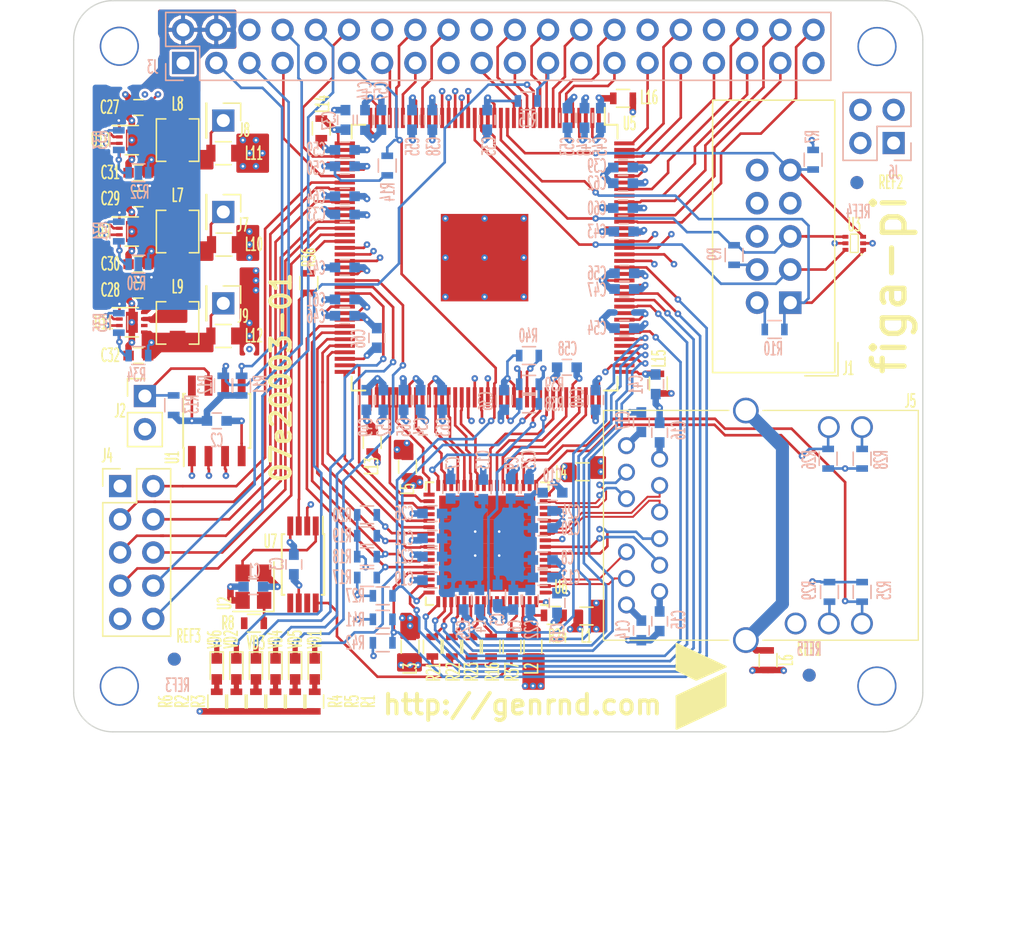
<source format=kicad_pcb>
(kicad_pcb (version 4) (host pcbnew 4.0.7)
  (title_block (title Figa-Pi) (date 2018-06-09) (rev 1.0) (company "GENERAL RnD") (comment 1 07e20003) (comment 2 I.Pototskiy))
  (layers (0 F.Cu signal) (1 In1.Cu power hide) (2 In2.Cu signal hide) (31 B.Cu signal) (34 B.Paste user) (35 F.Paste user) (36 B.SilkS user) (37 F.SilkS user) (38 B.Mask user) (39 F.Mask user) (44 Edge.Cuts user))
  (net 0 "")
  (net 1 GND)
  (net 2 +3V3)
  (net 3 CONF_DONE)
  (net 4 USER_LED1)
  (net 5 USER_LED2)
  (net 6 USER_LED3)
  (net 7 /interface.sch/IO_43)
  (net 8 /interface.sch/IO_44)
  (net 9 /interface.sch/IO_46)
  (net 10 /interface.sch/IO_49)
  (net 11 +5V)
  (net 12 /ethernet.sch/RESET_N)
  (net 13 /ethernet.sch/TACT1)
  (net 14 /ethernet.sch/TACT2)
  (net 15 /ethernet.sch/TACT3)
  (net 16 /ethernet.sch/TACT4)
  (net 17 /ethernet.sch/TXD4)
  (net 18 /ethernet.sch/TXD5)
  (net 19 /ethernet.sch/TXD6)
  (net 20 /ethernet.sch/TXD7)
  (net 21 /ethernet.sch/RXD0)
  (net 22 /ethernet.sch/RXD1)
  (net 23 /ethernet.sch/RXD2)
  (net 24 /ethernet.sch/RXD3)
  (net 25 /ethernet.sch/RXD4)
  (net 26 /ethernet.sch/RXD5)
  (net 27 /ethernet.sch/RXD6)
  (net 28 /ethernet.sch/RXD7)
  (net 29 /ethernet.sch/TX_ER)
  (net 30 /ethernet.sch/TX_EN)
  (net 31 /ethernet.sch/RX_DV)
  (net 32 /ethernet.sch/RX_ER)
  (net 33 /ethernet.sch/COL)
  (net 34 /ethernet.sch/CRS)
  (net 35 /ethernet.sch/MDC)
  (net 36 /ethernet.sch/MDIO)
  (net 37 MDI_LED_Y)
  (net 38 MDI_LED_G)
  (net 39 "Net-(J2-Pad1)")
  (net 40 +1V2)
  (net 41 +2V5)
  (net 42 "Net-(J1-Pad6)")
  (net 43 "Net-(J1-Pad7)")
  (net 44 "Net-(J1-Pad8)")
  (net 45 "Net-(J3-Pad1)")
  (net 46 "Net-(J3-Pad17)")
  (net 47 "Net-(R1-Pad1)")
  (net 48 "Net-(R2-Pad1)")
  (net 49 "Net-(R3-Pad1)")
  (net 50 "Net-(R4-Pad1)")
  (net 51 "Net-(R5-Pad1)")
  (net 52 "Net-(R6-Pad1)")
  (net 53 "Net-(C37-Pad1)")
  (net 54 "Net-(J5-Pad14)")
  (net 55 "Net-(J5-Pad15)")
  (net 56 "Net-(J5-Pad16)")
  (net 57 "Net-(J5-Pad18)")
  (net 58 "Net-(J6-Pad1)")
  (net 59 "Net-(J6-Pad2)")
  (net 60 "Net-(J6-Pad3)")
  (net 61 "Net-(J6-Pad4)")
  (net 62 "Net-(L7-Pad1)")
  (net 63 "Net-(L8-Pad1)")
  (net 64 "Net-(L9-Pad1)")
  (net 65 "Net-(R8-Pad1)")
  (net 66 "Net-(R8-Pad2)")
  (net 67 "Net-(R24-Pad1)")
  (net 68 "Net-(R30-Pad2)")
  (net 69 "Net-(R32-Pad2)")
  (net 70 "Net-(R34-Pad2)")
  (net 71 "Net-(U2-Pad3)")
  (net 72 "Net-(U6-Pad6)")
  (net 73 "Net-(U6-Pad58)")
  (net 74 "Net-(U6-Pad60)")
  (net 75 "Net-(U7-Pad5)")
  (net 76 "Net-(U9-Pad6)")
  (net 77 "Net-(U10-Pad6)")
  (net 78 "Net-(U11-Pad6)")
  (net 79 /ethernet.sch/TXRXA-)
  (net 80 /ethernet.sch/TXRXA+)
  (net 81 /ethernet.sch/TXRXC-)
  (net 82 /ethernet.sch/TXRXC+)
  (net 83 /ethernet.sch/TXRXB+)
  (net 84 /ethernet.sch/TXRXB-)
  (net 85 /ethernet.sch/TXRXD+)
  (net 86 /ethernet.sch/TXRXD-)
  (net 87 /interface.sch/IO_50)
  (net 88 /interface.sch/IO_51)
  (net 89 "Net-(R36-Pad2)")
  (net 90 "Net-(R37-Pad2)")
  (net 91 "Net-(R38-Pad1)")
  (net 92 "Net-(R39-Pad1)")
  (net 93 "Net-(R40-Pad1)")
  (net 94 "Net-(U7-Pad7)")
  (net 95 /ethernet.sch/AVDDL_PLL)
  (net 96 /ethernet.sch/AVDDL)
  (net 97 /ethernet.sch/DVDDL)
  (net 98 /ethernet.sch/AVDDH)
  (net 99 /power.sch/2.5V_out)
  (net 100 /power.sch/3.3V_out)
  (net 101 /power.sch/1.2V_out)
  (net 102 /ethernet.sch/INT_N)
  (net 103 /ethernet.sch/RX_CLK)
  (net 104 /ethernet.sch/GTX_CLK)
  (net 105 /ethernet.sch/TX_CLK)
  (net 106 /ethernet.sch/TXD3)
  (net 107 /ethernet.sch/TXD2)
  (net 108 /ethernet.sch/TXD1)
  (net 109 /ethernet.sch/TXD0)
  (net 110 /ethernet.sch/PHY_25M)
  (net 111 /interface.sch/FPGA_25M)
  (net 112 /interface.sch/IO_33)
  (net 113 /interface.sch/IO_31)
  (net 114 /interface.sch/IO_144)
  (net 115 /interface.sch/IO_142)
  (net 116 /interface.sch/IO_141)
  (net 117 /interface.sch/PI_GPIO19/SPI1_MISO)
  (net 118 /interface.sch/PI_GPIO16/SPI1_CS0)
  (net 119 /interface.sch/IO_133)
  (net 120 /interface.sch/PI_GPIO20/SPI1_MOSI)
  (net 121 /interface.sch/PI_GPIO21/SPI1_SCLK)
  (net 122 /interface.sch/IO_32)
  (net 123 /interface.sch/IO_28)
  (net 124 /interface.sch/SDA)
  (net 125 /interface.sch/SCL)
  (net 126 /interface.sch/JTAG_TCK)
  (net 127 /interface.sch/JTAG_TDO)
  (net 128 /interface.sch/JTAG_TMS)
  (net 129 /interface.sch/JTAG_TDI)
  (net 130 /interface.sch/IO_42)
  (net 131 /interface.sch/UART0_TX)
  (net 132 /interface.sch/UART0_RX)
  (net 133 /interface.sch/IO_39)
  (net 134 /interface.sch/nCONFIG)
  (net 135 /interface.sch/DCLK)
  (net 136 /interface.sch/DATA)
  (net 137 /interface.sch/nSTATUS)
  (net 138 /interface.sch/IO_10)
  (net 139 /interface.sch/IO_8)
  (net 140 /interface.sch/IO_6)
  (net 141 /interface.sch/IO_7)
  (net 142 /interface.sch/IO_143)
  (net 143 /ethernet.sch/CLK_125M)
  (net 144 /ethernet.sch/USER_LED0)
  (net 145 /ethernet.sch/DVDDH)
  (net 146 "Net-(C41-Pad1)")
  (net 147 "Net-(C45-Pad1)")
  (net 148 "Net-(C49-Pad1)")
  (module Fiducials:Fiducial_1mm_Dia_2.54mm_Outer_CopperTop (layer B.Cu) (at 86.25 111.25)
    (fp_text reference REF3 (at 0.25 2) (layer B.SilkS) (effects (font (size 1 0.5) (thickness 0.125)) (justify mirror)))
    (fp_text value Fiducial_1mm_Dia_2.54mm_Outer_CopperTop)
    (pad ~ smd circle (at 0 0) (size 1 1) (layers B.Cu B.Mask) (clearance 0.77))
  )
  (module Fiducials:Fiducial_1mm_Dia_2.54mm_Outer_CopperTop (layer B.Cu) (at 138.5 74.75)
    (fp_text reference REF4 (at 0.1 2.23) (layer B.SilkS) (effects (font (size 1 0.5) (thickness 0.125)) (justify mirror)))
    (fp_text value Fiducial_1mm_Dia_2.54mm_Outer_CopperTop)
    (pad ~ smd circle (at 0 0) (size 1 1) (layers B.Cu B.Mask) (clearance 0.77))
  )
  (module Fiducials:Fiducial_1mm_Dia_2.54mm_Outer_CopperTop (layer B.Cu) (at 134.85 112.48)
    (fp_text reference REF5 (at 0 -2) (layer B.SilkS) (effects (font (size 1 0.5) (thickness 0.125)) (justify mirror)))
    (fp_text value Fiducial_1mm_Dia_2.54mm_Outer_CopperTop)
    (pad ~ smd circle (at 0 0) (size 1 1) (layers B.Cu B.Mask) (clearance 0.77))
  )
  (module Resistors_SMD:R_0603 (layer B.Cu) (at 90 90.3 90)
    (fp_text reference R12 (at 0.07 -1.4 90) (layer B.SilkS) (effects (font (size 1 0.5) (thickness 0.125)) (justify mirror)))
    (fp_text value 3.92k)
    (pad 1 smd rect (at -0.75 0 90) (size 0.5 0.9) (layers B.Cu B.Paste B.Mask) (net 2 +3V3))
    (pad 2 smd rect (at 0.75 0 90) (size 0.5 0.9) (layers B.Cu B.Paste B.Mask) (net 125 /interface.sch/SCL))
  )
  (module library:L_Vishay_IHLP-1212 (layer F.Cu) (at 86.5 71.5 270)
    (fp_text reference L8 (at -2.77 0 540) (layer F.SilkS) (effects (font (size 1 0.5) (thickness 0.125))))
    (fp_text value LQH3NPN1R0NJ0L)
    (pad 1 smd rect (at -1.35 0 270) (size 1.5 1.2) (layers F.Cu F.Paste F.Mask) (net 63 "Net-(L8-Pad1)"))
    (pad 2 smd rect (at 1.35 0 270) (size 1.5 1.2) (layers F.Cu F.Paste F.Mask) (net 100 /power.sch/3.3V_out))
  )
  (module Inductors_SMD:L_0603 (layer F.Cu) (at 117.5 96.9)
    (fp_text reference L4 (at -1.65 0.08) (layer F.SilkS) (effects (font (size 1 0.5) (thickness 0.125))))
    (fp_text value BLM18PG330SN1D)
    (pad 1 smd rect (at -0.75 0) (size 0.5 0.9) (layers F.Cu F.Paste F.Mask) (net 96 /ethernet.sch/AVDDL))
    (pad 2 smd rect (at 0.75 0) (size 0.5 0.9) (layers F.Cu F.Paste F.Mask) (net 40 +1V2))
  )
  (module Inductors_SMD:L_0603 (layer F.Cu) (at 113.7 110.3 270)
    (fp_text reference L2 (at 1.68 0.1 270) (layer F.SilkS) (effects (font (size 1 0.5) (thickness 0.125))))
    (fp_text value BLM18PG330SN1D)
    (pad 1 smd rect (at -0.75 0 270) (size 0.5 0.9) (layers F.Cu F.Paste F.Mask) (net 98 /ethernet.sch/AVDDH))
    (pad 2 smd rect (at 0.75 0 270) (size 0.5 0.9) (layers F.Cu F.Paste F.Mask) (net 2 +3V3))
  )
  (module Inductors_SMD:L_0603 (layer F.Cu) (at 104.3 110.3 270)
    (fp_text reference L3 (at 1.68 0 450) (layer F.SilkS) (effects (font (size 1 0.5) (thickness 0.125))))
    (fp_text value BLM18PG330SN1D)
    (pad 1 smd rect (at -0.75 0 270) (size 0.5 0.9) (layers F.Cu F.Paste F.Mask) (net 145 /ethernet.sch/DVDDH))
    (pad 2 smd rect (at 0.75 0 270) (size 0.5 0.9) (layers F.Cu F.Paste F.Mask) (net 2 +3V3))
  )
  (module Capacitors_SMD:C_0603 (layer B.Cu) (at 102.1 69.95 270)
    (fp_text reference C57 (at -2.22 0 270) (layer B.SilkS) (effects (font (size 1 0.5) (thickness 0.125)) (justify mirror)))
    (fp_text value 0.01uF)
    (pad 2 smd rect (at 0.75 0 270) (size 0.8 0.75) (layers B.Cu B.Paste B.Mask) (net 1 GND))
    (pad 1 smd rect (at -0.75 0 270) (size 0.8 0.75) (layers B.Cu B.Paste B.Mask) (net 40 +1V2))
  )
  (module Connectors_IDC:IDC-Header_2x05_Pitch2.54mm_Straight (layer F.Cu) (at 133.4 83.95 180)
    (fp_text reference J1 (at -4.45 -5.03 180) (layer F.SilkS) (effects (font (size 1 0.5) (thickness 0.125))))
    (fp_text value "BH-10(IDC-10MS)")
    (pad 1 thru_hole rect (at 0 0 180) (size 1.7272 1.7272) (drill 1.016) (layers *.Cu *.Mask) (net 126 /interface.sch/JTAG_TCK))
    (pad 2 thru_hole oval (at 2.54 0 180) (size 1.7272 1.7272) (drill 1.016) (layers *.Cu *.Mask) (net 1 GND))
    (pad 3 thru_hole oval (at 0 2.54 180) (size 1.7272 1.7272) (drill 1.016) (layers *.Cu *.Mask) (net 127 /interface.sch/JTAG_TDO))
    (pad 4 thru_hole oval (at 2.54 2.54 180) (size 1.7272 1.7272) (drill 1.016) (layers *.Cu *.Mask) (net 2 +3V3))
    (pad 5 thru_hole oval (at 0 5.08 180) (size 1.7272 1.7272) (drill 1.016) (layers *.Cu *.Mask) (net 128 /interface.sch/JTAG_TMS))
    (pad 6 thru_hole oval (at 2.54 5.08 180) (size 1.7272 1.7272) (drill 1.016) (layers *.Cu *.Mask) (net 42 "Net-(J1-Pad6)"))
    (pad 7 thru_hole oval (at 0 7.62 180) (size 1.7272 1.7272) (drill 1.016) (layers *.Cu *.Mask) (net 43 "Net-(J1-Pad7)"))
    (pad 8 thru_hole oval (at 2.54 7.62 180) (size 1.7272 1.7272) (drill 1.016) (layers *.Cu *.Mask) (net 44 "Net-(J1-Pad8)"))
    (pad 9 thru_hole oval (at 0 10.16 180) (size 1.7272 1.7272) (drill 1.016) (layers *.Cu *.Mask) (net 129 /interface.sch/JTAG_TDI))
    (pad 10 thru_hole oval (at 2.54 10.16 180) (size 1.7272 1.7272) (drill 1.016) (layers *.Cu *.Mask) (net 1 GND))
  )
  (module Resistors_SMD:R_0603 (layer F.Cu) (at 97 114.5 270)
    (fp_text reference R1 (at -0.02 -4.1 270) (layer F.SilkS) (effects (font (size 1 0.5) (thickness 0.125))))
    (fp_text value 390R)
    (pad 1 smd rect (at -0.75 0 270) (size 0.5 0.9) (layers F.Cu F.Paste F.Mask) (net 47 "Net-(R1-Pad1)"))
    (pad 2 smd rect (at 0.75 0 270) (size 0.5 0.9) (layers F.Cu F.Paste F.Mask) (net 2 +3V3))
  )
  (module Capacitors_SMD:C_0603 (layer B.Cu) (at 114.45 99.9 180)
    (fp_text reference C24 (at -2.15 -0.08 180) (layer B.SilkS) (effects (font (size 1 0.5) (thickness 0.125)) (justify mirror)))
    (fp_text value 10uF)
    (pad 2 smd rect (at 0.75 0 180) (size 0.8 0.75) (layers B.Cu B.Paste B.Mask) (net 1 GND))
    (pad 1 smd rect (at -0.75 0 180) (size 0.8 0.75) (layers B.Cu B.Paste B.Mask) (net 96 /ethernet.sch/AVDDL))
  )
  (module Socket_Strips:Socket_Strip_Straight_2x02_Pitch2.54mm (layer B.Cu) (at 141.31 71.72)
    (fp_text reference J6 (at 0.04 2.26) (layer B.SilkS) (effects (font (size 1 0.5) (thickness 0.125)) (justify mirror)))
    (fp_text value "POE connector")
    (pad 1 thru_hole rect (at 0 0) (size 1.7 1.7) (drill 1) (layers *.Cu *.Mask) (net 58 "Net-(J6-Pad1)"))
    (pad 2 thru_hole oval (at -2.54 0) (size 1.7 1.7) (drill 1) (layers *.Cu *.Mask) (net 59 "Net-(J6-Pad2)"))
    (pad 3 thru_hole oval (at 0 -2.54) (size 1.7 1.7) (drill 1) (layers *.Cu *.Mask) (net 60 "Net-(J6-Pad3)"))
    (pad 4 thru_hole oval (at -2.54 -2.54) (size 1.7 1.7) (drill 1) (layers *.Cu *.Mask) (net 61 "Net-(J6-Pad4)"))
  )
  (module Resistors_SMD:R_0603 (layer F.Cu) (at 91 114.5 270)
    (fp_text reference R2 (at -0.02 4.15 270) (layer F.SilkS) (effects (font (size 1 0.5) (thickness 0.125))))
    (fp_text value 390R)
    (pad 1 smd rect (at -0.75 0 270) (size 0.5 0.9) (layers F.Cu F.Paste F.Mask) (net 48 "Net-(R2-Pad1)"))
    (pad 2 smd rect (at 0.75 0 270) (size 0.5 0.9) (layers F.Cu F.Paste F.Mask) (net 2 +3V3))
  )
  (module Resistors_SMD:R_0603 (layer F.Cu) (at 92.5 114.5 270)
    (fp_text reference R3 (at -0.02 4.4 270) (layer F.SilkS) (effects (font (size 1 0.5) (thickness 0.125))))
    (fp_text value 390R)
    (pad 1 smd rect (at -0.75 0 270) (size 0.5 0.9) (layers F.Cu F.Paste F.Mask) (net 49 "Net-(R3-Pad1)"))
    (pad 2 smd rect (at 0.75 0 270) (size 0.5 0.9) (layers F.Cu F.Paste F.Mask) (net 2 +3V3))
  )
  (module Resistors_SMD:R_0603 (layer F.Cu) (at 94 114.5 270)
    (fp_text reference R4 (at -0.02 -4.6 270) (layer F.SilkS) (effects (font (size 1 0.5) (thickness 0.125))))
    (fp_text value 390R)
    (pad 1 smd rect (at -0.75 0 270) (size 0.5 0.9) (layers F.Cu F.Paste F.Mask) (net 50 "Net-(R4-Pad1)"))
    (pad 2 smd rect (at 0.75 0 270) (size 0.5 0.9) (layers F.Cu F.Paste F.Mask) (net 2 +3V3))
  )
  (module Resistors_SMD:R_0603 (layer F.Cu) (at 95.5 114.5 270)
    (fp_text reference R5 (at -0.02 -4.35 270) (layer F.SilkS) (effects (font (size 1 0.5) (thickness 0.125))))
    (fp_text value 390R)
    (pad 1 smd rect (at -0.75 0 270) (size 0.5 0.9) (layers F.Cu F.Paste F.Mask) (net 51 "Net-(R5-Pad1)"))
    (pad 2 smd rect (at 0.75 0 270) (size 0.5 0.9) (layers F.Cu F.Paste F.Mask) (net 2 +3V3))
  )
  (module Resistors_SMD:R_0603 (layer F.Cu) (at 89.5 114.5 270)
    (fp_text reference R6 (at -0.02 3.9 270) (layer F.SilkS) (effects (font (size 1 0.5) (thickness 0.125))))
    (fp_text value 390R)
    (pad 1 smd rect (at -0.75 0 270) (size 0.5 0.9) (layers F.Cu F.Paste F.Mask) (net 52 "Net-(R6-Pad1)"))
    (pad 2 smd rect (at 0.75 0 270) (size 0.5 0.9) (layers F.Cu F.Paste F.Mask) (net 2 +3V3))
  )
  (module Resistors_SMD:R_0603 (layer B.Cu) (at 135.15 73 270)
    (fp_text reference R7 (at -1.77 0.05 270) (layer B.SilkS) (effects (font (size 1 0.5) (thickness 0.125)) (justify mirror)))
    (fp_text value 10k)
    (pad 1 smd rect (at -0.75 0 270) (size 0.5 0.9) (layers B.Cu B.Paste B.Mask) (net 2 +3V3))
    (pad 2 smd rect (at 0.75 0 270) (size 0.5 0.9) (layers B.Cu B.Paste B.Mask) (net 129 /interface.sch/JTAG_TDI))
  )
  (module Resistors_SMD:R_0603 (layer B.Cu) (at 129.1 80.3 90)
    (fp_text reference R9 (at 0.07 -1.5 90) (layer B.SilkS) (effects (font (size 1 0.5) (thickness 0.125)) (justify mirror)))
    (fp_text value 10k)
    (pad 1 smd rect (at -0.75 0 90) (size 0.5 0.9) (layers B.Cu B.Paste B.Mask) (net 2 +3V3))
    (pad 2 smd rect (at 0.75 0 90) (size 0.5 0.9) (layers B.Cu B.Paste B.Mask) (net 128 /interface.sch/JTAG_TMS))
  )
  (module Resistors_SMD:R_0603 (layer B.Cu) (at 132.2 86)
    (fp_text reference R10 (at -0.1 1.48 180) (layer B.SilkS) (effects (font (size 1 0.5) (thickness 0.125)) (justify mirror)))
    (fp_text value 1k)
    (pad 1 smd rect (at -0.75 0) (size 0.5 0.9) (layers B.Cu B.Paste B.Mask) (net 1 GND))
    (pad 2 smd rect (at 0.75 0) (size 0.5 0.9) (layers B.Cu B.Paste B.Mask) (net 126 /interface.sch/JTAG_TCK))
  )
  (module Resistors_SMD:R_0603 (layer B.Cu) (at 91.4 90.3 90)
    (fp_text reference R11 (at 0.07 1.45 90) (layer B.SilkS) (effects (font (size 1 0.5) (thickness 0.125)) (justify mirror)))
    (fp_text value 3.92k)
    (pad 1 smd rect (at -0.75 0 90) (size 0.5 0.9) (layers B.Cu B.Paste B.Mask) (net 2 +3V3))
    (pad 2 smd rect (at 0.75 0 90) (size 0.5 0.9) (layers B.Cu B.Paste B.Mask) (net 124 /interface.sch/SDA))
  )
  (module Resistors_SMD:R_0603 (layer B.Cu) (at 86.2 91.8 90)
    (fp_text reference R13 (at 0.07 1.4 90) (layer B.SilkS) (effects (font (size 1 0.5) (thickness 0.125)) (justify mirror)))
    (fp_text value 1k)
    (pad 1 smd rect (at -0.75 0 90) (size 0.5 0.9) (layers B.Cu B.Paste B.Mask) (net 2 +3V3))
    (pad 2 smd rect (at 0.75 0 90) (size 0.5 0.9) (layers B.Cu B.Paste B.Mask) (net 39 "Net-(J2-Pad1)"))
  )
  (module Resistors_SMD:R_0603 (layer B.Cu) (at 113.3 68.5)
    (fp_text reference R15 (at 0.05 1.48) (layer B.SilkS) (effects (font (size 1 0.5) (thickness 0.125)) (justify mirror)))
    (fp_text value 10k)
    (pad 1 smd rect (at -0.75 0) (size 0.5 0.9) (layers B.Cu B.Paste B.Mask) (net 2 +3V3))
    (pad 2 smd rect (at 0.75 0) (size 0.5 0.9) (layers B.Cu B.Paste B.Mask) (net 137 /interface.sch/nSTATUS))
  )
  (module Resistors_SMD:R_0603 (layer B.Cu) (at 102.55 73.45 90)
    (fp_text reference R14 (at -2.03 0.05 270) (layer B.SilkS) (effects (font (size 1 0.5) (thickness 0.125)) (justify mirror)))
    (fp_text value 10k)
    (pad 1 smd rect (at -0.75 0 90) (size 0.5 0.9) (layers B.Cu B.Paste B.Mask) (net 2 +3V3))
    (pad 2 smd rect (at 0.75 0 90) (size 0.5 0.9) (layers B.Cu B.Paste B.Mask) (net 3 CONF_DONE))
  )
  (module Resistors_SMD:R_0603 (layer F.Cu) (at 110.5 110.3 90)
    (fp_text reference R16 (at -1.93 0.1 90) (layer F.SilkS) (effects (font (size 1 0.5) (thickness 0.125))))
    (fp_text value 10k)
    (pad 1 smd rect (at -0.75 0 90) (size 0.5 0.9) (layers F.Cu F.Paste F.Mask) (net 2 +3V3))
    (pad 2 smd rect (at 0.75 0 90) (size 0.5 0.9) (layers F.Cu F.Paste F.Mask) (net 12 /ethernet.sch/RESET_N))
  )
  (module Resistors_SMD:R_0603 (layer B.Cu) (at 101 105 180)
    (fp_text reference R17 (at 1.9 0.02 180) (layer B.SilkS) (effects (font (size 1 0.5) (thickness 0.125)) (justify mirror)))
    (fp_text value 10k)
    (pad 1 smd rect (at -0.75 0 180) (size 0.5 0.9) (layers B.Cu B.Paste B.Mask) (net 21 /ethernet.sch/RXD0))
    (pad 2 smd rect (at 0.75 0 180) (size 0.5 0.9) (layers B.Cu B.Paste B.Mask) (net 2 +3V3))
  )
  (module Resistors_SMD:R_0603 (layer B.Cu) (at 101 103.4 180)
    (fp_text reference R18 (at 1.9 0 360) (layer B.SilkS) (effects (font (size 1 0.5) (thickness 0.125)) (justify mirror)))
    (fp_text value 1k)
    (pad 1 smd rect (at -0.75 0 180) (size 0.5 0.9) (layers B.Cu B.Paste B.Mask) (net 22 /ethernet.sch/RXD1))
    (pad 2 smd rect (at 0.75 0 180) (size 0.5 0.9) (layers B.Cu B.Paste B.Mask) (net 1 GND))
  )
  (module Resistors_SMD:R_0603 (layer B.Cu) (at 101 101.8 180)
    (fp_text reference R19 (at 1.9 0 180) (layer B.SilkS) (effects (font (size 1 0.5) (thickness 0.125)) (justify mirror)))
    (fp_text value 1k)
    (pad 1 smd rect (at -0.75 0 180) (size 0.5 0.9) (layers B.Cu B.Paste B.Mask) (net 23 /ethernet.sch/RXD2))
    (pad 2 smd rect (at 0.75 0 180) (size 0.5 0.9) (layers B.Cu B.Paste B.Mask) (net 1 GND))
  )
  (module Resistors_SMD:R_0603 (layer B.Cu) (at 101 100.2 180)
    (fp_text reference R20 (at 1.9 -0.03 180) (layer B.SilkS) (effects (font (size 1 0.5) (thickness 0.125)) (justify mirror)))
    (fp_text value 1k)
    (pad 1 smd rect (at -0.75 0 180) (size 0.5 0.9) (layers B.Cu B.Paste B.Mask) (net 24 /ethernet.sch/RXD3))
    (pad 2 smd rect (at 0.75 0 180) (size 0.5 0.9) (layers B.Cu B.Paste B.Mask) (net 1 GND))
  )
  (module Resistors_SMD:R_0603 (layer F.Cu) (at 106 110.3 270)
    (fp_text reference R21 (at 1.93 -0.1 270) (layer F.SilkS) (effects (font (size 1 0.5) (thickness 0.125))))
    (fp_text value "4.99k 1%")
    (pad 1 smd rect (at -0.75 0 270) (size 0.5 0.9) (layers F.Cu F.Paste F.Mask) (net 36 /ethernet.sch/MDIO))
    (pad 2 smd rect (at 0.75 0 270) (size 0.5 0.9) (layers F.Cu F.Paste F.Mask) (net 2 +3V3))
  )
  (module Resistors_SMD:R_0603 (layer F.Cu) (at 107.5 110.3 270)
    (fp_text reference R22 (at 1.93 -0.1 270) (layer F.SilkS) (effects (font (size 1 0.5) (thickness 0.125))))
    (fp_text value "4.99k 1%")
    (pad 1 smd rect (at -0.75 0 270) (size 0.5 0.9) (layers F.Cu F.Paste F.Mask) (net 102 /ethernet.sch/INT_N))
    (pad 2 smd rect (at 0.75 0 270) (size 0.5 0.9) (layers F.Cu F.Paste F.Mask) (net 2 +3V3))
  )
  (module Resistors_SMD:R_0603 (layer F.Cu) (at 109 110.3 270)
    (fp_text reference R23 (at 1.93 0 270) (layer F.SilkS) (effects (font (size 1 0.5) (thickness 0.125))))
    (fp_text value 10k)
    (pad 1 smd rect (at -0.75 0 270) (size 0.5 0.9) (layers F.Cu F.Paste F.Mask) (net 143 /ethernet.sch/CLK_125M))
    (pad 2 smd rect (at 0.75 0 270) (size 0.5 0.9) (layers F.Cu F.Paste F.Mask) (net 2 +3V3))
  )
  (module Resistors_SMD:R_0603 (layer F.Cu) (at 115.3 107.9)
    (fp_text reference R24 (at 0.3 1.58) (layer F.SilkS) (effects (font (size 1 0.5) (thickness 0.125))))
    (fp_text value "4.99k 1%")
    (pad 1 smd rect (at -0.75 0) (size 0.5 0.9) (layers F.Cu F.Paste F.Mask) (net 67 "Net-(R24-Pad1)"))
    (pad 2 smd rect (at 0.75 0) (size 0.5 0.9) (layers F.Cu F.Paste F.Mask) (net 1 GND))
  )
  (module Resistors_SMD:R_0603 (layer B.Cu) (at 138.9 106.1 270)
    (fp_text reference R25 (at -0.12 -1.7 270) (layer B.SilkS) (effects (font (size 1 0.5) (thickness 0.125)) (justify mirror)))
    (fp_text value 10k)
    (pad 1 smd rect (at -0.75 0 270) (size 0.5 0.9) (layers B.Cu B.Paste B.Mask) (net 2 +3V3))
    (pad 2 smd rect (at 0.75 0 270) (size 0.5 0.9) (layers B.Cu B.Paste B.Mask) (net 38 MDI_LED_G))
  )
  (module Resistors_SMD:R_0603 (layer B.Cu) (at 136.3 95.9 90)
    (fp_text reference R26 (at -0.08 -1.45 90) (layer B.SilkS) (effects (font (size 1 0.5) (thickness 0.125)) (justify mirror)))
    (fp_text value 10k)
    (pad 1 smd rect (at -0.75 0 90) (size 0.5 0.9) (layers B.Cu B.Paste B.Mask) (net 2 +3V3))
    (pad 2 smd rect (at 0.75 0 90) (size 0.5 0.9) (layers B.Cu B.Paste B.Mask) (net 37 MDI_LED_Y))
  )
  (module Resistors_SMD:R_0603 (layer B.Cu) (at 102.2 106.4)
    (fp_text reference R27 (at -2.1 0) (layer B.SilkS) (effects (font (size 1 0.5) (thickness 0.125)) (justify mirror)))
    (fp_text value 10k)
    (pad 1 smd rect (at -0.75 0) (size 0.5 0.9) (layers B.Cu B.Paste B.Mask) (net 2 +3V3))
    (pad 2 smd rect (at 0.75 0) (size 0.5 0.9) (layers B.Cu B.Paste B.Mask) (net 103 /ethernet.sch/RX_CLK))
  )
  (module Resistors_SMD:R_0603 (layer B.Cu) (at 138.9 95.9 270)
    (fp_text reference R28 (at 0.08 -1.45 270) (layer B.SilkS) (effects (font (size 1 0.5) (thickness 0.125)) (justify mirror)))
    (fp_text value 220R)
    (pad 1 smd rect (at -0.75 0 270) (size 0.5 0.9) (layers B.Cu B.Paste B.Mask) (net 54 "Net-(J5-Pad14)"))
    (pad 2 smd rect (at 0.75 0 270) (size 0.5 0.9) (layers B.Cu B.Paste B.Mask) (net 2 +3V3))
  )
  (module Resistors_SMD:R_0603 (layer B.Cu) (at 136.4 106.1 270)
    (fp_text reference R29 (at -0.12 1.55 270) (layer B.SilkS) (effects (font (size 1 0.5) (thickness 0.125)) (justify mirror)))
    (fp_text value 220R)
    (pad 1 smd rect (at -0.75 0 270) (size 0.5 0.9) (layers B.Cu B.Paste B.Mask) (net 2 +3V3))
    (pad 2 smd rect (at 0.75 0 270) (size 0.5 0.9) (layers B.Cu B.Paste B.Mask) (net 56 "Net-(J5-Pad16)"))
  )
  (module Resistors_SMD:R_0603 (layer B.Cu) (at 83.5 74 180)
    (fp_text reference R32 (at -0.1 -1.48 180) (layer B.SilkS) (effects (font (size 1 0.5) (thickness 0.125)) (justify mirror)))
    (fp_text value "178k 1%")
    (pad 1 smd rect (at -0.75 0 180) (size 0.5 0.9) (layers B.Cu B.Paste B.Mask) (net 100 /power.sch/3.3V_out))
    (pad 2 smd rect (at 0.75 0 180) (size 0.5 0.9) (layers B.Cu B.Paste B.Mask) (net 69 "Net-(R32-Pad2)"))
  )
  (module Resistors_SMD:R_0603 (layer B.Cu) (at 82 71.5 270)
    (fp_text reference R33 (at -0.02 1.4 270) (layer B.SilkS) (effects (font (size 1 0.5) (thickness 0.125)) (justify mirror)))
    (fp_text value "28k 1%")
    (pad 1 smd rect (at -0.75 0 270) (size 0.5 0.9) (layers B.Cu B.Paste B.Mask) (net 1 GND))
    (pad 2 smd rect (at 0.75 0 270) (size 0.5 0.9) (layers B.Cu B.Paste B.Mask) (net 69 "Net-(R32-Pad2)"))
  )
  (module Resistors_SMD:R_0603 (layer B.Cu) (at 83.5 88 180)
    (fp_text reference R34 (at 0.15 -1.48 180) (layer B.SilkS) (effects (font (size 1 0.5) (thickness 0.125)) (justify mirror)))
    (fp_text value "46.4k 1%")
    (pad 1 smd rect (at -0.75 0 180) (size 0.5 0.9) (layers B.Cu B.Paste B.Mask) (net 101 /power.sch/1.2V_out))
    (pad 2 smd rect (at 0.75 0 180) (size 0.5 0.9) (layers B.Cu B.Paste B.Mask) (net 70 "Net-(R34-Pad2)"))
  )
  (module Resistors_SMD:R_0603 (layer B.Cu) (at 82 85.5 270)
    (fp_text reference R35 (at -0.02 1.4 450) (layer B.SilkS) (effects (font (size 1 0.5) (thickness 0.125)) (justify mirror)))
    (fp_text value "28k 1%")
    (pad 1 smd rect (at -0.75 0 270) (size 0.5 0.9) (layers B.Cu B.Paste B.Mask) (net 1 GND))
    (pad 2 smd rect (at 0.75 0 270) (size 0.5 0.9) (layers B.Cu B.Paste B.Mask) (net 70 "Net-(R34-Pad2)"))
  )
  (module Resistors_SMD:R_0603 (layer B.Cu) (at 83.5 81 180)
    (fp_text reference R30 (at 0.15 -1.48 180) (layer B.SilkS) (effects (font (size 1 0.5) (thickness 0.125)) (justify mirror)))
    (fp_text value "127k 1%")
    (pad 1 smd rect (at -0.75 0 180) (size 0.5 0.9) (layers B.Cu B.Paste B.Mask) (net 99 /power.sch/2.5V_out))
    (pad 2 smd rect (at 0.75 0 180) (size 0.5 0.9) (layers B.Cu B.Paste B.Mask) (net 68 "Net-(R30-Pad2)"))
  )
  (module Resistors_SMD:R_0603 (layer B.Cu) (at 82 78.5 270)
    (fp_text reference R31 (at -0.02 1.4 270) (layer B.SilkS) (effects (font (size 1 0.5) (thickness 0.125)) (justify mirror)))
    (fp_text value "28k 1%")
    (pad 1 smd rect (at -0.75 0 270) (size 0.5 0.9) (layers B.Cu B.Paste B.Mask) (net 1 GND))
    (pad 2 smd rect (at 0.75 0 270) (size 0.5 0.9) (layers B.Cu B.Paste B.Mask) (net 68 "Net-(R30-Pad2)"))
  )
  (module library:L_Vishay_IHLP-1212 (layer F.Cu) (at 86.5 78.5 270)
    (fp_text reference L7 (at -2.77 0 540) (layer F.SilkS) (effects (font (size 1 0.5) (thickness 0.125))))
    (fp_text value LQH3NPN1R0NJ0L)
    (pad 1 smd rect (at -1.35 0 270) (size 1.5 1.2) (layers F.Cu F.Paste F.Mask) (net 62 "Net-(L7-Pad1)"))
    (pad 2 smd rect (at 1.35 0 270) (size 1.5 1.2) (layers F.Cu F.Paste F.Mask) (net 99 /power.sch/2.5V_out))
  )
  (module library:SOT-563-6 (layer F.Cu) (at 138.3 79.4 90)
    (fp_text reference U3 (at 1.42 0 360) (layer F.SilkS) (effects (font (size 1 0.5) (thickness 0.125))))
    (fp_text value NUP4114UPXV6T1G)
    (pad 1 smd rect (at -0.5 0.675 90) (size 0.3 0.45) (layers F.Cu F.Paste F.Mask) (net 126 /interface.sch/JTAG_TCK))
    (pad 2 smd rect (at 0 0.675 90) (size 0.3 0.45) (layers F.Cu F.Paste F.Mask) (net 1 GND))
    (pad 3 smd rect (at 0.5 0.675 90) (size 0.3 0.45) (layers F.Cu F.Paste F.Mask) (net 129 /interface.sch/JTAG_TDI))
    (pad 4 smd rect (at 0.5 -0.675 90) (size 0.3 0.45) (layers F.Cu F.Paste F.Mask) (net 128 /interface.sch/JTAG_TMS))
    (pad 5 smd rect (at 0 -0.675 90) (size 0.3 0.45) (layers F.Cu F.Paste F.Mask) (net 2 +3V3))
    (pad 6 smd rect (at -0.5 -0.675 90) (size 0.3 0.45) (layers F.Cu F.Paste F.Mask) (net 127 /interface.sch/JTAG_TDO))
  )
  (module library:L_Vishay_IHLP-1212 (layer F.Cu) (at 86.5 85.5 270)
    (fp_text reference L9 (at -2.77 0 360) (layer F.SilkS) (effects (font (size 1 0.5) (thickness 0.125))))
    (fp_text value LQH3NPN1R0NJ0L)
    (pad 1 smd rect (at -1.35 0 270) (size 1.5 1.2) (layers F.Cu F.Paste F.Mask) (net 64 "Net-(L9-Pad1)"))
    (pad 2 smd rect (at 1.35 0 270) (size 1.5 1.2) (layers F.Cu F.Paste F.Mask) (net 101 /power.sch/1.2V_out))
  )
  (module project_footprints:NPTH_3mm_ID (layer F.Cu) (at 82.04 64.31)
    (fp_text reference H1 (at 0.06 0.09) (layer F.SilkS) (effects (font (size 1 0.5) (thickness 0.125))))
    (fp_text value 3mm_Mounting_Hole)
    (pad "" np_thru_hole circle (at 0 0) (size 3 3) (drill 2.75) (layers *.Cu *.Mask) (clearance 1.6))
  )
  (module project_footprints:NPTH_3mm_ID (layer F.Cu) (at 140.04 64.33)
    (fp_text reference H2 (at 0.06 0.09) (layer F.SilkS) (effects (font (size 1 0.5) (thickness 0.125))))
    (fp_text value 3mm_Mounting_Hole)
    (pad "" np_thru_hole circle (at 0 0) (size 3 3) (drill 2.75) (layers *.Cu *.Mask) (clearance 1.6))
  )
  (module project_footprints:NPTH_3mm_ID (layer F.Cu) (at 82.04 113.32)
    (fp_text reference H3 (at 0.06 0.09) (layer F.SilkS) (effects (font (size 1 0.5) (thickness 0.125))))
    (fp_text value 3mm_Mounting_Hole)
    (pad "" np_thru_hole circle (at 0 0) (size 3 3) (drill 2.75) (layers *.Cu *.Mask) (clearance 1.6))
  )
  (module project_footprints:NPTH_3mm_ID (layer F.Cu) (at 140.03 113.31)
    (fp_text reference H4 (at 0.06 0.09) (layer F.SilkS) (effects (font (size 1 0.5) (thickness 0.125))))
    (fp_text value 3mm_Mounting_Hole)
    (pad "" np_thru_hole circle (at 0 0) (size 3 3) (drill 2.75) (layers *.Cu *.Mask) (clearance 1.6))
  )
  (module Socket_Strips:Socket_Strip_Straight_2x20_Pitch2.54mm (layer B.Cu) (at 86.92 65.59 270)
    (fp_text reference J3 (at 0.31 2.32 540) (layer B.SilkS) (effects (font (size 1 0.5) (thickness 0.125)) (justify mirror)))
    (fp_text value "PBD-40(DS1023-2x20)")
    (pad 1 thru_hole rect (at 0 0 270) (size 1.7 1.7) (drill 1) (layers *.Cu *.Mask) (net 45 "Net-(J3-Pad1)"))
    (pad 2 thru_hole oval (at -2.54 0 270) (size 1.7 1.7) (drill 1) (layers *.Cu *.Mask) (net 11 +5V))
    (pad 3 thru_hole oval (at 0 -2.54 270) (size 1.7 1.7) (drill 1) (layers *.Cu *.Mask) (net 124 /interface.sch/SDA))
    (pad 4 thru_hole oval (at -2.54 -2.54 270) (size 1.7 1.7) (drill 1) (layers *.Cu *.Mask) (net 11 +5V))
    (pad 5 thru_hole oval (at 0 -5.08 270) (size 1.7 1.7) (drill 1) (layers *.Cu *.Mask) (net 125 /interface.sch/SCL))
    (pad 6 thru_hole oval (at -2.54 -5.08 270) (size 1.7 1.7) (drill 1) (layers *.Cu *.Mask) (net 1 GND))
    (pad 7 thru_hole oval (at 0 -7.62 270) (size 1.7 1.7) (drill 1) (layers *.Cu *.Mask) (net 130 /interface.sch/IO_42))
    (pad 8 thru_hole oval (at -2.54 -7.62 270) (size 1.7 1.7) (drill 1) (layers *.Cu *.Mask) (net 131 /interface.sch/UART0_TX))
    (pad 9 thru_hole oval (at 0 -10.16 270) (size 1.7 1.7) (drill 1) (layers *.Cu *.Mask) (net 1 GND))
    (pad 10 thru_hole oval (at -2.54 -10.16 270) (size 1.7 1.7) (drill 1) (layers *.Cu *.Mask) (net 132 /interface.sch/UART0_RX))
    (pad 11 thru_hole oval (at 0 -12.7 270) (size 1.7 1.7) (drill 1) (layers *.Cu *.Mask) (net 3 CONF_DONE))
    (pad 12 thru_hole oval (at -2.54 -12.7 270) (size 1.7 1.7) (drill 1) (layers *.Cu *.Mask) (net 133 /interface.sch/IO_39))
    (pad 13 thru_hole oval (at 0 -15.24 270) (size 1.7 1.7) (drill 1) (layers *.Cu *.Mask) (net 112 /interface.sch/IO_33))
    (pad 14 thru_hole oval (at -2.54 -15.24 270) (size 1.7 1.7) (drill 1) (layers *.Cu *.Mask) (net 1 GND))
    (pad 15 thru_hole oval (at 0 -17.78 270) (size 1.7 1.7) (drill 1) (layers *.Cu *.Mask) (net 113 /interface.sch/IO_31))
    (pad 16 thru_hole oval (at -2.54 -17.78 270) (size 1.7 1.7) (drill 1) (layers *.Cu *.Mask) (net 122 /interface.sch/IO_32))
    (pad 17 thru_hole oval (at 0 -20.32 270) (size 1.7 1.7) (drill 1) (layers *.Cu *.Mask) (net 46 "Net-(J3-Pad17)"))
    (pad 18 thru_hole oval (at -2.54 -20.32 270) (size 1.7 1.7) (drill 1) (layers *.Cu *.Mask) (net 123 /interface.sch/IO_28))
    (pad 19 thru_hole oval (at 0 -22.86 270) (size 1.7 1.7) (drill 1) (layers *.Cu *.Mask) (net 134 /interface.sch/nCONFIG))
    (pad 20 thru_hole oval (at -2.54 -22.86 270) (size 1.7 1.7) (drill 1) (layers *.Cu *.Mask) (net 1 GND))
    (pad 21 thru_hole oval (at 0 -25.4 270) (size 1.7 1.7) (drill 1) (layers *.Cu *.Mask) (net 135 /interface.sch/DCLK))
    (pad 22 thru_hole oval (at -2.54 -25.4 270) (size 1.7 1.7) (drill 1) (layers *.Cu *.Mask) (net 136 /interface.sch/DATA))
    (pad 23 thru_hole oval (at 0 -27.94 270) (size 1.7 1.7) (drill 1) (layers *.Cu *.Mask) (net 137 /interface.sch/nSTATUS))
    (pad 24 thru_hole oval (at -2.54 -27.94 270) (size 1.7 1.7) (drill 1) (layers *.Cu *.Mask) (net 138 /interface.sch/IO_10))
    (pad 25 thru_hole oval (at 0 -30.48 270) (size 1.7 1.7) (drill 1) (layers *.Cu *.Mask) (net 1 GND))
    (pad 26 thru_hole oval (at -2.54 -30.48 270) (size 1.7 1.7) (drill 1) (layers *.Cu *.Mask) (net 139 /interface.sch/IO_8))
    (pad 27 thru_hole oval (at 0 -33.02 270) (size 1.7 1.7) (drill 1) (layers *.Cu *.Mask) (net 140 /interface.sch/IO_6))
    (pad 28 thru_hole oval (at -2.54 -33.02 270) (size 1.7 1.7) (drill 1) (layers *.Cu *.Mask) (net 141 /interface.sch/IO_7))
    (pad 29 thru_hole oval (at 0 -35.56 270) (size 1.7 1.7) (drill 1) (layers *.Cu *.Mask) (net 114 /interface.sch/IO_144))
    (pad 30 thru_hole oval (at -2.54 -35.56 270) (size 1.7 1.7) (drill 1) (layers *.Cu *.Mask) (net 1 GND))
    (pad 31 thru_hole oval (at 0 -38.1 270) (size 1.7 1.7) (drill 1) (layers *.Cu *.Mask) (net 115 /interface.sch/IO_142))
    (pad 32 thru_hole oval (at -2.54 -38.1 270) (size 1.7 1.7) (drill 1) (layers *.Cu *.Mask) (net 142 /interface.sch/IO_143))
    (pad 33 thru_hole oval (at 0 -40.64 270) (size 1.7 1.7) (drill 1) (layers *.Cu *.Mask) (net 116 /interface.sch/IO_141))
    (pad 34 thru_hole oval (at -2.54 -40.64 270) (size 1.7 1.7) (drill 1) (layers *.Cu *.Mask) (net 1 GND))
    (pad 35 thru_hole oval (at 0 -43.18 270) (size 1.7 1.7) (drill 1) (layers *.Cu *.Mask) (net 117 /interface.sch/PI_GPIO19/SPI1_MISO))
    (pad 36 thru_hole oval (at -2.54 -43.18 270) (size 1.7 1.7) (drill 1) (layers *.Cu *.Mask) (net 118 /interface.sch/PI_GPIO16/SPI1_CS0))
    (pad 37 thru_hole oval (at 0 -45.72 270) (size 1.7 1.7) (drill 1) (layers *.Cu *.Mask) (net 119 /interface.sch/IO_133))
    (pad 38 thru_hole oval (at -2.54 -45.72 270) (size 1.7 1.7) (drill 1) (layers *.Cu *.Mask) (net 120 /interface.sch/PI_GPIO20/SPI1_MOSI))
    (pad 39 thru_hole oval (at 0 -48.26 270) (size 1.7 1.7) (drill 1) (layers *.Cu *.Mask) (net 1 GND))
    (pad 40 thru_hole oval (at -2.54 -48.26 270) (size 1.7 1.7) (drill 1) (layers *.Cu *.Mask) (net 121 /interface.sch/PI_GPIO21/SPI1_SCLK))
  )
  (module Pin_Headers:Pin_Header_Straight_2x05_Pitch2.54mm (layer F.Cu) (at 82.1 98)
    (fp_text reference J4 (at -1 -2.33) (layer F.SilkS) (effects (font (size 1 0.5) (thickness 0.125))))
    (fp_text value "PLD-10(DS1021-2x5)")
    (pad 1 thru_hole rect (at 0 0) (size 1.7 1.7) (drill 1) (layers *.Cu *.Mask) (net 2 +3V3))
    (pad 2 thru_hole oval (at 2.54 0) (size 1.7 1.7) (drill 1) (layers *.Cu *.Mask) (net 7 /interface.sch/IO_43))
    (pad 3 thru_hole oval (at 0 2.54) (size 1.7 1.7) (drill 1) (layers *.Cu *.Mask) (net 8 /interface.sch/IO_44))
    (pad 4 thru_hole oval (at 2.54 2.54) (size 1.7 1.7) (drill 1) (layers *.Cu *.Mask) (net 9 /interface.sch/IO_46))
    (pad 5 thru_hole oval (at 0 5.08) (size 1.7 1.7) (drill 1) (layers *.Cu *.Mask) (net 10 /interface.sch/IO_49))
    (pad 6 thru_hole oval (at 2.54 5.08) (size 1.7 1.7) (drill 1) (layers *.Cu *.Mask) (net 87 /interface.sch/IO_50))
    (pad 7 thru_hole oval (at 0 7.62) (size 1.7 1.7) (drill 1) (layers *.Cu *.Mask) (net 88 /interface.sch/IO_51))
    (pad 8 thru_hole oval (at 2.54 7.62) (size 1.7 1.7) (drill 1) (layers *.Cu *.Mask) (net 131 /interface.sch/UART0_TX))
    (pad 9 thru_hole oval (at 0 10.16) (size 1.7 1.7) (drill 1) (layers *.Cu *.Mask) (net 1 GND))
    (pad 10 thru_hole oval (at 2.54 10.16) (size 1.7 1.7) (drill 1) (layers *.Cu *.Mask) (net 132 /interface.sch/UART0_RX))
  )
  (module Housings_SOIC:SOIC-8_3.9x4.9mm_Pitch1.27mm (layer F.Cu) (at 89.5 93 90)
    (fp_text reference U1 (at -2.8 -3.4 90) (layer F.SilkS) (effects (font (size 1 0.5) (thickness 0.125))))
    (fp_text value 24LC32A/SN)
    (pad 1 smd rect (at -2.7 -1.905 90) (size 1.55 0.6) (layers F.Cu F.Paste F.Mask) (net 1 GND))
    (pad 2 smd rect (at -2.7 -0.635 90) (size 1.55 0.6) (layers F.Cu F.Paste F.Mask) (net 1 GND))
    (pad 3 smd rect (at -2.7 0.635 90) (size 1.55 0.6) (layers F.Cu F.Paste F.Mask) (net 1 GND))
    (pad 4 smd rect (at -2.7 1.905 90) (size 1.55 0.6) (layers F.Cu F.Paste F.Mask) (net 1 GND))
    (pad 5 smd rect (at 2.7 1.905 90) (size 1.55 0.6) (layers F.Cu F.Paste F.Mask) (net 124 /interface.sch/SDA))
    (pad 6 smd rect (at 2.7 0.635 90) (size 1.55 0.6) (layers F.Cu F.Paste F.Mask) (net 125 /interface.sch/SCL))
    (pad 7 smd rect (at 2.7 -0.635 90) (size 1.55 0.6) (layers F.Cu F.Paste F.Mask) (net 39 "Net-(J2-Pad1)"))
    (pad 8 smd rect (at 2.7 -1.905 90) (size 1.55 0.6) (layers F.Cu F.Paste F.Mask) (net 2 +3V3))
  )
  (module Pin_Headers:Pin_Header_Straight_1x02_Pitch2.54mm (layer F.Cu) (at 84 91.1)
    (fp_text reference J2 (at -1.9 1.13) (layer F.SilkS) (effects (font (size 1 0.5) (thickness 0.125))))
    (fp_text value PLS-2)
    (pad 1 thru_hole rect (at 0 0) (size 1.7 1.7) (drill 1) (layers *.Cu *.Mask) (net 39 "Net-(J2-Pad1)"))
    (pad 2 thru_hole oval (at 0 2.54) (size 1.7 1.7) (drill 1) (layers *.Cu *.Mask) (net 1 GND))
  )
  (module Pin_Headers:Pin_Header_Straight_1x01_Pitch2.54mm (layer F.Cu) (at 90 70 270)
    (fp_text reference J8 (at 0.73 -1.6 360) (layer F.SilkS) (effects (font (size 1 0.5) (thickness 0.125))))
    (fp_text value PLS-1)
    (pad 1 thru_hole rect (at 0 0 270) (size 1.7 1.7) (drill 1) (layers *.Cu *.Mask) (net 100 /power.sch/3.3V_out))
  )
  (module Pin_Headers:Pin_Header_Straight_1x01_Pitch2.54mm (layer F.Cu) (at 90 84 270)
    (fp_text reference J9 (at 0.98 -1.5 540) (layer F.SilkS) (effects (font (size 1 0.5) (thickness 0.125))))
    (fp_text value PLS-1)
    (pad 1 thru_hole rect (at 0 0 270) (size 1.7 1.7) (drill 1) (layers *.Cu *.Mask) (net 101 /power.sch/1.2V_out))
  )
  (module Pin_Headers:Pin_Header_Straight_1x01_Pitch2.54mm (layer F.Cu) (at 90 77 270)
    (fp_text reference J7 (at 1 -1.5 360) (layer F.SilkS) (effects (font (size 1 0.5) (thickness 0.125))))
    (fp_text value PLS-1)
    (pad 1 thru_hole rect (at 0 0 270) (size 1.7 1.7) (drill 1) (layers *.Cu *.Mask) (net 99 /power.sch/2.5V_out))
  )
  (module Capacitors_SMD:C_0603 (layer B.Cu) (at 92.3 105.7)
    (fp_text reference C1 (at 0.05 -1.22) (layer B.SilkS) (effects (font (size 1 0.5) (thickness 0.125)) (justify mirror)))
    (fp_text value 0.1uF)
    (pad 2 smd rect (at 0.75 0) (size 0.8 0.75) (layers B.Cu B.Paste B.Mask) (net 1 GND))
    (pad 1 smd rect (at -0.75 0) (size 0.8 0.75) (layers B.Cu B.Paste B.Mask) (net 2 +3V3))
  )
  (module Capacitors_SMD:C_0603 (layer B.Cu) (at 89.5 93)
    (fp_text reference C2 (at 0 1.5) (layer B.SilkS) (effects (font (size 1 0.5) (thickness 0.125)) (justify mirror)))
    (fp_text value 0.1uF)
    (pad 2 smd rect (at 0.75 0) (size 0.8 0.75) (layers B.Cu B.Paste B.Mask) (net 1 GND))
    (pad 1 smd rect (at -0.75 0) (size 0.8 0.75) (layers B.Cu B.Paste B.Mask) (net 2 +3V3))
  )
  (module Capacitors_SMD:C_0603 (layer B.Cu) (at 95.4 104 270)
    (fp_text reference C3 (at -0.05 1.3 270) (layer B.SilkS) (effects (font (size 1 0.5) (thickness 0.125)) (justify mirror)))
    (fp_text value 0.1uF)
    (pad 2 smd rect (at 0.75 0 270) (size 0.8 0.75) (layers B.Cu B.Paste B.Mask) (net 2 +3V3))
    (pad 1 smd rect (at -0.75 0 270) (size 0.8 0.75) (layers B.Cu B.Paste B.Mask) (net 1 GND))
  )
  (module Capacitors_SMD:C_0603 (layer B.Cu) (at 109.6 106.7 90)
    (fp_text reference C4 (at -2.03 0 90) (layer B.SilkS) (effects (font (size 1 0.5) (thickness 0.125)) (justify mirror)))
    (fp_text value 0.1uF)
    (pad 2 smd rect (at 0.75 0 90) (size 0.8 0.75) (layers B.Cu B.Paste B.Mask) (net 1 GND))
    (pad 1 smd rect (at -0.75 0 90) (size 0.8 0.75) (layers B.Cu B.Paste B.Mask) (net 12 /ethernet.sch/RESET_N))
  )
  (module Capacitors_SMD:C_0603 (layer B.Cu) (at 111 106.3 90)
    (fp_text reference C5 (at -1.93 0 90) (layer B.SilkS) (effects (font (size 1 0.5) (thickness 0.125)) (justify mirror)))
    (fp_text value 0.1uF)
    (pad 2 smd rect (at 0.75 0 90) (size 0.8 0.75) (layers B.Cu B.Paste B.Mask) (net 1 GND))
    (pad 1 smd rect (at -0.75 0 90) (size 0.8 0.75) (layers B.Cu B.Paste B.Mask) (net 95 /ethernet.sch/AVDDL_PLL))
  )
  (module Capacitors_SMD:C_0603 (layer B.Cu) (at 112.2 106.7 90)
    (fp_text reference C6 (at -2.03 0.15 270) (layer B.SilkS) (effects (font (size 1 0.5) (thickness 0.125)) (justify mirror)))
    (fp_text value 10uF)
    (pad 2 smd rect (at 0.75 0 90) (size 0.8 0.75) (layers B.Cu B.Paste B.Mask) (net 1 GND))
    (pad 1 smd rect (at -0.75 0 90) (size 0.8 0.75) (layers B.Cu B.Paste B.Mask) (net 95 /ethernet.sch/AVDDL_PLL))
  )
  (module Capacitors_SMD:C_0603 (layer B.Cu) (at 107.4 98.2 270)
    (fp_text reference C7 (at -1.97 -0.2 270) (layer B.SilkS) (effects (font (size 1 0.5) (thickness 0.125)) (justify mirror)))
    (fp_text value 0.1uF)
    (pad 2 smd rect (at 0.75 0 270) (size 0.8 0.75) (layers B.Cu B.Paste B.Mask) (net 1 GND))
    (pad 1 smd rect (at -0.75 0 270) (size 0.8 0.75) (layers B.Cu B.Paste B.Mask) (net 145 /ethernet.sch/DVDDH))
  )
  (module Capacitors_SMD:C_0603 (layer B.Cu) (at 114.45 103.65 180)
    (fp_text reference C8 (at -1.9 0.17 180) (layer B.SilkS) (effects (font (size 1 0.5) (thickness 0.125)) (justify mirror)))
    (fp_text value 0.1uF)
    (pad 2 smd rect (at 0.75 0 180) (size 0.8 0.75) (layers B.Cu B.Paste B.Mask) (net 1 GND))
    (pad 1 smd rect (at -0.75 0 180) (size 0.8 0.75) (layers B.Cu B.Paste B.Mask) (net 96 /ethernet.sch/AVDDL))
  )
  (module Capacitors_SMD:C_0603 (layer B.Cu) (at 112 98.2 270)
    (fp_text reference C9 (at -1.97 -0.1 270) (layer B.SilkS) (effects (font (size 1 0.5) (thickness 0.125)) (justify mirror)))
    (fp_text value 0.1uF)
    (pad 2 smd rect (at 0.75 0 270) (size 0.8 0.75) (layers B.Cu B.Paste B.Mask) (net 1 GND))
    (pad 1 smd rect (at -0.75 0 270) (size 0.8 0.75) (layers B.Cu B.Paste B.Mask) (net 97 /ethernet.sch/DVDDL))
  )
  (module Capacitors_SMD:C_0603 (layer B.Cu) (at 115.2 98.5 180)
    (fp_text reference C10 (at 0 1.3 180) (layer B.SilkS) (effects (font (size 1 0.5) (thickness 0.125)) (justify mirror)))
    (fp_text value 0.1uF)
    (pad 2 smd rect (at 0.75 0 180) (size 0.8 0.75) (layers B.Cu B.Paste B.Mask) (net 1 GND))
    (pad 1 smd rect (at -0.75 0 180) (size 0.8 0.75) (layers B.Cu B.Paste B.Mask) (net 98 /ethernet.sch/AVDDH))
  )
  (module Capacitors_SMD:C_0603 (layer B.Cu) (at 106 102)
    (fp_text reference C11 (at -2.15 0) (layer B.SilkS) (effects (font (size 1 0.5) (thickness 0.125)) (justify mirror)))
    (fp_text value 0.1uF)
    (pad 2 smd rect (at 0.75 0) (size 0.8 0.75) (layers B.Cu B.Paste B.Mask) (net 1 GND))
    (pad 1 smd rect (at -0.75 0) (size 0.8 0.75) (layers B.Cu B.Paste B.Mask) (net 145 /ethernet.sch/DVDDH))
  )
  (module Capacitors_SMD:C_0603 (layer B.Cu) (at 114.45 105 180)
    (fp_text reference C12 (at -2.15 0.02 180) (layer B.SilkS) (effects (font (size 1 0.5) (thickness 0.125)) (justify mirror)))
    (fp_text value 0.1uF)
    (pad 2 smd rect (at 0.75 0 180) (size 0.8 0.75) (layers B.Cu B.Paste B.Mask) (net 1 GND))
    (pad 1 smd rect (at -0.75 0 180) (size 0.8 0.75) (layers B.Cu B.Paste B.Mask) (net 96 /ethernet.sch/AVDDL))
  )
  (module Capacitors_SMD:C_0603 (layer B.Cu) (at 109.9 98.25 270)
    (fp_text reference C13 (at -2.27 0 270) (layer B.SilkS) (effects (font (size 1 0.5) (thickness 0.125)) (justify mirror)))
    (fp_text value 0.1uF)
    (pad 2 smd rect (at 0.75 0 270) (size 0.8 0.75) (layers B.Cu B.Paste B.Mask) (net 1 GND))
    (pad 1 smd rect (at -0.75 0 270) (size 0.8 0.75) (layers B.Cu B.Paste B.Mask) (net 97 /ethernet.sch/DVDDL))
  )
  (module Capacitors_SMD:C_0603 (layer B.Cu) (at 122 109.05 270)
    (fp_text reference C14 (at -0.07 1.4 270) (layer B.SilkS) (effects (font (size 1 0.5) (thickness 0.125)) (justify mirror)))
    (fp_text value 0.1uF)
    (pad 2 smd rect (at 0.75 0 270) (size 0.8 0.75) (layers B.Cu B.Paste B.Mask) (net 1 GND))
    (pad 1 smd rect (at -0.75 0 270) (size 0.8 0.75) (layers B.Cu B.Paste B.Mask) (net 13 /ethernet.sch/TACT1))
  )
  (module Capacitors_SMD:C_0603 (layer B.Cu) (at 123.4 108.35 270)
    (fp_text reference C15 (at -0.12 -1.45 270) (layer B.SilkS) (effects (font (size 1 0.5) (thickness 0.125)) (justify mirror)))
    (fp_text value 0.1uF)
    (pad 2 smd rect (at 0.75 0 270) (size 0.8 0.75) (layers B.Cu B.Paste B.Mask) (net 1 GND))
    (pad 1 smd rect (at -0.75 0 270) (size 0.8 0.75) (layers B.Cu B.Paste B.Mask) (net 14 /ethernet.sch/TACT2))
  )
  (module Capacitors_SMD:C_0603 (layer B.Cu) (at 123.4 93.9 90)
    (fp_text reference C16 (at 0.17 1.45 90) (layer B.SilkS) (effects (font (size 1 0.5) (thickness 0.125)) (justify mirror)))
    (fp_text value 0.1uF)
    (pad 2 smd rect (at 0.75 0 90) (size 0.8 0.75) (layers B.Cu B.Paste B.Mask) (net 1 GND))
    (pad 1 smd rect (at -0.75 0 90) (size 0.8 0.75) (layers B.Cu B.Paste B.Mask) (net 15 /ethernet.sch/TACT3))
  )
  (module Capacitors_SMD:C_0603 (layer B.Cu) (at 122 93.1 90)
    (fp_text reference C17 (at 0.12 -1.4 270) (layer B.SilkS) (effects (font (size 1 0.5) (thickness 0.125)) (justify mirror)))
    (fp_text value 0.1uF)
    (pad 2 smd rect (at 0.75 0 90) (size 0.8 0.75) (layers B.Cu B.Paste B.Mask) (net 1 GND))
    (pad 1 smd rect (at -0.75 0 90) (size 0.8 0.75) (layers B.Cu B.Paste B.Mask) (net 16 /ethernet.sch/TACT4))
  )
  (module Capacitors_SMD:C_0603 (layer B.Cu) (at 115.55 106.95 270)
    (fp_text reference C18 (at 2.28 -0.05 270) (layer B.SilkS) (effects (font (size 1 0.5) (thickness 0.125)) (justify mirror)))
    (fp_text value 0.1uF)
    (pad 2 smd rect (at 0.75 0 270) (size 0.8 0.75) (layers B.Cu B.Paste B.Mask) (net 1 GND))
    (pad 1 smd rect (at -0.75 0 270) (size 0.8 0.75) (layers B.Cu B.Paste B.Mask) (net 98 /ethernet.sch/AVDDH))
  )
  (module Capacitors_SMD:C_0603 (layer B.Cu) (at 106 105.2)
    (fp_text reference C19 (at -2.15 -0.1) (layer B.SilkS) (effects (font (size 1 0.5) (thickness 0.125)) (justify mirror)))
    (fp_text value 0.1uF)
    (pad 2 smd rect (at 0.75 0) (size 0.8 0.75) (layers B.Cu B.Paste B.Mask) (net 1 GND))
    (pad 1 smd rect (at -0.75 0) (size 0.8 0.75) (layers B.Cu B.Paste B.Mask) (net 145 /ethernet.sch/DVDDH))
  )
  (module Capacitors_SMD:C_0603 (layer B.Cu) (at 114.45 101.2 180)
    (fp_text reference C20 (at -2.15 -0.03 180) (layer B.SilkS) (effects (font (size 1 0.5) (thickness 0.125)) (justify mirror)))
    (fp_text value 0.1uF)
    (pad 2 smd rect (at 0.75 0 180) (size 0.8 0.75) (layers B.Cu B.Paste B.Mask) (net 1 GND))
    (pad 1 smd rect (at -0.75 0 180) (size 0.8 0.75) (layers B.Cu B.Paste B.Mask) (net 96 /ethernet.sch/AVDDL))
  )
  (module Capacitors_SMD:C_0603 (layer B.Cu) (at 106 103.4)
    (fp_text reference C21 (at -2.15 0) (layer B.SilkS) (effects (font (size 1 0.5) (thickness 0.125)) (justify mirror)))
    (fp_text value 0.1uF)
    (pad 2 smd rect (at 0.75 0) (size 0.8 0.75) (layers B.Cu B.Paste B.Mask) (net 1 GND))
    (pad 1 smd rect (at -0.75 0) (size 0.8 0.75) (layers B.Cu B.Paste B.Mask) (net 97 /ethernet.sch/DVDDL))
  )
  (module Capacitors_SMD:C_0603 (layer B.Cu) (at 113.5 106.7 90)
    (fp_text reference C22 (at -2.28 0.1 90) (layer B.SilkS) (effects (font (size 1 0.5) (thickness 0.125)) (justify mirror)))
    (fp_text value 10uF)
    (pad 2 smd rect (at 0.75 0 90) (size 0.8 0.75) (layers B.Cu B.Paste B.Mask) (net 1 GND))
    (pad 1 smd rect (at -0.75 0 90) (size 0.8 0.75) (layers B.Cu B.Paste B.Mask) (net 98 /ethernet.sch/AVDDH))
  )
  (module Capacitors_SMD:C_0603 (layer B.Cu) (at 113.4 98.2 270)
    (fp_text reference C23 (at -2.22 0 450) (layer B.SilkS) (effects (font (size 1 0.5) (thickness 0.125)) (justify mirror)))
    (fp_text value 10uF)
    (pad 2 smd rect (at 0.75 0 270) (size 0.8 0.75) (layers B.Cu B.Paste B.Mask) (net 1 GND))
    (pad 1 smd rect (at -0.75 0 270) (size 0.8 0.75) (layers B.Cu B.Paste B.Mask) (net 145 /ethernet.sch/DVDDH))
  )
  (module Capacitors_SMD:C_0603 (layer B.Cu) (at 108.4 106.7 90)
    (fp_text reference C25 (at -2.28 0 90) (layer B.SilkS) (effects (font (size 1 0.5) (thickness 0.125)) (justify mirror)))
    (fp_text value 0.1uF)
    (pad 2 smd rect (at 0.75 0 90) (size 0.8 0.75) (layers B.Cu B.Paste B.Mask) (net 1 GND))
    (pad 1 smd rect (at -0.75 0 90) (size 0.8 0.75) (layers B.Cu B.Paste B.Mask) (net 97 /ethernet.sch/DVDDL))
  )
  (module Capacitors_SMD:C_0603 (layer B.Cu) (at 106 100.1)
    (fp_text reference C26 (at -2.15 0) (layer B.SilkS) (effects (font (size 1 0.5) (thickness 0.125)) (justify mirror)))
    (fp_text value 10uF)
    (pad 2 smd rect (at 0.75 0) (size 0.8 0.75) (layers B.Cu B.Paste B.Mask) (net 1 GND))
    (pad 1 smd rect (at -0.75 0) (size 0.8 0.75) (layers B.Cu B.Paste B.Mask) (net 97 /ethernet.sch/DVDDL))
  )
  (module Capacitors_SMD:C_0603 (layer F.Cu) (at 83.5 69 180)
    (fp_text reference C27 (at 2.2 0.02 180) (layer F.SilkS) (effects (font (size 1 0.5) (thickness 0.125))))
    (fp_text value 10uF)
    (pad 2 smd rect (at 0.75 0 180) (size 0.8 0.75) (layers F.Cu F.Paste F.Mask) (net 1 GND))
    (pad 1 smd rect (at -0.75 0 180) (size 0.8 0.75) (layers F.Cu F.Paste F.Mask) (net 11 +5V))
  )
  (module Capacitors_SMD:C_0603 (layer F.Cu) (at 83.5 83 180)
    (fp_text reference C28 (at 2.15 0.02 180) (layer F.SilkS) (effects (font (size 1 0.5) (thickness 0.125))))
    (fp_text value 10uF)
    (pad 2 smd rect (at 0.75 0 180) (size 0.8 0.75) (layers F.Cu F.Paste F.Mask) (net 1 GND))
    (pad 1 smd rect (at -0.75 0 180) (size 0.8 0.75) (layers F.Cu F.Paste F.Mask) (net 11 +5V))
  )
  (module Capacitors_SMD:C_0603 (layer F.Cu) (at 83.5 76 180)
    (fp_text reference C29 (at 2.15 0.02 180) (layer F.SilkS) (effects (font (size 1 0.5) (thickness 0.125))))
    (fp_text value 10uF)
    (pad 2 smd rect (at 0.75 0 180) (size 0.8 0.75) (layers F.Cu F.Paste F.Mask) (net 1 GND))
    (pad 1 smd rect (at -0.75 0 180) (size 0.8 0.75) (layers F.Cu F.Paste F.Mask) (net 11 +5V))
  )
  (module Capacitors_SMD:C_0603 (layer F.Cu) (at 83.5 74 180)
    (fp_text reference C31 (at 2.15 0.02 180) (layer F.SilkS) (effects (font (size 1 0.5) (thickness 0.125))))
    (fp_text value 22uF)
    (pad 2 smd rect (at 0.75 0 180) (size 0.8 0.75) (layers F.Cu F.Paste F.Mask) (net 1 GND))
    (pad 1 smd rect (at -0.75 0 180) (size 0.8 0.75) (layers F.Cu F.Paste F.Mask) (net 100 /power.sch/3.3V_out))
  )
  (module Capacitors_SMD:C_0603 (layer F.Cu) (at 83.5 88 180)
    (fp_text reference C32 (at 2.15 0.02 180) (layer F.SilkS) (effects (font (size 1 0.5) (thickness 0.125))))
    (fp_text value 22uF)
    (pad 2 smd rect (at 0.75 0 180) (size 0.8 0.75) (layers F.Cu F.Paste F.Mask) (net 1 GND))
    (pad 1 smd rect (at -0.75 0 180) (size 0.8 0.75) (layers F.Cu F.Paste F.Mask) (net 101 /power.sch/1.2V_out))
  )
  (module Capacitors_SMD:C_0603 (layer B.Cu) (at 99.3 77.2)
    (fp_text reference C33 (at -2.2 0) (layer B.SilkS) (effects (font (size 1 0.5) (thickness 0.125)) (justify mirror)))
    (fp_text value 10uF)
    (pad 2 smd rect (at 0.75 0) (size 0.8 0.75) (layers B.Cu B.Paste B.Mask) (net 1 GND))
    (pad 1 smd rect (at -0.75 0) (size 0.8 0.75) (layers B.Cu B.Paste B.Mask) (net 2 +3V3))
  )
  (module Capacitors_SMD:C_0603 (layer B.Cu) (at 105.1 91.4 90)
    (fp_text reference C34 (at -2.08 0.05 90) (layer B.SilkS) (effects (font (size 1 0.5) (thickness 0.125)) (justify mirror)))
    (fp_text value 10uF)
    (pad 2 smd rect (at 0.75 0 90) (size 0.8 0.75) (layers B.Cu B.Paste B.Mask) (net 1 GND))
    (pad 1 smd rect (at -0.75 0 90) (size 0.8 0.75) (layers B.Cu B.Paste B.Mask) (net 2 +3V3))
  )
  (module Capacitors_SMD:C_0603 (layer B.Cu) (at 110.2 69.95 270)
    (fp_text reference C35 (at 2.03 -0.15 270) (layer B.SilkS) (effects (font (size 1 0.5) (thickness 0.125)) (justify mirror)))
    (fp_text value 0.1uF)
    (pad 2 smd rect (at 0.75 0 270) (size 0.8 0.75) (layers B.Cu B.Paste B.Mask) (net 1 GND))
    (pad 1 smd rect (at -0.75 0 270) (size 0.8 0.75) (layers B.Cu B.Paste B.Mask) (net 2 +3V3))
  )
  (module Capacitors_SMD:C_0603 (layer B.Cu) (at 111.5 91.4 90)
    (fp_text reference C36 (at -0.08 -1.4 90) (layer B.SilkS) (effects (font (size 1 0.5) (thickness 0.125)) (justify mirror)))
    (fp_text value 0.1uF)
    (pad 2 smd rect (at 0.75 0 90) (size 0.8 0.75) (layers B.Cu B.Paste B.Mask) (net 1 GND))
    (pad 1 smd rect (at -0.75 0 90) (size 0.8 0.75) (layers B.Cu B.Paste B.Mask) (net 2 +3V3))
  )
  (module Capacitors_SMD:C_0603 (layer B.Cu) (at 99.35 69.95 90)
    (fp_text reference C37 (at -0.05 -1.25 90) (layer B.SilkS) (effects (font (size 1 0.5) (thickness 0.125)) (justify mirror)))
    (fp_text value 10uF)
    (pad 2 smd rect (at 0.75 0 90) (size 0.8 0.75) (layers B.Cu B.Paste B.Mask) (net 1 GND))
    (pad 1 smd rect (at -0.75 0 90) (size 0.8 0.75) (layers B.Cu B.Paste B.Mask) (net 53 "Net-(C37-Pad1)"))
  )
  (module Capacitors_SMD:C_0603 (layer B.Cu) (at 106 69.95 270)
    (fp_text reference C38 (at 2.03 -0.1 270) (layer B.SilkS) (effects (font (size 1 0.5) (thickness 0.125)) (justify mirror)))
    (fp_text value 0.1uF)
    (pad 2 smd rect (at 0.75 0 270) (size 0.8 0.75) (layers B.Cu B.Paste B.Mask) (net 1 GND))
    (pad 1 smd rect (at -0.75 0 270) (size 0.8 0.75) (layers B.Cu B.Paste B.Mask) (net 2 +3V3))
  )
  (module Capacitors_SMD:C_0603 (layer B.Cu) (at 120.6 73.6 180)
    (fp_text reference C39 (at 2 0.12 180) (layer B.SilkS) (effects (font (size 1 0.5) (thickness 0.125)) (justify mirror)))
    (fp_text value 0.1uF)
    (pad 2 smd rect (at 0.75 0 180) (size 0.8 0.75) (layers B.Cu B.Paste B.Mask) (net 1 GND))
    (pad 1 smd rect (at -0.75 0 180) (size 0.8 0.75) (layers B.Cu B.Paste B.Mask) (net 2 +3V3))
  )
  (module Capacitors_SMD:C_0603 (layer B.Cu) (at 118.5 91.4 90)
    (fp_text reference C40 (at 0.17 -1.4 90) (layer B.SilkS) (effects (font (size 1 0.5) (thickness 0.125)) (justify mirror)))
    (fp_text value 10uF)
    (pad 2 smd rect (at 0.75 0 90) (size 0.8 0.75) (layers B.Cu B.Paste B.Mask) (net 1 GND))
    (pad 1 smd rect (at -0.75 0 90) (size 0.8 0.75) (layers B.Cu B.Paste B.Mask) (net 41 +2V5))
  )
  (module Capacitors_SMD:C_0603 (layer B.Cu) (at 123.1 90.2 270)
    (fp_text reference C41 (at 0.03 1.5 270) (layer B.SilkS) (effects (font (size 1 0.5) (thickness 0.125)) (justify mirror)))
    (fp_text value 0.1uF)
    (pad 2 smd rect (at 0.75 0 270) (size 0.8 0.75) (layers B.Cu B.Paste B.Mask) (net 1 GND))
    (pad 1 smd rect (at -0.75 0 270) (size 0.8 0.75) (layers B.Cu B.Paste B.Mask) (net 146 "Net-(C41-Pad1)"))
  )
  (module Capacitors_SMD:C_0603 (layer B.Cu) (at 99.3 81.25)
    (fp_text reference C42 (at -2.2 0.05) (layer B.SilkS) (effects (font (size 1 0.5) (thickness 0.125)) (justify mirror)))
    (fp_text value 0.1uF)
    (pad 2 smd rect (at 0.75 0) (size 0.8 0.75) (layers B.Cu B.Paste B.Mask) (net 1 GND))
    (pad 1 smd rect (at -0.75 0) (size 0.8 0.75) (layers B.Cu B.Paste B.Mask) (net 2 +3V3))
  )
  (module Capacitors_SMD:C_0603 (layer B.Cu) (at 120.65 78.5 180)
    (fp_text reference C43 (at 2.05 0 180) (layer B.SilkS) (effects (font (size 1 0.5) (thickness 0.125)) (justify mirror)))
    (fp_text value 0.1uF)
    (pad 2 smd rect (at 0.75 0 180) (size 0.8 0.75) (layers B.Cu B.Paste B.Mask) (net 1 GND))
    (pad 1 smd rect (at -0.75 0 180) (size 0.8 0.75) (layers B.Cu B.Paste B.Mask) (net 2 +3V3))
  )
  (module Capacitors_SMD:C_0603 (layer B.Cu) (at 100.85 69.95 270)
    (fp_text reference C44 (at -2.22 0 450) (layer B.SilkS) (effects (font (size 1 0.5) (thickness 0.125)) (justify mirror)))
    (fp_text value 0.1uF)
    (pad 2 smd rect (at 0.75 0 270) (size 0.8 0.75) (layers B.Cu B.Paste B.Mask) (net 1 GND))
    (pad 1 smd rect (at -0.75 0 270) (size 0.8 0.75) (layers B.Cu B.Paste B.Mask) (net 41 +2V5))
  )
  (module Capacitors_SMD:C_0603 (layer B.Cu) (at 118.9 69.8 270)
    (fp_text reference C45 (at 2.18 0.05 270) (layer B.SilkS) (effects (font (size 1 0.5) (thickness 0.125)) (justify mirror)))
    (fp_text value 0.1uF)
    (pad 2 smd rect (at 0.75 0 270) (size 0.8 0.75) (layers B.Cu B.Paste B.Mask) (net 1 GND))
    (pad 1 smd rect (at -0.75 0 270) (size 0.8 0.75) (layers B.Cu B.Paste B.Mask) (net 147 "Net-(C45-Pad1)"))
  )
  (module Capacitors_SMD:C_0603 (layer B.Cu) (at 99.3 84.95)
    (fp_text reference C46 (at -2.2 0.05) (layer B.SilkS) (effects (font (size 1 0.5) (thickness 0.125)) (justify mirror)))
    (fp_text value 0.1uF)
    (pad 2 smd rect (at 0.75 0) (size 0.8 0.75) (layers B.Cu B.Paste B.Mask) (net 1 GND))
    (pad 1 smd rect (at -0.75 0) (size 0.8 0.75) (layers B.Cu B.Paste B.Mask) (net 2 +3V3))
  )
  (module Capacitors_SMD:C_0603 (layer B.Cu) (at 120.7 82.9 180)
    (fp_text reference C47 (at 2.1 -0.08 180) (layer B.SilkS) (effects (font (size 1 0.5) (thickness 0.125)) (justify mirror)))
    (fp_text value 0.1uF)
    (pad 2 smd rect (at 0.75 0 180) (size 0.8 0.75) (layers B.Cu B.Paste B.Mask) (net 1 GND))
    (pad 1 smd rect (at -0.75 0 180) (size 0.8 0.75) (layers B.Cu B.Paste B.Mask) (net 2 +3V3))
  )
  (module Capacitors_SMD:C_0603 (layer B.Cu) (at 117.65 69.8 270)
    (fp_text reference C48 (at 2.18 0 270) (layer B.SilkS) (effects (font (size 1 0.5) (thickness 0.125)) (justify mirror)))
    (fp_text value 0.1uF)
    (pad 2 smd rect (at 0.75 0 270) (size 0.8 0.75) (layers B.Cu B.Paste B.Mask) (net 1 GND))
    (pad 1 smd rect (at -0.75 0 270) (size 0.8 0.75) (layers B.Cu B.Paste B.Mask) (net 41 +2V5))
  )
  (module Capacitors_SMD:C_0603 (layer B.Cu) (at 100.95 91.4 90)
    (fp_text reference C49 (at -2.08 -0.05 90) (layer B.SilkS) (effects (font (size 1 0.5) (thickness 0.125)) (justify mirror)))
    (fp_text value 0.01uF)
    (pad 2 smd rect (at 0.75 0 90) (size 0.8 0.75) (layers B.Cu B.Paste B.Mask) (net 1 GND))
    (pad 1 smd rect (at -0.75 0 90) (size 0.8 0.75) (layers B.Cu B.Paste B.Mask) (net 148 "Net-(C49-Pad1)"))
  )
  (module Capacitors_SMD:C_0603 (layer B.Cu) (at 99.3 73.5)
    (fp_text reference C50 (at -2.2 0.15) (layer B.SilkS) (effects (font (size 1 0.5) (thickness 0.125)) (justify mirror)))
    (fp_text value 0.01uF)
    (pad 2 smd rect (at 0.75 0) (size 0.8 0.75) (layers B.Cu B.Paste B.Mask) (net 1 GND))
    (pad 1 smd rect (at -0.75 0) (size 0.8 0.75) (layers B.Cu B.Paste B.Mask) (net 2 +3V3))
  )
  (module Capacitors_SMD:C_0603 (layer B.Cu) (at 102.25 91.4 90)
    (fp_text reference C52 (at -2.08 0.05 90) (layer B.SilkS) (effects (font (size 1 0.5) (thickness 0.125)) (justify mirror)))
    (fp_text value 0.01uF)
    (pad 2 smd rect (at 0.75 0 90) (size 0.8 0.75) (layers B.Cu B.Paste B.Mask) (net 1 GND))
    (pad 1 smd rect (at -0.75 0 90) (size 0.8 0.75) (layers B.Cu B.Paste B.Mask) (net 41 +2V5))
  )
  (module Capacitors_SMD:C_0603 (layer B.Cu) (at 116.35 69.8 270)
    (fp_text reference C53 (at 2.18 0 270) (layer B.SilkS) (effects (font (size 1 0.5) (thickness 0.125)) (justify mirror)))
    (fp_text value 0.01uF)
    (pad 2 smd rect (at 0.75 0 270) (size 0.8 0.75) (layers B.Cu B.Paste B.Mask) (net 1 GND))
    (pad 1 smd rect (at -0.75 0 270) (size 0.8 0.75) (layers B.Cu B.Paste B.Mask) (net 40 +1V2))
  )
  (module Capacitors_SMD:C_0603 (layer B.Cu) (at 120.7 85.9 180)
    (fp_text reference C54 (at 2.1 0 180) (layer B.SilkS) (effects (font (size 1 0.5) (thickness 0.125)) (justify mirror)))
    (fp_text value 0.1uF)
    (pad 2 smd rect (at 0.75 0 180) (size 0.8 0.75) (layers B.Cu B.Paste B.Mask) (net 1 GND))
    (pad 1 smd rect (at -0.75 0 180) (size 0.8 0.75) (layers B.Cu B.Paste B.Mask) (net 40 +1V2))
  )
  (module Capacitors_SMD:C_0603 (layer B.Cu) (at 104.45 69.95 270)
    (fp_text reference C55 (at 2.03 -0.05 270) (layer B.SilkS) (effects (font (size 1 0.5) (thickness 0.125)) (justify mirror)))
    (fp_text value 0.01uF)
    (pad 2 smd rect (at 0.75 0 270) (size 0.8 0.75) (layers B.Cu B.Paste B.Mask) (net 1 GND))
    (pad 1 smd rect (at -0.75 0 270) (size 0.8 0.75) (layers B.Cu B.Paste B.Mask) (net 40 +1V2))
  )
  (module Capacitors_SMD:C_0603 (layer B.Cu) (at 120.7 81.7 180)
    (fp_text reference C56 (at 2.1 0 180) (layer B.SilkS) (effects (font (size 1 0.5) (thickness 0.125)) (justify mirror)))
    (fp_text value 0.1uF)
    (pad 2 smd rect (at 0.75 0 180) (size 0.8 0.75) (layers B.Cu B.Paste B.Mask) (net 1 GND))
    (pad 1 smd rect (at -0.75 0 180) (size 0.8 0.75) (layers B.Cu B.Paste B.Mask) (net 40 +1V2))
  )
  (module Capacitors_SMD:C_0603 (layer B.Cu) (at 116.3 88.9)
    (fp_text reference C58 (at 0.05 -1.42) (layer B.SilkS) (effects (font (size 1 0.5) (thickness 0.125)) (justify mirror)))
    (fp_text value 0.1uF)
    (pad 2 smd rect (at 0.75 0) (size 0.8 0.75) (layers B.Cu B.Paste B.Mask) (net 1 GND))
    (pad 1 smd rect (at -0.75 0) (size 0.8 0.75) (layers B.Cu B.Paste B.Mask) (net 40 +1V2))
  )
  (module Capacitors_SMD:C_0603 (layer B.Cu) (at 99.3 72.25)
    (fp_text reference C59 (at -2.2 -0.02) (layer B.SilkS) (effects (font (size 1 0.5) (thickness 0.125)) (justify mirror)))
    (fp_text value 0.01uF)
    (pad 2 smd rect (at 0.75 0) (size 0.8 0.75) (layers B.Cu B.Paste B.Mask) (net 1 GND))
    (pad 1 smd rect (at -0.75 0) (size 0.8 0.75) (layers B.Cu B.Paste B.Mask) (net 40 +1V2))
  )
  (module Capacitors_SMD:C_0603 (layer B.Cu) (at 120.6 76.7 180)
    (fp_text reference C60 (at 2 -0.03 180) (layer B.SilkS) (effects (font (size 1 0.5) (thickness 0.125)) (justify mirror)))
    (fp_text value 0.1uF)
    (pad 2 smd rect (at 0.75 0 180) (size 0.8 0.75) (layers B.Cu B.Paste B.Mask) (net 1 GND))
    (pad 1 smd rect (at -0.75 0 180) (size 0.8 0.75) (layers B.Cu B.Paste B.Mask) (net 40 +1V2))
  )
  (module Capacitors_SMD:C_0603 (layer B.Cu) (at 99.3 83.7)
    (fp_text reference C61 (at -2.2 0.03) (layer B.SilkS) (effects (font (size 1 0.5) (thickness 0.125)) (justify mirror)))
    (fp_text value 0.1uF)
    (pad 2 smd rect (at 0.75 0) (size 0.8 0.75) (layers B.Cu B.Paste B.Mask) (net 1 GND))
    (pad 1 smd rect (at -0.75 0) (size 0.8 0.75) (layers B.Cu B.Paste B.Mask) (net 40 +1V2))
  )
  (module Capacitors_SMD:C_0603 (layer B.Cu) (at 120.6 74.8 180)
    (fp_text reference C62 (at 2 0 180) (layer B.SilkS) (effects (font (size 1 0.5) (thickness 0.125)) (justify mirror)))
    (fp_text value 10uF)
    (pad 2 smd rect (at 0.75 0 180) (size 0.8 0.75) (layers B.Cu B.Paste B.Mask) (net 1 GND))
    (pad 1 smd rect (at -0.75 0 180) (size 0.8 0.75) (layers B.Cu B.Paste B.Mask) (net 40 +1V2))
  )
  (module Capacitors_SMD:C_0603 (layer B.Cu) (at 106.75 91.4 90)
    (fp_text reference C63 (at -2.08 0.1 90) (layer B.SilkS) (effects (font (size 1 0.5) (thickness 0.125)) (justify mirror)))
    (fp_text value 0.1uF)
    (pad 2 smd rect (at 0.75 0 90) (size 0.8 0.75) (layers B.Cu B.Paste B.Mask) (net 1 GND))
    (pad 1 smd rect (at -0.75 0 90) (size 0.8 0.75) (layers B.Cu B.Paste B.Mask) (net 40 +1V2))
  )
  (module Capacitors_SMD:C_0603 (layer B.Cu) (at 99.3 75.8)
    (fp_text reference C64 (at -2.2 0.05) (layer B.SilkS) (effects (font (size 1 0.5) (thickness 0.125)) (justify mirror)))
    (fp_text value 10uF)
    (pad 2 smd rect (at 0.75 0) (size 0.8 0.75) (layers B.Cu B.Paste B.Mask) (net 1 GND))
    (pad 1 smd rect (at -0.75 0) (size 0.8 0.75) (layers B.Cu B.Paste B.Mask) (net 40 +1V2))
  )
  (module Capacitors_SMD:C_0603 (layer F.Cu) (at 83.5 81 180)
    (fp_text reference C30 (at 2.15 0.02 180) (layer F.SilkS) (effects (font (size 1 0.5) (thickness 0.125))))
    (fp_text value 22uF)
    (pad 2 smd rect (at 0.75 0 180) (size 0.8 0.75) (layers F.Cu F.Paste F.Mask) (net 1 GND))
    (pad 1 smd rect (at -0.75 0 180) (size 0.8 0.75) (layers F.Cu F.Paste F.Mask) (net 99 /power.sch/2.5V_out))
  )
  (module Oscillators:Oscillator_SMD_Abracon_ASE-4pin_3.2x2.5mm (layer F.Cu) (at 92.3 105.7 90)
    (fp_text reference U2 (at -1.28 -2.2 270) (layer F.SilkS) (effects (font (size 1 0.5) (thickness 0.125))))
    (fp_text value ASEMB-25.000MHZ-LC-T)
    (pad 1 smd rect (at -1.05 0.825 90) (size 1.3 1.1) (layers F.Cu F.Paste F.Mask) (net 65 "Net-(R8-Pad1)"))
    (pad 2 smd rect (at 1.05 0.825 90) (size 1.3 1.1) (layers F.Cu F.Paste F.Mask) (net 1 GND))
    (pad 3 smd rect (at 1.05 -0.825 90) (size 1.3 1.1) (layers F.Cu F.Paste F.Mask) (net 71 "Net-(U2-Pad3)"))
    (pad 4 smd rect (at -1.05 -0.825 90) (size 1.3 1.1) (layers F.Cu F.Paste F.Mask) (net 2 +3V3))
  )
  (module Housings_DFN_QFN:QFN-64-1EP_9x9mm_Pitch0.5mm (layer F.Cu) (at 110.2 102.4 180)
    (fp_text reference U6 (at -5.65 -3.33 180) (layer F.SilkS) (effects (font (size 1 0.5) (thickness 0.125))))
    (fp_text value KSZ9021GN)
    (pad 1 smd rect (at -4.45 -3.75 180) (size 0.85 0.3) (layers F.Cu F.Paste F.Mask) (net 98 /ethernet.sch/AVDDH))
    (pad 2 smd rect (at -4.45 -3.25 180) (size 0.85 0.3) (layers F.Cu F.Paste F.Mask) (net 80 /ethernet.sch/TXRXA+))
    (pad 3 smd rect (at -4.45 -2.75 180) (size 0.85 0.3) (layers F.Cu F.Paste F.Mask) (net 79 /ethernet.sch/TXRXA-))
    (pad 4 smd rect (at -4.45 -2.25 180) (size 0.85 0.3) (layers F.Cu F.Paste F.Mask) (net 96 /ethernet.sch/AVDDL))
    (pad 5 smd rect (at -4.45 -1.75 180) (size 0.85 0.3) (layers F.Cu F.Paste F.Mask) (net 96 /ethernet.sch/AVDDL))
    (pad 6 smd rect (at -4.45 -1.25 180) (size 0.85 0.3) (layers F.Cu F.Paste F.Mask) (net 72 "Net-(U6-Pad6)"))
    (pad 7 smd rect (at -4.45 -0.75 180) (size 0.85 0.3) (layers F.Cu F.Paste F.Mask) (net 83 /ethernet.sch/TXRXB+))
    (pad 8 smd rect (at -4.45 -0.25 180) (size 0.85 0.3) (layers F.Cu F.Paste F.Mask) (net 84 /ethernet.sch/TXRXB-))
    (pad 9 smd rect (at -4.45 0.25 180) (size 0.85 0.3) (layers F.Cu F.Paste F.Mask) (net 1 GND))
    (pad 10 smd rect (at -4.45 0.75 180) (size 0.85 0.3) (layers F.Cu F.Paste F.Mask) (net 82 /ethernet.sch/TXRXC+))
    (pad 11 smd rect (at -4.45 1.25 180) (size 0.85 0.3) (layers F.Cu F.Paste F.Mask) (net 81 /ethernet.sch/TXRXC-))
    (pad 12 smd rect (at -4.45 1.75 180) (size 0.85 0.3) (layers F.Cu F.Paste F.Mask) (net 96 /ethernet.sch/AVDDL))
    (pad 13 smd rect (at -4.45 2.25 180) (size 0.85 0.3) (layers F.Cu F.Paste F.Mask) (net 96 /ethernet.sch/AVDDL))
    (pad 14 smd rect (at -4.45 2.75 180) (size 0.85 0.3) (layers F.Cu F.Paste F.Mask) (net 85 /ethernet.sch/TXRXD+))
    (pad 15 smd rect (at -4.45 3.25 180) (size 0.85 0.3) (layers F.Cu F.Paste F.Mask) (net 86 /ethernet.sch/TXRXD-))
    (pad 16 smd rect (at -4.45 3.75 180) (size 0.85 0.3) (layers F.Cu F.Paste F.Mask) (net 98 /ethernet.sch/AVDDH))
    (pad 17 smd rect (at -3.75 4.45 270) (size 0.85 0.3) (layers F.Cu F.Paste F.Mask) (net 37 MDI_LED_Y))
    (pad 18 smd rect (at -3.25 4.45 270) (size 0.85 0.3) (layers F.Cu F.Paste F.Mask) (net 145 /ethernet.sch/DVDDH))
    (pad 19 smd rect (at -2.75 4.45 270) (size 0.85 0.3) (layers F.Cu F.Paste F.Mask) (net 38 MDI_LED_G))
    (pad 20 smd rect (at -2.25 4.45 270) (size 0.85 0.3) (layers F.Cu F.Paste F.Mask) (net 97 /ethernet.sch/DVDDL))
    (pad 21 smd rect (at -1.75 4.45 270) (size 0.85 0.3) (layers F.Cu F.Paste F.Mask) (net 109 /ethernet.sch/TXD0))
    (pad 22 smd rect (at -1.25 4.45 270) (size 0.85 0.3) (layers F.Cu F.Paste F.Mask) (net 108 /ethernet.sch/TXD1))
    (pad 23 smd rect (at -0.75 4.45 270) (size 0.85 0.3) (layers F.Cu F.Paste F.Mask) (net 107 /ethernet.sch/TXD2))
    (pad 24 smd rect (at -0.25 4.45 270) (size 0.85 0.3) (layers F.Cu F.Paste F.Mask) (net 106 /ethernet.sch/TXD3))
    (pad 25 smd rect (at 0.25 4.45 270) (size 0.85 0.3) (layers F.Cu F.Paste F.Mask) (net 97 /ethernet.sch/DVDDL))
    (pad 26 smd rect (at 0.75 4.45 270) (size 0.85 0.3) (layers F.Cu F.Paste F.Mask) (net 17 /ethernet.sch/TXD4))
    (pad 27 smd rect (at 1.25 4.45 270) (size 0.85 0.3) (layers F.Cu F.Paste F.Mask) (net 18 /ethernet.sch/TXD5))
    (pad 28 smd rect (at 1.75 4.45 270) (size 0.85 0.3) (layers F.Cu F.Paste F.Mask) (net 19 /ethernet.sch/TXD6))
    (pad 29 smd rect (at 2.25 4.45 270) (size 0.85 0.3) (layers F.Cu F.Paste F.Mask) (net 20 /ethernet.sch/TXD7))
    (pad 30 smd rect (at 2.75 4.45 270) (size 0.85 0.3) (layers F.Cu F.Paste F.Mask) (net 145 /ethernet.sch/DVDDH))
    (pad 31 smd rect (at 3.25 4.45 270) (size 0.85 0.3) (layers F.Cu F.Paste F.Mask) (net 29 /ethernet.sch/TX_ER))
    (pad 32 smd rect (at 3.75 4.45 270) (size 0.85 0.3) (layers F.Cu F.Paste F.Mask) (net 104 /ethernet.sch/GTX_CLK))
    (pad 33 smd rect (at 4.45 3.75 180) (size 0.85 0.3) (layers F.Cu F.Paste F.Mask) (net 30 /ethernet.sch/TX_EN))
    (pad 34 smd rect (at 4.45 3.25 180) (size 0.85 0.3) (layers F.Cu F.Paste F.Mask) (net 28 /ethernet.sch/RXD7))
    (pad 35 smd rect (at 4.45 2.75 180) (size 0.85 0.3) (layers F.Cu F.Paste F.Mask) (net 27 /ethernet.sch/RXD6))
    (pad 36 smd rect (at 4.45 2.25 180) (size 0.85 0.3) (layers F.Cu F.Paste F.Mask) (net 97 /ethernet.sch/DVDDL))
    (pad 37 smd rect (at 4.45 1.75 180) (size 0.85 0.3) (layers F.Cu F.Paste F.Mask) (net 26 /ethernet.sch/RXD5))
    (pad 38 smd rect (at 4.45 1.25 180) (size 0.85 0.3) (layers F.Cu F.Paste F.Mask) (net 25 /ethernet.sch/RXD4))
    (pad 39 smd rect (at 4.45 0.75 180) (size 0.85 0.3) (layers F.Cu F.Paste F.Mask) (net 24 /ethernet.sch/RXD3))
    (pad 40 smd rect (at 4.45 0.25 180) (size 0.85 0.3) (layers F.Cu F.Paste F.Mask) (net 145 /ethernet.sch/DVDDH))
    (pad 41 smd rect (at 4.45 -0.25 180) (size 0.85 0.3) (layers F.Cu F.Paste F.Mask) (net 23 /ethernet.sch/RXD2))
    (pad 42 smd rect (at 4.45 -0.75 180) (size 0.85 0.3) (layers F.Cu F.Paste F.Mask) (net 97 /ethernet.sch/DVDDL))
    (pad 43 smd rect (at 4.45 -1.25 180) (size 0.85 0.3) (layers F.Cu F.Paste F.Mask) (net 22 /ethernet.sch/RXD1))
    (pad 44 smd rect (at 4.45 -1.75 180) (size 0.85 0.3) (layers F.Cu F.Paste F.Mask) (net 21 /ethernet.sch/RXD0))
    (pad 45 smd rect (at 4.45 -2.25 180) (size 0.85 0.3) (layers F.Cu F.Paste F.Mask) (net 31 /ethernet.sch/RX_DV))
    (pad 46 smd rect (at 4.45 -2.75 180) (size 0.85 0.3) (layers F.Cu F.Paste F.Mask) (net 145 /ethernet.sch/DVDDH))
    (pad 47 smd rect (at 4.45 -3.25 180) (size 0.85 0.3) (layers F.Cu F.Paste F.Mask) (net 32 /ethernet.sch/RX_ER))
    (pad 48 smd rect (at 4.45 -3.75 180) (size 0.85 0.3) (layers F.Cu F.Paste F.Mask) (net 103 /ethernet.sch/RX_CLK))
    (pad 49 smd rect (at 3.75 -4.45 270) (size 0.85 0.3) (layers F.Cu F.Paste F.Mask) (net 34 /ethernet.sch/CRS))
    (pad 50 smd rect (at 3.25 -4.45 270) (size 0.85 0.3) (layers F.Cu F.Paste F.Mask) (net 35 /ethernet.sch/MDC))
    (pad 51 smd rect (at 2.75 -4.45 270) (size 0.85 0.3) (layers F.Cu F.Paste F.Mask) (net 36 /ethernet.sch/MDIO))
    (pad 52 smd rect (at 2.25 -4.45 270) (size 0.85 0.3) (layers F.Cu F.Paste F.Mask) (net 33 /ethernet.sch/COL))
    (pad 53 smd rect (at 1.75 -4.45 270) (size 0.85 0.3) (layers F.Cu F.Paste F.Mask) (net 102 /ethernet.sch/INT_N))
    (pad 54 smd rect (at 1.25 -4.45 270) (size 0.85 0.3) (layers F.Cu F.Paste F.Mask) (net 97 /ethernet.sch/DVDDL))
    (pad 55 smd rect (at 0.75 -4.45 270) (size 0.85 0.3) (layers F.Cu F.Paste F.Mask) (net 143 /ethernet.sch/CLK_125M))
    (pad 56 smd rect (at 0.25 -4.45 270) (size 0.85 0.3) (layers F.Cu F.Paste F.Mask) (net 12 /ethernet.sch/RESET_N))
    (pad 57 smd rect (at -0.25 -4.45 270) (size 0.85 0.3) (layers F.Cu F.Paste F.Mask) (net 105 /ethernet.sch/TX_CLK))
    (pad 58 smd rect (at -0.75 -4.45 270) (size 0.85 0.3) (layers F.Cu F.Paste F.Mask) (net 73 "Net-(U6-Pad58)"))
    (pad 59 smd rect (at -1.25 -4.45 270) (size 0.85 0.3) (layers F.Cu F.Paste F.Mask) (net 95 /ethernet.sch/AVDDL_PLL))
    (pad 60 smd rect (at -1.75 -4.45 270) (size 0.85 0.3) (layers F.Cu F.Paste F.Mask) (net 74 "Net-(U6-Pad60)"))
    (pad 61 smd rect (at -2.25 -4.45 270) (size 0.85 0.3) (layers F.Cu F.Paste F.Mask) (net 110 /ethernet.sch/PHY_25M))
    (pad 62 smd rect (at -2.75 -4.45 270) (size 0.85 0.3) (layers F.Cu F.Paste F.Mask) (net 98 /ethernet.sch/AVDDH))
    (pad 63 smd rect (at -3.25 -4.45 270) (size 0.85 0.3) (layers F.Cu F.Paste F.Mask) (net 67 "Net-(R24-Pad1)"))
    (pad 64 smd rect (at -3.75 -4.45 270) (size 0.85 0.3) (layers F.Cu F.Paste F.Mask) (net 1 GND))
    (pad 65 smd rect (at 2.75625 2.75625 180) (size 1.8375 1.8375) (layers F.Cu F.Paste F.Mask) (net 1 GND))
    (pad 65 smd rect (at 2.75625 0.91875 180) (size 1.8375 1.8375) (layers F.Cu F.Paste F.Mask) (net 1 GND))
    (pad 65 smd rect (at 2.75625 -0.91875 180) (size 1.8375 1.8375) (layers F.Cu F.Paste F.Mask) (net 1 GND))
    (pad 65 smd rect (at 2.75625 -2.75625 180) (size 1.8375 1.8375) (layers F.Cu F.Paste F.Mask) (net 1 GND))
    (pad 65 smd rect (at 0.91875 2.75625 180) (size 1.8375 1.8375) (layers F.Cu F.Paste F.Mask) (net 1 GND))
    (pad 65 smd rect (at 0.91875 0.91875 180) (size 1.8375 1.8375) (layers F.Cu F.Paste F.Mask) (net 1 GND))
    (pad 65 smd rect (at 0.91875 -0.91875 180) (size 1.8375 1.8375) (layers F.Cu F.Paste F.Mask) (net 1 GND))
    (pad 65 smd rect (at 0.91875 -2.75625 180) (size 1.8375 1.8375) (layers F.Cu F.Paste F.Mask) (net 1 GND))
    (pad 65 smd rect (at -0.91875 2.75625 180) (size 1.8375 1.8375) (layers F.Cu F.Paste F.Mask) (net 1 GND))
    (pad 65 smd rect (at -0.91875 0.91875 180) (size 1.8375 1.8375) (layers F.Cu F.Paste F.Mask) (net 1 GND))
    (pad 65 smd rect (at -0.91875 -0.91875 180) (size 1.8375 1.8375) (layers F.Cu F.Paste F.Mask) (net 1 GND))
    (pad 65 smd rect (at -0.91875 -2.75625 180) (size 1.8375 1.8375) (layers F.Cu F.Paste F.Mask) (net 1 GND))
    (pad 65 smd rect (at -2.75625 2.75625 180) (size 1.8375 1.8375) (layers F.Cu F.Paste F.Mask) (net 1 GND))
    (pad 65 smd rect (at -2.75625 0.91875 180) (size 1.8375 1.8375) (layers F.Cu F.Paste F.Mask) (net 1 GND))
    (pad 65 smd rect (at -2.75625 -0.91875 180) (size 1.8375 1.8375) (layers F.Cu F.Paste F.Mask) (net 1 GND))
    (pad 65 smd rect (at -2.75625 -2.75625 180) (size 1.8375 1.8375) (layers F.Cu F.Paste F.Mask) (net 1 GND))
  )
  (module library:L829 (layer F.Cu) (at 130 101 270)
    (fp_text reference J5 (at -9.52 -12.6 540) (layer F.SilkS) (effects (font (size 1 0.5) (thickness 0.125))))
    (fp_text value L829-1J1T-43)
    (pad 1 thru_hole circle (at -5.08 6.6 270) (size 1.3 1.3) (drill 0.89) (layers *.Cu *.Mask) (net 15 /ethernet.sch/TACT3))
    (pad "" np_thru_hole circle (at -4.825 0 270) (size 3.24 3.24) (drill 3.24) (layers *.Cu *.Mask))
    (pad "" np_thru_hole circle (at 4.825 0 270) (size 3.24 3.24) (drill 3.24) (layers *.Cu *.Mask))
    (pad 2 thru_hole circle (at -3.05 6.6 270) (size 1.3 1.3) (drill 0.89) (layers *.Cu *.Mask) (net 81 /ethernet.sch/TXRXC-))
    (pad 3 thru_hole circle (at -1.02 6.6 270) (size 1.3 1.3) (drill 0.89) (layers *.Cu *.Mask) (net 82 /ethernet.sch/TXRXC+))
    (pad 4 thru_hole circle (at 1.02 6.6 270) (size 1.3 1.3) (drill 0.89) (layers *.Cu *.Mask) (net 83 /ethernet.sch/TXRXB+))
    (pad 5 thru_hole circle (at 3.05 6.6 270) (size 1.3 1.3) (drill 0.89) (layers *.Cu *.Mask) (net 84 /ethernet.sch/TXRXB-))
    (pad 6 thru_hole circle (at 5.08 6.6 270) (size 1.3 1.3) (drill 0.89) (layers *.Cu *.Mask) (net 14 /ethernet.sch/TACT2))
    (pad 7 thru_hole circle (at -6.1 9.14 270) (size 1.3 1.3) (drill 0.89) (layers *.Cu *.Mask) (net 16 /ethernet.sch/TACT4))
    (pad 8 thru_hole circle (at -4.07 9.14 270) (size 1.3 1.3) (drill 0.89) (layers *.Cu *.Mask) (net 85 /ethernet.sch/TXRXD+))
    (pad 9 thru_hole circle (at -2.04 9.14 270) (size 1.3 1.3) (drill 0.89) (layers *.Cu *.Mask) (net 86 /ethernet.sch/TXRXD-))
    (pad 10 thru_hole circle (at 2.04 9.14 270) (size 1.3 1.3) (drill 0.89) (layers *.Cu *.Mask) (net 79 /ethernet.sch/TXRXA-))
    (pad 11 thru_hole circle (at 4.07 9.14 270) (size 1.3 1.3) (drill 0.89) (layers *.Cu *.Mask) (net 80 /ethernet.sch/TXRXA+))
    (pad 12 thru_hole circle (at 6.1 9.14 270) (size 1.3 1.3) (drill 0.89) (layers *.Cu *.Mask) (net 13 /ethernet.sch/TACT1))
    (pad 13 thru_hole circle (at -7.52 -6.35 270) (size 1.67 1.67) (drill 1.27) (layers *.Cu *.Mask) (net 37 MDI_LED_Y))
    (pad 14 thru_hole circle (at -7.52 -8.89 270) (size 1.67 1.67) (drill 1.27) (layers *.Cu *.Mask) (net 54 "Net-(J5-Pad14)"))
    (pad 15 thru_hole circle (at 7.52 -3.81 270) (size 1.67 1.67) (drill 1.27) (layers *.Cu *.Mask) (net 55 "Net-(J5-Pad15)"))
    (pad 16 thru_hole circle (at 7.52 -6.35 270) (size 1.67 1.67) (drill 1.27) (layers *.Cu *.Mask) (net 56 "Net-(J5-Pad16)"))
    (pad 17 thru_hole circle (at 7.52 -8.89 270) (size 1.67 1.67) (drill 1.27) (layers *.Cu *.Mask) (net 38 MDI_LED_G))
    (pad 18 thru_hole circle (at 8.79 0 270) (size 1.97 1.97) (drill 1.57) (layers *.Cu *.Mask) (net 57 "Net-(J5-Pad18)"))
    (pad 19 thru_hole circle (at -8.79 0 270) (size 1.97 1.97) (drill 1.57) (layers *.Cu *.Mask) (net 57 "Net-(J5-Pad18)"))
  )
  (module library:EQFP-144_20x20mm_Pitch0.5mm (layer F.Cu) (at 110 80.5 270)
    (fp_text reference U5 (at -10.27 -11.1 360) (layer F.SilkS) (effects (font (size 1 0.5) (thickness 0.125))))
    (fp_text value 10CL025ZE144)
    (pad 1 smd rect (at -10.7 -8.75 270) (size 1.55 0.3) (layers F.Cu F.Paste F.Mask) (net 147 "Net-(C45-Pad1)"))
    (pad 2 smd rect (at -10.7 -8.25 270) (size 1.55 0.3) (layers F.Cu F.Paste F.Mask) (net 1 GND))
    (pad 3 smd rect (at -10.7 -7.75 270) (size 1.55 0.3) (layers F.Cu F.Paste F.Mask) (net 41 +2V5))
    (pad 4 smd rect (at -10.7 -7.25 270) (size 1.55 0.3) (layers F.Cu F.Paste F.Mask) (net 1 GND))
    (pad 5 smd rect (at -10.7 -6.75 270) (size 1.55 0.3) (layers F.Cu F.Paste F.Mask) (net 40 +1V2))
    (pad 6 smd rect (at -10.7 -6.25 270) (size 1.55 0.3) (layers F.Cu F.Paste F.Mask) (net 140 /interface.sch/IO_6))
    (pad 7 smd rect (at -10.7 -5.75 270) (size 1.55 0.3) (layers F.Cu F.Paste F.Mask) (net 141 /interface.sch/IO_7))
    (pad 8 smd rect (at -10.7 -5.25 270) (size 1.55 0.3) (layers F.Cu F.Paste F.Mask) (net 139 /interface.sch/IO_8))
    (pad 9 smd rect (at -10.7 -4.75 270) (size 1.55 0.3) (layers F.Cu F.Paste F.Mask) (net 137 /interface.sch/nSTATUS))
    (pad 10 smd rect (at -10.7 -4.25 270) (size 1.55 0.3) (layers F.Cu F.Paste F.Mask) (net 138 /interface.sch/IO_10))
    (pad 11 smd rect (at -10.7 -3.75 270) (size 1.55 0.3) (layers F.Cu F.Paste F.Mask) (net 144 /ethernet.sch/USER_LED0))
    (pad 12 smd rect (at -10.7 -3.25 270) (size 1.55 0.3) (layers F.Cu F.Paste F.Mask) (net 135 /interface.sch/DCLK))
    (pad 13 smd rect (at -10.7 -2.75 270) (size 1.55 0.3) (layers F.Cu F.Paste F.Mask) (net 136 /interface.sch/DATA))
    (pad 14 smd rect (at -10.7 -2.25 270) (size 1.55 0.3) (layers F.Cu F.Paste F.Mask) (net 134 /interface.sch/nCONFIG))
    (pad 15 smd rect (at -10.7 -1.75 270) (size 1.55 0.3) (layers F.Cu F.Paste F.Mask) (net 129 /interface.sch/JTAG_TDI))
    (pad 16 smd rect (at -10.7 -1.25 270) (size 1.55 0.3) (layers F.Cu F.Paste F.Mask) (net 126 /interface.sch/JTAG_TCK))
    (pad 17 smd rect (at -10.7 -0.75 270) (size 1.55 0.3) (layers F.Cu F.Paste F.Mask) (net 2 +3V3))
    (pad 18 smd rect (at -10.7 -0.25 270) (size 1.55 0.3) (layers F.Cu F.Paste F.Mask) (net 128 /interface.sch/JTAG_TMS))
    (pad 19 smd rect (at -10.7 0.25 270) (size 1.55 0.3) (layers F.Cu F.Paste F.Mask) (net 1 GND))
    (pad 20 smd rect (at -10.7 0.75 270) (size 1.55 0.3) (layers F.Cu F.Paste F.Mask) (net 127 /interface.sch/JTAG_TDO))
    (pad 21 smd rect (at -10.7 1.25 270) (size 1.55 0.3) (layers F.Cu F.Paste F.Mask) (net 1 GND))
    (pad 22 smd rect (at -10.7 1.75 270) (size 1.55 0.3) (layers F.Cu F.Paste F.Mask) (net 1 GND))
    (pad 23 smd rect (at -10.7 2.25 270) (size 1.55 0.3) (layers F.Cu F.Paste F.Mask) (net 1 GND))
    (pad 24 smd rect (at -10.7 2.75 270) (size 1.55 0.3) (layers F.Cu F.Paste F.Mask) (net 1 GND))
    (pad 25 smd rect (at -10.7 3.25 270) (size 1.55 0.3) (layers F.Cu F.Paste F.Mask) (net 1 GND))
    (pad 26 smd rect (at -10.7 3.75 270) (size 1.55 0.3) (layers F.Cu F.Paste F.Mask) (net 2 +3V3))
    (pad 27 smd rect (at -10.7 4.25 270) (size 1.55 0.3) (layers F.Cu F.Paste F.Mask) (net 1 GND))
    (pad 28 smd rect (at -10.7 4.75 270) (size 1.55 0.3) (layers F.Cu F.Paste F.Mask) (net 123 /interface.sch/IO_28))
    (pad 29 smd rect (at -10.7 5.25 270) (size 1.55 0.3) (layers F.Cu F.Paste F.Mask) (net 40 +1V2))
    (pad 30 smd rect (at -10.7 5.75 270) (size 1.55 0.3) (layers F.Cu F.Paste F.Mask) (net 1 GND))
    (pad 31 smd rect (at -10.7 6.25 270) (size 1.55 0.3) (layers F.Cu F.Paste F.Mask) (net 113 /interface.sch/IO_31))
    (pad 32 smd rect (at -10.7 6.75 270) (size 1.55 0.3) (layers F.Cu F.Paste F.Mask) (net 122 /interface.sch/IO_32))
    (pad 33 smd rect (at -10.7 7.25 270) (size 1.55 0.3) (layers F.Cu F.Paste F.Mask) (net 112 /interface.sch/IO_33))
    (pad 34 smd rect (at -10.7 7.75 270) (size 1.55 0.3) (layers F.Cu F.Paste F.Mask) (net 40 +1V2))
    (pad 35 smd rect (at -10.7 8.25 270) (size 1.55 0.3) (layers F.Cu F.Paste F.Mask) (net 41 +2V5))
    (pad 36 smd rect (at -10.7 8.75 270) (size 1.55 0.3) (layers F.Cu F.Paste F.Mask) (net 1 GND))
    (pad 37 smd rect (at -8.75 10.7) (size 1.55 0.3) (layers F.Cu F.Paste F.Mask) (net 53 "Net-(C37-Pad1)"))
    (pad 38 smd rect (at -8.25 10.7) (size 1.55 0.3) (layers F.Cu F.Paste F.Mask) (net 40 +1V2))
    (pad 39 smd rect (at -7.75 10.7) (size 1.55 0.3) (layers F.Cu F.Paste F.Mask) (net 133 /interface.sch/IO_39))
    (pad 40 smd rect (at -7.25 10.7) (size 1.55 0.3) (layers F.Cu F.Paste F.Mask) (net 2 +3V3))
    (pad 41 smd rect (at -6.75 10.7) (size 1.55 0.3) (layers F.Cu F.Paste F.Mask) (net 1 GND))
    (pad 42 smd rect (at -6.25 10.7) (size 1.55 0.3) (layers F.Cu F.Paste F.Mask) (net 130 /interface.sch/IO_42))
    (pad 43 smd rect (at -5.75 10.7) (size 1.55 0.3) (layers F.Cu F.Paste F.Mask) (net 7 /interface.sch/IO_43))
    (pad 44 smd rect (at -5.25 10.7) (size 1.55 0.3) (layers F.Cu F.Paste F.Mask) (net 8 /interface.sch/IO_44))
    (pad 45 smd rect (at -4.75 10.7) (size 1.55 0.3) (layers F.Cu F.Paste F.Mask) (net 40 +1V2))
    (pad 46 smd rect (at -4.25 10.7) (size 1.55 0.3) (layers F.Cu F.Paste F.Mask) (net 9 /interface.sch/IO_46))
    (pad 47 smd rect (at -3.75 10.7) (size 1.55 0.3) (layers F.Cu F.Paste F.Mask) (net 2 +3V3))
    (pad 48 smd rect (at -3.25 10.7) (size 1.55 0.3) (layers F.Cu F.Paste F.Mask) (net 1 GND))
    (pad 49 smd rect (at -2.75 10.7) (size 1.55 0.3) (layers F.Cu F.Paste F.Mask) (net 10 /interface.sch/IO_49))
    (pad 50 smd rect (at -2.25 10.7) (size 1.55 0.3) (layers F.Cu F.Paste F.Mask) (net 87 /interface.sch/IO_50))
    (pad 51 smd rect (at -1.75 10.7) (size 1.55 0.3) (layers F.Cu F.Paste F.Mask) (net 88 /interface.sch/IO_51))
    (pad 52 smd rect (at -1.25 10.7) (size 1.55 0.3) (layers F.Cu F.Paste F.Mask) (net 111 /interface.sch/FPGA_25M))
    (pad 53 smd rect (at -0.75 10.7) (size 1.55 0.3) (layers F.Cu F.Paste F.Mask) (net 1 GND))
    (pad 54 smd rect (at -0.25 10.7) (size 1.55 0.3) (layers F.Cu F.Paste F.Mask) (net 1 GND))
    (pad 55 smd rect (at 0.25 10.7) (size 1.55 0.3) (layers F.Cu F.Paste F.Mask) (net 1 GND))
    (pad 56 smd rect (at 0.75 10.7) (size 1.55 0.3) (layers F.Cu F.Paste F.Mask) (net 2 +3V3))
    (pad 57 smd rect (at 1.25 10.7) (size 1.55 0.3) (layers F.Cu F.Paste F.Mask) (net 1 GND))
    (pad 58 smd rect (at 1.75 10.7) (size 1.55 0.3) (layers F.Cu F.Paste F.Mask) (net 6 USER_LED3))
    (pad 59 smd rect (at 2.25 10.7) (size 1.55 0.3) (layers F.Cu F.Paste F.Mask) (net 5 USER_LED2))
    (pad 60 smd rect (at 2.75 10.7) (size 1.55 0.3) (layers F.Cu F.Paste F.Mask) (net 4 USER_LED1))
    (pad 61 smd rect (at 3.25 10.7) (size 1.55 0.3) (layers F.Cu F.Paste F.Mask) (net 40 +1V2))
    (pad 62 smd rect (at 3.75 10.7) (size 1.55 0.3) (layers F.Cu F.Paste F.Mask) (net 2 +3V3))
    (pad 63 smd rect (at 4.25 10.7) (size 1.55 0.3) (layers F.Cu F.Paste F.Mask) (net 1 GND))
    (pad 64 smd rect (at 4.75 10.7) (size 1.55 0.3) (layers F.Cu F.Paste F.Mask) (net 1 GND))
    (pad 65 smd rect (at 5.25 10.7) (size 1.55 0.3) (layers F.Cu F.Paste F.Mask) (net 21 /ethernet.sch/RXD0))
    (pad 66 smd rect (at 5.75 10.7) (size 1.55 0.3) (layers F.Cu F.Paste F.Mask) (net 22 /ethernet.sch/RXD1))
    (pad 67 smd rect (at 6.25 10.7) (size 1.55 0.3) (layers F.Cu F.Paste F.Mask) (net 23 /ethernet.sch/RXD2))
    (pad 68 smd rect (at 6.75 10.7) (size 1.55 0.3) (layers F.Cu F.Paste F.Mask) (net 24 /ethernet.sch/RXD3))
    (pad 69 smd rect (at 7.25 10.7) (size 1.55 0.3) (layers F.Cu F.Paste F.Mask) (net 25 /ethernet.sch/RXD4))
    (pad 70 smd rect (at 7.75 10.7) (size 1.55 0.3) (layers F.Cu F.Paste F.Mask) (net 40 +1V2))
    (pad 71 smd rect (at 8.25 10.7) (size 1.55 0.3) (layers F.Cu F.Paste F.Mask) (net 27 /ethernet.sch/RXD6))
    (pad 72 smd rect (at 8.75 10.7) (size 1.55 0.3) (layers F.Cu F.Paste F.Mask) (net 26 /ethernet.sch/RXD5))
    (pad 73 smd rect (at 10.7 8.75 270) (size 1.55 0.3) (layers F.Cu F.Paste F.Mask) (net 148 "Net-(C49-Pad1)"))
    (pad 74 smd rect (at 10.7 8.25 270) (size 1.55 0.3) (layers F.Cu F.Paste F.Mask) (net 1 GND))
    (pad 75 smd rect (at 10.7 7.75 270) (size 1.55 0.3) (layers F.Cu F.Paste F.Mask) (net 41 +2V5))
    (pad 76 smd rect (at 10.7 7.25 270) (size 1.55 0.3) (layers F.Cu F.Paste F.Mask) (net 28 /ethernet.sch/RXD7))
    (pad 77 smd rect (at 10.7 6.75 270) (size 1.55 0.3) (layers F.Cu F.Paste F.Mask) (net 30 /ethernet.sch/TX_EN))
    (pad 78 smd rect (at 10.7 6.25 270) (size 1.55 0.3) (layers F.Cu F.Paste F.Mask) (net 40 +1V2))
    (pad 79 smd rect (at 10.7 5.75 270) (size 1.55 0.3) (layers F.Cu F.Paste F.Mask) (net 1 GND))
    (pad 80 smd rect (at 10.7 5.25 270) (size 1.55 0.3) (layers F.Cu F.Paste F.Mask) (net 29 /ethernet.sch/TX_ER))
    (pad 81 smd rect (at 10.7 4.75 270) (size 1.55 0.3) (layers F.Cu F.Paste F.Mask) (net 2 +3V3))
    (pad 82 smd rect (at 10.7 4.25 270) (size 1.55 0.3) (layers F.Cu F.Paste F.Mask) (net 1 GND))
    (pad 83 smd rect (at 10.7 3.75 270) (size 1.55 0.3) (layers F.Cu F.Paste F.Mask) (net 20 /ethernet.sch/TXD7))
    (pad 84 smd rect (at 10.7 3.25 270) (size 1.55 0.3) (layers F.Cu F.Paste F.Mask) (net 40 +1V2))
    (pad 85 smd rect (at 10.7 2.75 270) (size 1.55 0.3) (layers F.Cu F.Paste F.Mask) (net 19 /ethernet.sch/TXD6))
    (pad 86 smd rect (at 10.7 2.25 270) (size 1.55 0.3) (layers F.Cu F.Paste F.Mask) (net 18 /ethernet.sch/TXD5))
    (pad 87 smd rect (at 10.7 1.75 270) (size 1.55 0.3) (layers F.Cu F.Paste F.Mask) (net 17 /ethernet.sch/TXD4))
    (pad 88 smd rect (at 10.7 1.25 270) (size 1.55 0.3) (layers F.Cu F.Paste F.Mask) (net 1 GND))
    (pad 89 smd rect (at 10.7 0.75 270) (size 1.55 0.3) (layers F.Cu F.Paste F.Mask) (net 1 GND))
    (pad 90 smd rect (at 10.7 0.25 270) (size 1.55 0.3) (layers F.Cu F.Paste F.Mask) (net 1 GND))
    (pad 91 smd rect (at 10.7 -0.25 270) (size 1.55 0.3) (layers F.Cu F.Paste F.Mask) (net 1 GND))
    (pad 92 smd rect (at 10.7 -0.75 270) (size 1.55 0.3) (layers F.Cu F.Paste F.Mask) (net 3 CONF_DONE))
    (pad 93 smd rect (at 10.7 -1.25 270) (size 1.55 0.3) (layers F.Cu F.Paste F.Mask) (net 2 +3V3))
    (pad 94 smd rect (at 10.7 -1.75 270) (size 1.55 0.3) (layers F.Cu F.Paste F.Mask) (net 91 "Net-(R38-Pad1)"))
    (pad 95 smd rect (at 10.7 -2.25 270) (size 1.55 0.3) (layers F.Cu F.Paste F.Mask) (net 1 GND))
    (pad 96 smd rect (at 10.7 -2.75 270) (size 1.55 0.3) (layers F.Cu F.Paste F.Mask) (net 92 "Net-(R39-Pad1)"))
    (pad 97 smd rect (at 10.7 -3.25 270) (size 1.55 0.3) (layers F.Cu F.Paste F.Mask) (net 93 "Net-(R40-Pad1)"))
    (pad 98 smd rect (at 10.7 -3.75 270) (size 1.55 0.3) (layers F.Cu F.Paste F.Mask) (net 103 /ethernet.sch/RX_CLK))
    (pad 99 smd rect (at 10.7 -4.25 270) (size 1.55 0.3) (layers F.Cu F.Paste F.Mask) (net 104 /ethernet.sch/GTX_CLK))
    (pad 100 smd rect (at 10.7 -4.75 270) (size 1.55 0.3) (layers F.Cu F.Paste F.Mask) (net 105 /ethernet.sch/TX_CLK))
    (pad 101 smd rect (at 10.7 -5.25 270) (size 1.55 0.3) (layers F.Cu F.Paste F.Mask) (net 106 /ethernet.sch/TXD3))
    (pad 102 smd rect (at 10.7 -5.75 270) (size 1.55 0.3) (layers F.Cu F.Paste F.Mask) (net 40 +1V2))
    (pad 103 smd rect (at 10.7 -6.25 270) (size 1.55 0.3) (layers F.Cu F.Paste F.Mask) (net 107 /ethernet.sch/TXD2))
    (pad 104 smd rect (at 10.7 -6.75 270) (size 1.55 0.3) (layers F.Cu F.Paste F.Mask) (net 1 GND))
    (pad 105 smd rect (at 10.7 -7.25 270) (size 1.55 0.3) (layers F.Cu F.Paste F.Mask) (net 108 /ethernet.sch/TXD1))
    (pad 106 smd rect (at 10.7 -7.75 270) (size 1.55 0.3) (layers F.Cu F.Paste F.Mask) (net 109 /ethernet.sch/TXD0))
    (pad 107 smd rect (at 10.7 -8.25 270) (size 1.55 0.3) (layers F.Cu F.Paste F.Mask) (net 41 +2V5))
    (pad 108 smd rect (at 10.7 -8.75 270) (size 1.55 0.3) (layers F.Cu F.Paste F.Mask) (net 1 GND))
    (pad 109 smd rect (at 8.75 -10.7) (size 1.55 0.3) (layers F.Cu F.Paste F.Mask) (net 146 "Net-(C41-Pad1)"))
    (pad 110 smd rect (at 8.25 -10.7) (size 1.55 0.3) (layers F.Cu F.Paste F.Mask) (net 1 GND))
    (pad 111 smd rect (at 7.75 -10.7) (size 1.55 0.3) (layers F.Cu F.Paste F.Mask) (net 33 /ethernet.sch/COL))
    (pad 112 smd rect (at 7.25 -10.7) (size 1.55 0.3) (layers F.Cu F.Paste F.Mask) (net 102 /ethernet.sch/INT_N))
    (pad 113 smd rect (at 6.75 -10.7) (size 1.55 0.3) (layers F.Cu F.Paste F.Mask) (net 143 /ethernet.sch/CLK_125M))
    (pad 114 smd rect (at 6.25 -10.7) (size 1.55 0.3) (layers F.Cu F.Paste F.Mask) (net 12 /ethernet.sch/RESET_N))
    (pad 115 smd rect (at 5.75 -10.7) (size 1.55 0.3) (layers F.Cu F.Paste F.Mask) (net 36 /ethernet.sch/MDIO))
    (pad 116 smd rect (at 5.25 -10.7) (size 1.55 0.3) (layers F.Cu F.Paste F.Mask) (net 40 +1V2))
    (pad 117 smd rect (at 4.75 -10.7) (size 1.55 0.3) (layers F.Cu F.Paste F.Mask) (net 2 +3V3))
    (pad 118 smd rect (at 4.25 -10.7) (size 1.55 0.3) (layers F.Cu F.Paste F.Mask) (net 1 GND))
    (pad 119 smd rect (at 3.75 -10.7) (size 1.55 0.3) (layers F.Cu F.Paste F.Mask) (net 35 /ethernet.sch/MDC))
    (pad 120 smd rect (at 3.25 -10.7) (size 1.55 0.3) (layers F.Cu F.Paste F.Mask) (net 34 /ethernet.sch/CRS))
    (pad 121 smd rect (at 2.75 -10.7) (size 1.55 0.3) (layers F.Cu F.Paste F.Mask) (net 32 /ethernet.sch/RX_ER))
    (pad 122 smd rect (at 2.25 -10.7) (size 1.55 0.3) (layers F.Cu F.Paste F.Mask) (net 2 +3V3))
    (pad 123 smd rect (at 1.75 -10.7) (size 1.55 0.3) (layers F.Cu F.Paste F.Mask) (net 1 GND))
    (pad 124 smd rect (at 1.25 -10.7) (size 1.55 0.3) (layers F.Cu F.Paste F.Mask) (net 40 +1V2))
    (pad 125 smd rect (at 0.75 -10.7) (size 1.55 0.3) (layers F.Cu F.Paste F.Mask) (net 31 /ethernet.sch/RX_DV))
    (pad 126 smd rect (at 0.25 -10.7) (size 1.55 0.3) (layers F.Cu F.Paste F.Mask) (net 1 GND))
    (pad 127 smd rect (at -0.25 -10.7) (size 1.55 0.3) (layers F.Cu F.Paste F.Mask) (net 1 GND))
    (pad 128 smd rect (at -0.75 -10.7) (size 1.55 0.3) (layers F.Cu F.Paste F.Mask) (net 1 GND))
    (pad 129 smd rect (at -1.25 -10.7) (size 1.55 0.3) (layers F.Cu F.Paste F.Mask) (net 1 GND))
    (pad 130 smd rect (at -1.75 -10.7) (size 1.55 0.3) (layers F.Cu F.Paste F.Mask) (net 2 +3V3))
    (pad 131 smd rect (at -2.25 -10.7) (size 1.55 0.3) (layers F.Cu F.Paste F.Mask) (net 1 GND))
    (pad 132 smd rect (at -2.75 -10.7) (size 1.55 0.3) (layers F.Cu F.Paste F.Mask) (net 121 /interface.sch/PI_GPIO21/SPI1_SCLK))
    (pad 133 smd rect (at -3.25 -10.7) (size 1.55 0.3) (layers F.Cu F.Paste F.Mask) (net 119 /interface.sch/IO_133))
    (pad 134 smd rect (at -3.75 -10.7) (size 1.55 0.3) (layers F.Cu F.Paste F.Mask) (net 40 +1V2))
    (pad 135 smd rect (at -4.25 -10.7) (size 1.55 0.3) (layers F.Cu F.Paste F.Mask) (net 120 /interface.sch/PI_GPIO20/SPI1_MOSI))
    (pad 136 smd rect (at -4.75 -10.7) (size 1.55 0.3) (layers F.Cu F.Paste F.Mask) (net 117 /interface.sch/PI_GPIO19/SPI1_MISO))
    (pad 137 smd rect (at -5.25 -10.7) (size 1.55 0.3) (layers F.Cu F.Paste F.Mask) (net 118 /interface.sch/PI_GPIO16/SPI1_CS0))
    (pad 138 smd rect (at -5.75 -10.7) (size 1.55 0.3) (layers F.Cu F.Paste F.Mask) (net 40 +1V2))
    (pad 139 smd rect (at -6.25 -10.7) (size 1.55 0.3) (layers F.Cu F.Paste F.Mask) (net 2 +3V3))
    (pad 140 smd rect (at -6.75 -10.7) (size 1.55 0.3) (layers F.Cu F.Paste F.Mask) (net 1 GND))
    (pad 141 smd rect (at -7.25 -10.7) (size 1.55 0.3) (layers F.Cu F.Paste F.Mask) (net 116 /interface.sch/IO_141))
    (pad 142 smd rect (at -7.75 -10.7) (size 1.55 0.3) (layers F.Cu F.Paste F.Mask) (net 115 /interface.sch/IO_142))
    (pad 143 smd rect (at -8.25 -10.7) (size 1.55 0.3) (layers F.Cu F.Paste F.Mask) (net 142 /interface.sch/IO_143))
    (pad 144 smd rect (at -8.75 -10.7) (size 1.55 0.3) (layers F.Cu F.Paste F.Mask) (net 114 /interface.sch/IO_144))
    (pad 145 smd rect (at 0 0 270) (size 6.7 6.7) (layers F.Cu F.Paste F.Mask) (net 1 GND))
  )
  (module LEDs:LED_0603 (layer F.Cu) (at 89.5 112 270)
    (fp_text reference VD6 (at -2.27 0.15 270) (layer F.SilkS) (effects (font (size 1 0.5) (thickness 0.125))))
    (fp_text value KP-1608SGC)
    (pad 2 smd rect (at 0.8 0 90) (size 0.8 0.8) (layers F.Cu F.Paste F.Mask) (net 52 "Net-(R6-Pad1)"))
    (pad 1 smd rect (at -0.8 0 90) (size 0.8 0.8) (layers F.Cu F.Paste F.Mask) (net 1 GND))
  )
  (module LEDs:LED_0603 (layer F.Cu) (at 95.5 112 270)
    (fp_text reference VD5 (at -2.27 0 270) (layer F.SilkS) (effects (font (size 1 0.5) (thickness 0.125))))
    (fp_text value KP-1608SRC)
    (pad 2 smd rect (at 0.8 0 90) (size 0.8 0.8) (layers F.Cu F.Paste F.Mask) (net 51 "Net-(R5-Pad1)"))
    (pad 1 smd rect (at -0.8 0 90) (size 0.8 0.8) (layers F.Cu F.Paste F.Mask) (net 6 USER_LED3))
  )
  (module LEDs:LED_0603 (layer F.Cu) (at 94 112 270)
    (fp_text reference VD4 (at -2.27 0 270) (layer F.SilkS) (effects (font (size 1 0.5) (thickness 0.125))))
    (fp_text value KP-1608SGC)
    (pad 2 smd rect (at 0.8 0 90) (size 0.8 0.8) (layers F.Cu F.Paste F.Mask) (net 50 "Net-(R4-Pad1)"))
    (pad 1 smd rect (at -0.8 0 90) (size 0.8 0.8) (layers F.Cu F.Paste F.Mask) (net 5 USER_LED2))
  )
  (module LEDs:LED_0603 (layer F.Cu) (at 92.5 112 270)
    (fp_text reference VD3 (at -2 0 540) (layer F.SilkS) (effects (font (size 1 0.5) (thickness 0.125))))
    (fp_text value KP-1608SRC)
    (pad 2 smd rect (at 0.8 0 90) (size 0.8 0.8) (layers F.Cu F.Paste F.Mask) (net 49 "Net-(R3-Pad1)"))
    (pad 1 smd rect (at -0.8 0 90) (size 0.8 0.8) (layers F.Cu F.Paste F.Mask) (net 4 USER_LED1))
  )
  (module LEDs:LED_0603 (layer F.Cu) (at 91 112 270)
    (fp_text reference VD2 (at -2.27 0.4 270) (layer F.SilkS) (effects (font (size 1 0.5) (thickness 0.125))))
    (fp_text value KP-1608SGC)
    (pad 2 smd rect (at 0.8 0 90) (size 0.8 0.8) (layers F.Cu F.Paste F.Mask) (net 48 "Net-(R2-Pad1)"))
    (pad 1 smd rect (at -0.8 0 90) (size 0.8 0.8) (layers F.Cu F.Paste F.Mask) (net 144 /ethernet.sch/USER_LED0))
  )
  (module LEDs:LED_0603 (layer F.Cu) (at 97 112 270)
    (fp_text reference VD1 (at -2.27 0 270) (layer F.SilkS) (effects (font (size 1 0.5) (thickness 0.125))))
    (fp_text value KP-1608SRC)
    (pad 2 smd rect (at 0.8 0 90) (size 0.8 0.8) (layers F.Cu F.Paste F.Mask) (net 47 "Net-(R1-Pad1)"))
    (pad 1 smd rect (at -0.8 0 90) (size 0.8 0.8) (layers F.Cu F.Paste F.Mask) (net 3 CONF_DONE))
  )
  (module library:WSON-8_1EP_2x2mm_Pitch0.5mm (layer F.Cu) (at 83 71.5)
    (fp_text reference U10 (at -2.4 -0.02) (layer F.SilkS) (effects (font (size 1 0.5) (thickness 0.125))))
    (fp_text value TLV62084DSGR)
    (pad 3 smd rect (at -0.95 0.25) (size 0.5 0.25) (layers F.Cu F.Paste F.Mask) (net 1 GND))
    (pad 7 smd rect (at 0.95 -0.25) (size 0.5 0.25) (layers F.Cu F.Paste F.Mask) (net 63 "Net-(L8-Pad1)"))
    (pad 8 smd rect (at 0.95 -0.75) (size 0.5 0.25) (layers F.Cu F.Paste F.Mask) (net 11 +5V))
    (pad 9 smd rect (at 0 0) (size 0.9 1.6) (layers F.Cu F.Mask) (net 1 GND))
    (pad 1 smd rect (at -0.95 -0.75) (size 0.5 0.25) (layers F.Cu F.Paste F.Mask) (net 11 +5V))
    (pad 2 smd rect (at -0.95 -0.25) (size 0.5 0.25) (layers F.Cu F.Paste F.Mask) (net 1 GND))
    (pad 4 smd rect (at -0.95 0.75) (size 0.5 0.25) (layers F.Cu F.Paste F.Mask) (net 69 "Net-(R32-Pad2)"))
    (pad 5 smd rect (at 0.95 0.75) (size 0.5 0.25) (layers F.Cu F.Paste F.Mask) (net 100 /power.sch/3.3V_out))
    (pad 6 smd rect (at 0.95 0.25) (size 0.5 0.25) (layers F.Cu F.Paste F.Mask) (net 77 "Net-(U10-Pad6)"))
    (pad 9 smd rect (at 0 0.45) (size 0.9 0.7) (layers F.Cu F.Paste) (net 1 GND))
    (pad 9 smd rect (at 0 -0.45) (size 0.9 0.7) (layers F.Cu F.Paste) (net 1 GND))
  )
  (module library:WSON-8_1EP_2x2mm_Pitch0.5mm (layer F.Cu) (at 83 85.45)
    (fp_text reference U11 (at -2.15 0.03) (layer F.SilkS) (effects (font (size 1 0.5) (thickness 0.125))))
    (fp_text value TLV62084DSGR)
    (pad 3 smd rect (at -0.95 0.25) (size 0.5 0.25) (layers F.Cu F.Paste F.Mask) (net 1 GND))
    (pad 7 smd rect (at 0.95 -0.25) (size 0.5 0.25) (layers F.Cu F.Paste F.Mask) (net 64 "Net-(L9-Pad1)"))
    (pad 8 smd rect (at 0.95 -0.75) (size 0.5 0.25) (layers F.Cu F.Paste F.Mask) (net 11 +5V))
    (pad 9 smd rect (at 0 0) (size 0.9 1.6) (layers F.Cu F.Mask) (net 1 GND))
    (pad 1 smd rect (at -0.95 -0.75) (size 0.5 0.25) (layers F.Cu F.Paste F.Mask) (net 11 +5V))
    (pad 2 smd rect (at -0.95 -0.25) (size 0.5 0.25) (layers F.Cu F.Paste F.Mask) (net 1 GND))
    (pad 4 smd rect (at -0.95 0.75) (size 0.5 0.25) (layers F.Cu F.Paste F.Mask) (net 70 "Net-(R34-Pad2)"))
    (pad 5 smd rect (at 0.95 0.75) (size 0.5 0.25) (layers F.Cu F.Paste F.Mask) (net 101 /power.sch/1.2V_out))
    (pad 6 smd rect (at 0.95 0.25) (size 0.5 0.25) (layers F.Cu F.Paste F.Mask) (net 78 "Net-(U11-Pad6)"))
    (pad 9 smd rect (at 0 0.45) (size 0.9 0.7) (layers F.Cu F.Paste) (net 1 GND))
    (pad 9 smd rect (at 0 -0.45) (size 0.9 0.7) (layers F.Cu F.Paste) (net 1 GND))
  )
  (module library:WSON-8_1EP_2x2mm_Pitch0.5mm (layer F.Cu) (at 83 78.5)
    (fp_text reference U9 (at -2.15 -0.02) (layer F.SilkS) (effects (font (size 1 0.5) (thickness 0.125))))
    (fp_text value TLV62084DSGR)
    (pad 3 smd rect (at -0.95 0.25) (size 0.5 0.25) (layers F.Cu F.Paste F.Mask) (net 1 GND))
    (pad 7 smd rect (at 0.95 -0.25) (size 0.5 0.25) (layers F.Cu F.Paste F.Mask) (net 62 "Net-(L7-Pad1)"))
    (pad 8 smd rect (at 0.95 -0.75) (size 0.5 0.25) (layers F.Cu F.Paste F.Mask) (net 11 +5V))
    (pad 9 smd rect (at 0 0) (size 0.9 1.6) (layers F.Cu F.Mask) (net 1 GND))
    (pad 1 smd rect (at -0.95 -0.75) (size 0.5 0.25) (layers F.Cu F.Paste F.Mask) (net 11 +5V))
    (pad 2 smd rect (at -0.95 -0.25) (size 0.5 0.25) (layers F.Cu F.Paste F.Mask) (net 1 GND))
    (pad 4 smd rect (at -0.95 0.75) (size 0.5 0.25) (layers F.Cu F.Paste F.Mask) (net 68 "Net-(R30-Pad2)"))
    (pad 5 smd rect (at 0.95 0.75) (size 0.5 0.25) (layers F.Cu F.Paste F.Mask) (net 99 /power.sch/2.5V_out))
    (pad 6 smd rect (at 0.95 0.25) (size 0.5 0.25) (layers F.Cu F.Paste F.Mask) (net 76 "Net-(U9-Pad6)"))
    (pad 9 smd rect (at 0 0.45) (size 0.9 0.7) (layers F.Cu F.Paste) (net 1 GND))
    (pad 9 smd rect (at 0 -0.45) (size 0.9 0.7) (layers F.Cu F.Paste) (net 1 GND))
  )
  (module Resistors_SMD:R_0603 (layer F.Cu) (at 92.35 108.5 180)
    (fp_text reference R8 (at 2 0.02 180) (layer F.SilkS) (effects (font (size 1 0.5) (thickness 0.125))))
    (fp_text value 1k)
    (pad 1 smd rect (at -0.75 0 180) (size 0.5 0.9) (layers F.Cu F.Paste F.Mask) (net 65 "Net-(R8-Pad1)"))
    (pad 2 smd rect (at 0.75 0 180) (size 0.5 0.9) (layers F.Cu F.Paste F.Mask) (net 66 "Net-(R8-Pad2)"))
  )
  (module Inductors_SMD:L_0805 (layer F.Cu) (at 90 72.5)
    (fp_text reference L11 (at 2.35 0) (layer F.SilkS) (effects (font (size 1 0.5) (thickness 0.125))))
    (fp_text value BLM21PG300SN1D)
    (pad 1 smd rect (at -0.95 0) (size 0.7 1.3) (layers F.Cu F.Paste F.Mask) (net 100 /power.sch/3.3V_out))
    (pad 2 smd rect (at 0.95 0) (size 0.7 1.3) (layers F.Cu F.Paste F.Mask) (net 2 +3V3))
  )
  (module Inductors_SMD:L_0805 (layer F.Cu) (at 90 86.5)
    (fp_text reference L12 (at 2.35 -0.02) (layer F.SilkS) (effects (font (size 1 0.5) (thickness 0.125))))
    (fp_text value BLM21PG300SN1D)
    (pad 1 smd rect (at -0.95 0) (size 0.7 1.3) (layers F.Cu F.Paste F.Mask) (net 101 /power.sch/1.2V_out))
    (pad 2 smd rect (at 0.95 0) (size 0.7 1.3) (layers F.Cu F.Paste F.Mask) (net 40 +1V2))
  )
  (module Inductors_SMD:L_0805 (layer F.Cu) (at 90.05 79.5)
    (fp_text reference L10 (at 2.3 -0.02) (layer F.SilkS) (effects (font (size 1 0.5) (thickness 0.125))))
    (fp_text value BLM21PG300SN1D)
    (pad 1 smd rect (at -0.95 0) (size 0.7 1.3) (layers F.Cu F.Paste F.Mask) (net 99 /power.sch/2.5V_out))
    (pad 2 smd rect (at 0.95 0) (size 0.7 1.3) (layers F.Cu F.Paste F.Mask) (net 41 +2V5))
  )
  (module Inductors_SMD:L_0603 (layer F.Cu) (at 117.8 107.95)
    (fp_text reference L1 (at 0 1.53) (layer F.SilkS) (effects (font (size 1 0.5) (thickness 0.125))))
    (fp_text value BLM18PG330SN1D)
    (pad 1 smd rect (at -0.75 0) (size 0.5 0.9) (layers F.Cu F.Paste F.Mask) (net 95 /ethernet.sch/AVDDL_PLL))
    (pad 2 smd rect (at 0.75 0) (size 0.5 0.9) (layers F.Cu F.Paste F.Mask) (net 40 +1V2))
  )
  (module Inductors_SMD:L_0603 (layer F.Cu) (at 104.1 96.5 90)
    (fp_text reference L5 (at -1.73 0 90) (layer F.SilkS) (effects (font (size 1 0.5) (thickness 0.125))))
    (fp_text value BLM18PG330SN1D)
    (pad 1 smd rect (at -0.75 0 90) (size 0.5 0.9) (layers F.Cu F.Paste F.Mask) (net 97 /ethernet.sch/DVDDL))
    (pad 2 smd rect (at 0.75 0 90) (size 0.5 0.9) (layers F.Cu F.Paste F.Mask) (net 40 +1V2))
  )
  (module Inductors_SMD:L_0603 (layer F.Cu) (at 131.7 111.33 270)
    (fp_text reference L6 (at 0 -1.4 270) (layer F.SilkS) (effects (font (size 1 0.5) (thickness 0.125))))
    (fp_text value BLM18PG330SN1D)
    (pad 1 smd rect (at -0.75 0 270) (size 0.5 0.9) (layers F.Cu F.Paste F.Mask) (net 57 "Net-(J5-Pad18)"))
    (pad 2 smd rect (at 0.75 0 270) (size 0.5 0.9) (layers F.Cu F.Paste F.Mask) (net 1 GND))
  )
  (module Capacitors_SMD:C_0603 (layer B.Cu) (at 103.8 91.4 90)
    (fp_text reference C65 (at -2.08 0.05 90) (layer B.SilkS) (effects (font (size 1 0.5) (thickness 0.125)) (justify mirror)))
    (fp_text value 0.1uF)
    (pad 2 smd rect (at 0.75 0 90) (size 0.8 0.75) (layers B.Cu B.Paste B.Mask) (net 1 GND))
    (pad 1 smd rect (at -0.75 0 90) (size 0.8 0.75) (layers B.Cu B.Paste B.Mask) (net 40 +1V2))
  )
  (module Capacitors_SMD:C_0603 (layer B.Cu) (at 101.75 86.65 90)
    (fp_text reference C66 (at -0.05 -1.4 90) (layer B.SilkS) (effects (font (size 1 0.5) (thickness 0.125)) (justify mirror)))
    (fp_text value 0.1uF)
    (pad 2 smd rect (at 0.75 0 90) (size 0.8 0.75) (layers B.Cu B.Paste B.Mask) (net 1 GND))
    (pad 1 smd rect (at -0.75 0 90) (size 0.8 0.75) (layers B.Cu B.Paste B.Mask) (net 40 +1V2))
  )
  (module Resistors_SMD:R_0603 (layer F.Cu) (at 96.55 82.45 270)
    (fp_text reference R36 (at -1.97 0 270) (layer F.SilkS) (effects (font (size 1 0.5) (thickness 0.125))))
    (fp_text value 33R)
    (pad 1 smd rect (at -0.75 0 270) (size 0.5 0.9) (layers F.Cu F.Paste F.Mask) (net 111 /interface.sch/FPGA_25M))
    (pad 2 smd rect (at 0.75 0 270) (size 0.5 0.9) (layers F.Cu F.Paste F.Mask) (net 89 "Net-(R36-Pad2)"))
  )
  (module Resistors_SMD:R_0603 (layer F.Cu) (at 112.1 110.3 270)
    (fp_text reference R37 (at 1.93 0 270) (layer F.SilkS) (effects (font (size 1 0.5) (thickness 0.125))))
    (fp_text value 33R)
    (pad 1 smd rect (at -0.75 0 270) (size 0.5 0.9) (layers F.Cu F.Paste F.Mask) (net 110 /ethernet.sch/PHY_25M))
    (pad 2 smd rect (at 0.75 0 270) (size 0.5 0.9) (layers F.Cu F.Paste F.Mask) (net 90 "Net-(R37-Pad2)"))
  )
  (module Resistors_SMD:R_0603 (layer B.Cu) (at 113.4 91.7)
    (fp_text reference R38 (at 1.95 0.03 180) (layer B.SilkS) (effects (font (size 1 0.5) (thickness 0.125)) (justify mirror)))
    (fp_text value 33R)
    (pad 1 smd rect (at -0.75 0) (size 0.5 0.9) (layers B.Cu B.Paste B.Mask) (net 91 "Net-(R38-Pad1)"))
    (pad 2 smd rect (at 0.75 0) (size 0.5 0.9) (layers B.Cu B.Paste B.Mask) (net 1 GND))
  )
  (module Resistors_SMD:R_0603 (layer B.Cu) (at 113.4 90.2)
    (fp_text reference R39 (at 1.95 0.03) (layer B.SilkS) (effects (font (size 1 0.5) (thickness 0.125)) (justify mirror)))
    (fp_text value 33R)
    (pad 1 smd rect (at -0.75 0) (size 0.5 0.9) (layers B.Cu B.Paste B.Mask) (net 92 "Net-(R39-Pad1)"))
    (pad 2 smd rect (at 0.75 0) (size 0.5 0.9) (layers B.Cu B.Paste B.Mask) (net 1 GND))
  )
  (module Resistors_SMD:R_0603 (layer B.Cu) (at 113.4 88 180)
    (fp_text reference R40 (at 0.05 1.52 180) (layer B.SilkS) (effects (font (size 1 0.5) (thickness 0.125)) (justify mirror)))
    (fp_text value 33R)
    (pad 1 smd rect (at -0.75 0 180) (size 0.5 0.9) (layers B.Cu B.Paste B.Mask) (net 93 "Net-(R40-Pad1)"))
    (pad 2 smd rect (at 0.75 0 180) (size 0.5 0.9) (layers B.Cu B.Paste B.Mask) (net 1 GND))
  )
  (module Housings_SSOP:TSSOP-8_4.4x3mm_Pitch0.65mm (layer F.Cu) (at 96.1 104 270)
    (fp_text reference U7 (at -1.77 2.5 540) (layer F.SilkS) (effects (font (size 1 0.5) (thickness 0.125))))
    (fp_text value CDCLVC1102PW)
    (pad 1 smd rect (at -2.95 -0.975 270) (size 1.45 0.45) (layers F.Cu F.Paste F.Mask) (net 71 "Net-(U2-Pad3)"))
    (pad 2 smd rect (at -2.95 -0.325 270) (size 1.45 0.45) (layers F.Cu F.Paste F.Mask) (net 2 +3V3))
    (pad 3 smd rect (at -2.95 0.325 270) (size 1.45 0.45) (layers F.Cu F.Paste F.Mask) (net 89 "Net-(R36-Pad2)"))
    (pad 4 smd rect (at -2.95 0.975 270) (size 1.45 0.45) (layers F.Cu F.Paste F.Mask) (net 1 GND))
    (pad 5 smd rect (at 2.95 0.975 270) (size 1.45 0.45) (layers F.Cu F.Paste F.Mask) (net 75 "Net-(U7-Pad5)"))
    (pad 6 smd rect (at 2.95 0.325 270) (size 1.45 0.45) (layers F.Cu F.Paste F.Mask) (net 2 +3V3))
    (pad 7 smd rect (at 2.95 -0.325 270) (size 1.45 0.45) (layers F.Cu F.Paste F.Mask) (net 94 "Net-(U7-Pad7)"))
    (pad 8 smd rect (at 2.95 -0.975 270) (size 1.45 0.45) (layers F.Cu F.Paste F.Mask) (net 90 "Net-(R37-Pad2)"))
  )
  (module Inductors_SMD:L_0603 (layer F.Cu) (at 101.4 94.6 90)
    (fp_text reference L13 (at -1.88 -0.05 90) (layer F.SilkS) (effects (font (size 1 0.5) (thickness 0.125))))
    (fp_text value BLM18PG330SN1D)
    (pad 1 smd rect (at -0.75 0 90) (size 0.5 0.9) (layers F.Cu F.Paste F.Mask) (net 40 +1V2))
    (pad 2 smd rect (at 0.75 0 90) (size 0.5 0.9) (layers F.Cu F.Paste F.Mask) (net 148 "Net-(C49-Pad1)"))
  )
  (module Resistors_SMD:R_0603 (layer B.Cu) (at 102.2 108.2 180)
    (fp_text reference R41 (at 2.1 -0.03 180) (layer B.SilkS) (effects (font (size 1 0.5) (thickness 0.125)) (justify mirror)))
    (fp_text value "DNI_4.99k 1%")
    (pad 1 smd rect (at -0.75 0 180) (size 0.5 0.9) (layers B.Cu B.Paste B.Mask) (net 31 /ethernet.sch/RX_DV))
    (pad 2 smd rect (at 0.75 0 180) (size 0.5 0.9) (layers B.Cu B.Paste B.Mask) (net 2 +3V3))
  )
  (module Resistors_SMD:R_0603 (layer B.Cu) (at 102.2 110 180)
    (fp_text reference R42 (at 2.1 0 180) (layer B.SilkS) (effects (font (size 1 0.5) (thickness 0.125)) (justify mirror)))
    (fp_text value 1k)
    (pad 1 smd rect (at -0.75 0 180) (size 0.5 0.9) (layers B.Cu B.Paste B.Mask) (net 31 /ethernet.sch/RX_DV))
    (pad 2 smd rect (at 0.75 0 180) (size 0.5 0.9) (layers B.Cu B.Paste B.Mask) (net 1 GND))
  )
  (module Inductors_SMD:L_0603 (layer F.Cu) (at 97.5 70.6 90)
    (fp_text reference L14 (at 1.87 0.1 90) (layer F.SilkS) (effects (font (size 1 0.5) (thickness 0.125))))
    (fp_text value BLM18PG330SN1D)
    (pad 1 smd rect (at -0.75 0 90) (size 0.5 0.9) (layers F.Cu F.Paste F.Mask) (net 40 +1V2))
    (pad 2 smd rect (at 0.75 0 90) (size 0.5 0.9) (layers F.Cu F.Paste F.Mask) (net 53 "Net-(C37-Pad1)"))
  )
  (module Inductors_SMD:L_0603 (layer F.Cu) (at 123.3 90.15 90)
    (fp_text reference L15 (at 1.92 0.05 90) (layer F.SilkS) (effects (font (size 1 0.5) (thickness 0.125))))
    (fp_text value BLM18PG330SN1D)
    (pad 1 smd rect (at -0.75 0 90) (size 0.5 0.9) (layers F.Cu F.Paste F.Mask) (net 40 +1V2))
    (pad 2 smd rect (at 0.75 0 90) (size 0.5 0.9) (layers F.Cu F.Paste F.Mask) (net 146 "Net-(C41-Pad1)"))
  )
  (module Inductors_SMD:L_0603 (layer F.Cu) (at 120.6 68.3 180)
    (fp_text reference L16 (at -2 0.07 180) (layer F.SilkS) (effects (font (size 1 0.5) (thickness 0.125))))
    (fp_text value BLM18PG330SN1D)
    (pad 1 smd rect (at -0.75 0 180) (size 0.5 0.9) (layers F.Cu F.Paste F.Mask) (net 40 +1V2))
    (pad 2 smd rect (at 0.75 0 180) (size 0.5 0.9) (layers F.Cu F.Paste F.Mask) (net 147 "Net-(C45-Pad1)"))
  )
  (module Fiducials:Fiducial_1mm_Dia_2.54mm_Outer_CopperTop (layer F.Cu) (at 134.85 112.48)
    (fp_text reference REF1 (at 0 -2) (layer F.SilkS) (effects (font (size 1 0.5) (thickness 0.125))))
    (fp_text value Fiducial_1mm_Dia_2.54mm_Outer_CopperTop)
    (pad ~ smd circle (at 0 0) (size 1 1) (layers F.Cu F.Mask) (clearance 0.77))
  )
  (module Fiducials:Fiducial_1mm_Dia_2.54mm_Outer_CopperTop (layer F.Cu) (at 138.5 74.75)
    (fp_text reference REF2 (at 2.6 -0.02 180) (layer F.SilkS) (effects (font (size 1 0.5) (thickness 0.125))))
    (fp_text value Fiducial_1mm_Dia_2.54mm_Outer_CopperTop)
    (pad ~ smd circle (at 0 0) (size 1 1) (layers F.Cu F.Mask) (clearance 0.77))
  )
  (module Fiducials:Fiducial_1mm_Dia_2.54mm_Outer_CopperTop (layer F.Cu) (at 86.25 111.25)
    (fp_text reference REF3 (at 1.1 -1.77) (layer F.SilkS) (effects (font (size 1 0.5) (thickness 0.125))))
    (fp_text value Fiducial_1mm_Dia_2.54mm_Outer_CopperTop)
    (pad ~ smd circle (at 0 0) (size 1 1) (layers F.Cu F.Mask) (clearance 0.77))
  )
  (module project_footprints:Logo (layer F.Cu) (at 126.7 114.33)
    (fp_text reference G*** hide)
    (fp_text value LOGO hide)
  )
  (gr_text http://genrnd.com (at 112.9 114.73) (layer F.SilkS) (effects (font (size 1.5 1.5) (thickness 0.3))))
  (gr_text figa-pi (at 140.97 82.55 90) (layer F.SilkS) (effects (font (size 2.5 2.5) (thickness 0.4))))
  (gr_text 07e20003-01 (at 94.4118 97.8789 90) (layer F.SilkS) (effects (font (size 1.5 1.5) (thickness 0.3)) (justify left)))
  (gr_line (start 78.546356 63.817611) (end 78.546356 113.817611) (layer Edge.Cuts) (width 0.1))
  (gr_arc (start 81.546356 63.817611) (end 81.546356 60.817611) (angle -90) (layer Edge.Cuts) (width 0.1))
  (gr_line (start 140.546356 60.817611) (end 81.546356 60.817611) (layer Edge.Cuts) (width 0.1))
  (gr_arc (start 140.546356 63.817611) (end 143.546356 63.817611) (angle -90) (layer Edge.Cuts) (width 0.1))
  (gr_line (start 143.546356 113.817611) (end 143.546356 63.817611) (layer Edge.Cuts) (width 0.1))
  (gr_arc (start 81.546356 113.817611) (end 78.546356 113.817611) (angle -90) (layer Edge.Cuts) (width 0.1))
  (gr_line (start 81.546356 116.817611) (end 140.546356 116.817611) (layer Edge.Cuts) (width 0.1))
  (gr_arc (start 140.546356 113.817611) (end 140.546356 116.817611) (angle -89.9) (layer Edge.Cuts) (width 0.1))
  (via (at 92 87.5) (size 0.5) (drill 0.2) (layers F.Cu B.Cu) (net 0))
  (segment (start 84.750001 68.249999) (end 85 68) (width 0.2) (layer F.Cu) (net 0))
  (via (at 85 68) (size 0.5) (drill 0.2) (layers F.Cu B.Cu) (net 0))
  (via (at 84 68) (size 0.5) (drill 0.2) (layers F.Cu B.Cu) (net 0))
  (segment (start 131.7 112.08) (end 130.55 112.08) (width 0.5) (layer F.Cu) (net 1))
  (segment (start 130.55 112.08) (end 130.5 112.13) (width 0.5) (layer F.Cu) (net 1))
  (segment (start 131.7 112.08) (end 132.85 112.08) (width 0.5) (layer F.Cu) (net 1))
  (segment (start 132.85 112.08) (end 132.9 112.13) (width 0.5) (layer F.Cu) (net 1))
  (segment (start 120.7 84.75) (end 119.55 84.75) (width 0.2) (layer F.Cu) (net 1))
  (segment (start 119.55 84.75) (end 119.5 84.8) (width 0.2) (layer F.Cu) (net 1))
  (segment (start 119.5 84.8) (end 119.45 84.8) (width 0.2) (layer F.Cu) (net 1))
  (segment (start 119.45 84.8) (end 119 85.25) (width 0.2) (layer F.Cu) (net 1))
  (segment (start 120.7 84.75) (end 119.5 84.75) (width 0.2) (layer F.Cu) (net 1))
  (segment (start 119.5 84.75) (end 119 85.25) (width 0.2) (layer F.Cu) (net 1))
  (via (at 81.1 85.7) (size 0.5) (drill 0.2) (layers F.Cu B.Cu) (net 1))
  (segment (start 82.05 85.7) (end 81.1 85.7) (width 0.2) (layer F.Cu) (net 1))
  (via (at 81.05 71.75) (size 0.5) (drill 0.2) (layers F.Cu B.Cu) (net 1))
  (segment (start 82.05 71.75) (end 81.05 71.75) (width 0.2) (layer F.Cu) (net 1))
  (via (at 81.05 78.75) (size 0.5) (drill 0.2) (layers F.Cu B.Cu) (net 1))
  (segment (start 82.05 78.75) (end 81.05 78.75) (width 0.2) (layer F.Cu) (net 1))
  (segment (start 90.25 93) (end 91.4 93) (width 0.5) (layer B.Cu) (net 1))
  (via (at 83 85.45) (size 0.5) (drill 0.2) (layers F.Cu B.Cu) (net 1))
  (via (at 83 71.5) (size 0.5) (drill 0.2) (layers F.Cu B.Cu) (net 1))
  (via (at 83 78.5) (size 0.5) (drill 0.2) (layers F.Cu B.Cu) (net 1))
  (segment (start 82 84.75) (end 81.25 84.75) (width 0.2) (layer B.Cu) (net 1))
  (segment (start 81.25 84.75) (end 81 85) (width 0.2) (layer B.Cu) (net 1))
  (segment (start 82 77.75) (end 81.25 77.75) (width 0.2) (layer B.Cu) (net 1))
  (segment (start 81.25 77.75) (end 81 78) (width 0.2) (layer B.Cu) (net 1))
  (segment (start 81.35 78) (end 81 78) (width 0.2) (layer F.Cu) (net 1))
  (via (at 81 78) (size 0.5) (drill 0.2) (layers F.Cu B.Cu) (net 1))
  (segment (start 82.05 78.25) (end 81.6 78.25) (width 0.2) (layer F.Cu) (net 1))
  (segment (start 81.6 78.25) (end 81.35 78) (width 0.2) (layer F.Cu) (net 1))
  (segment (start 81.4 85) (end 81 85) (width 0.2) (layer F.Cu) (net 1))
  (via (at 81 85) (size 0.5) (drill 0.2) (layers F.Cu B.Cu) (net 1))
  (segment (start 82.05 85.2) (end 81.6 85.2) (width 0.2) (layer F.Cu) (net 1))
  (segment (start 81.6 85.2) (end 81.4 85) (width 0.2) (layer F.Cu) (net 1))
  (segment (start 82 70.75) (end 81.25 70.75) (width 0.2) (layer B.Cu) (net 1))
  (segment (start 81.25 70.75) (end 81 71) (width 0.2) (layer B.Cu) (net 1))
  (via (at 81 71) (size 0.5) (drill 0.2) (layers F.Cu B.Cu) (net 1))
  (segment (start 81.35 71) (end 81 71) (width 0.2) (layer F.Cu) (net 1))
  (segment (start 82.05 71.25) (end 81.6 71.25) (width 0.2) (layer F.Cu) (net 1))
  (segment (start 81.6 71.25) (end 81.35 71) (width 0.2) (layer F.Cu) (net 1))
  (segment (start 82.75 83) (end 82.75 83.75) (width 0.5) (layer F.Cu) (net 1))
  (segment (start 82.75 83.75) (end 83 84) (width 0.5) (layer F.Cu) (net 1))
  (segment (start 82.75 88) (end 82.75 87.25) (width 0.5) (layer F.Cu) (net 1))
  (segment (start 82.75 87.25) (end 83 87) (width 0.5) (layer F.Cu) (net 1))
  (via (at 83 87) (size 0.5) (drill 0.2) (layers F.Cu B.Cu) (net 1))
  (segment (start 83 85.45) (end 83 87) (width 0.5) (layer F.Cu) (net 1))
  (segment (start 83 85) (end 83 84) (width 0.5) (layer F.Cu) (net 1))
  (via (at 83 84) (size 0.5) (drill 0.2) (layers F.Cu B.Cu) (net 1))
  (segment (start 82.75 81) (end 82.75 80.25) (width 0.5) (layer F.Cu) (net 1))
  (segment (start 82.75 80.25) (end 83 80) (width 0.5) (layer F.Cu) (net 1))
  (via (at 83 80) (size 0.5) (drill 0.2) (layers F.Cu B.Cu) (net 1))
  (segment (start 83 78.95) (end 83 80) (width 0.5) (layer F.Cu) (net 1))
  (segment (start 82.75 76) (end 82.75 76.75) (width 0.5) (layer F.Cu) (net 1))
  (segment (start 82.75 76.75) (end 83 77) (width 0.5) (layer F.Cu) (net 1))
  (via (at 83 77) (size 0.5) (drill 0.2) (layers F.Cu B.Cu) (net 1))
  (segment (start 83 78.05) (end 83 77) (width 0.5) (layer F.Cu) (net 1))
  (segment (start 82.75 69) (end 82.75 68.25) (width 0.5) (layer F.Cu) (net 1))
  (segment (start 82.75 68.25) (end 82.5 68) (width 0.5) (layer F.Cu) (net 1))
  (via (at 82.5 68) (size 0.5) (drill 0.2) (layers F.Cu B.Cu) (net 1))
  (segment (start 82.75 69) (end 82.75 69.75) (width 0.5) (layer F.Cu) (net 1))
  (segment (start 82.75 69.75) (end 83 70) (width 0.5) (layer F.Cu) (net 1))
  (segment (start 82.75 74) (end 82.75 73.25) (width 0.5) (layer F.Cu) (net 1))
  (segment (start 82.75 73.25) (end 83 73) (width 0.5) (layer F.Cu) (net 1))
  (segment (start 83 71.95) (end 83 73) (width 0.5) (layer F.Cu) (net 1))
  (segment (start 83 71.05) (end 83 70) (width 0.5) (layer F.Cu) (net 1))
  (via (at 83 70) (size 0.5) (drill 0.2) (layers F.Cu B.Cu) (net 1))
  (via (at 83 73) (size 0.5) (drill 0.2) (layers F.Cu B.Cu) (net 1))
  (segment (start 119 78.5) (end 119.9 78.5) (width 0.5) (layer B.Cu) (net 1))
  (segment (start 120.7 78.2) (end 119.3 78.2) (width 0.2) (layer F.Cu) (net 1))
  (segment (start 119.3 78.2) (end 119 78.5) (width 0.2) (layer F.Cu) (net 1))
  (segment (start 100.95 90.65) (end 100.95 90.6) (width 0.5) (layer B.Cu) (net 1))
  (segment (start 100.95 90.6) (end 101.8 89.75) (width 0.5) (layer B.Cu) (net 1))
  (segment (start 118.9 70.55) (end 118.9 71.1) (width 0.5) (layer B.Cu) (net 1))
  (segment (start 118.9 71.1) (end 118.5 71.5) (width 0.5) (layer B.Cu) (net 1))
  (segment (start 101.45 110.950002) (end 101.499998 111) (width 0.2) (layer B.Cu) (net 1))
  (segment (start 101.45 110) (end 101.45 110.950002) (width 0.2) (layer B.Cu) (net 1))
  (via (at 101.499998 111) (size 0.5) (drill 0.2) (layers F.Cu B.Cu) (net 1))
  (segment (start 115.55 107.7) (end 115.55 108.2) (width 0.5) (layer B.Cu) (net 1))
  (segment (start 115.55 108.2) (end 115.3 108.45) (width 0.5) (layer B.Cu) (net 1))
  (segment (start 116.05 107.9) (end 116.05 108.2) (width 0.2) (layer F.Cu) (net 1))
  (segment (start 116.05 108.2) (end 115.8 108.45) (width 0.2) (layer F.Cu) (net 1))
  (segment (start 115.8 108.45) (end 115.3 108.45) (width 0.2) (layer F.Cu) (net 1))
  (via (at 115.3 108.45) (size 0.5) (drill 0.2) (layers F.Cu B.Cu) (net 1))
  (segment (start 118.5 90.65) (end 118.5 90) (width 0.5) (layer B.Cu) (net 1))
  (segment (start 118.5 90) (end 118.75 89.75) (width 0.5) (layer B.Cu) (net 1))
  (segment (start 93.125 104.65) (end 93.125 104.674992) (width 0.5) (layer F.Cu) (net 1))
  (segment (start 93.125 104.674992) (end 94.150008 105.7) (width 0.5) (layer F.Cu) (net 1))
  (segment (start 93.05 105.7) (end 94.150008 105.7) (width 0.5) (layer B.Cu) (net 1))
  (segment (start 95.4 103.25) (end 95.4 102.600008) (width 0.5) (layer B.Cu) (net 1))
  (segment (start 95.4 102.600008) (end 95.099992 102.3) (width 0.5) (layer B.Cu) (net 1))
  (segment (start 95.125 101.05) (end 95.125 102.274992) (width 0.2) (layer F.Cu) (net 1))
  (segment (start 95.125 102.274992) (end 95.099992 102.3) (width 0.2) (layer F.Cu) (net 1))
  (via (at 95.099992 102.3) (size 0.5) (drill 0.2) (layers F.Cu B.Cu) (net 1))
  (segment (start 109.28125 103.31875) (end 111.11875 103.31875) (width 0.2) (layer F.Cu) (net 1))
  (segment (start 109.28125 101.48125) (end 107.44375 101.48125) (width 0.2) (layer F.Cu) (net 1))
  (segment (start 109.28125 103.31875) (end 107.44375 103.31875) (width 0.2) (layer F.Cu) (net 1))
  (segment (start 109.28125 105.15625) (end 109.28125 103.31875) (width 0.2) (layer F.Cu) (net 1))
  (segment (start 111.11875 105.15625) (end 111.11875 103.31875) (width 0.2) (layer F.Cu) (net 1))
  (segment (start 112.95625 105.15625) (end 111.11875 105.15625) (width 0.2) (layer F.Cu) (net 1))
  (segment (start 112.95625 103.31875) (end 112.95625 105.15625) (width 0.2) (layer F.Cu) (net 1))
  (segment (start 112.95625 103.31875) (end 111.11875 103.31875) (width 0.2) (layer F.Cu) (net 1))
  (segment (start 112.95625 101.48125) (end 112.95625 103.31875) (width 0.2) (layer F.Cu) (net 1))
  (segment (start 112.95625 101.48125) (end 111.11875 101.48125) (width 0.2) (layer F.Cu) (net 1))
  (segment (start 112.95625 99.64375) (end 112.95625 101.48125) (width 0.2) (layer F.Cu) (net 1))
  (segment (start 112.95625 99.64375) (end 111.11875 99.64375) (width 0.2) (layer F.Cu) (net 1))
  (segment (start 111.11875 99.64375) (end 111.11875 101.48125) (width 0.2) (layer F.Cu) (net 1))
  (segment (start 109.28125 99.64375) (end 111.11875 99.64375) (width 0.2) (layer F.Cu) (net 1))
  (segment (start 109.28125 99.64375) (end 109.28125 101.48125) (width 0.2) (layer F.Cu) (net 1))
  (segment (start 107.44375 99.64375) (end 109.28125 99.64375) (width 0.2) (layer F.Cu) (net 1))
  (segment (start 107.44375 101.48125) (end 107.44375 99.64375) (width 0.2) (layer F.Cu) (net 1))
  (segment (start 107.44375 103.31875) (end 107.44375 101.48125) (width 0.2) (layer F.Cu) (net 1))
  (segment (start 107.44375 105.15625) (end 107.44375 103.31875) (width 0.2) (layer F.Cu) (net 1))
  (segment (start 109.28125 105.15625) (end 107.44375 105.15625) (width 0.2) (layer F.Cu) (net 1))
  (segment (start 111.11875 105.15625) (end 109.28125 105.15625) (width 0.2) (layer F.Cu) (net 1))
  (segment (start 115.85 102.15) (end 115.95 102.05) (width 0.2) (layer F.Cu) (net 1))
  (via (at 115.95 102.05) (size 0.5) (drill 0.2) (layers F.Cu B.Cu) (net 1))
  (segment (start 114.65 102.15) (end 115.85 102.15) (width 0.2) (layer F.Cu) (net 1))
  (via (at 94.150008 105.7) (size 0.5) (drill 0.2) (layers F.Cu B.Cu) (net 1))
  (via (at 100.9 104.2) (size 0.5) (drill 0.2) (layers F.Cu B.Cu) (net 1))
  (segment (start 100.9 103.6) (end 100.9 104.2) (width 0.2) (layer B.Cu) (net 1))
  (segment (start 100.25 103.4) (end 100.7 103.4) (width 0.2) (layer B.Cu) (net 1))
  (segment (start 100.7 103.4) (end 100.9 103.6) (width 0.2) (layer B.Cu) (net 1))
  (segment (start 100.25 101.8) (end 100.25 103.4) (width 0.2) (layer B.Cu) (net 1))
  (segment (start 100.25 100.2) (end 100.25 101.8) (width 0.2) (layer B.Cu) (net 1))
  (via (at 130.5 112.13) (size 0.5) (drill 0.2) (layers F.Cu B.Cu) (net 1))
  (via (at 132.9 112.13) (size 0.5) (drill 0.2) (layers F.Cu B.Cu) (net 1))
  (via (at 139.7 79.4) (size 0.5) (drill 0.2) (layers F.Cu B.Cu) (net 1))
  (segment (start 138.975 79.4) (end 139.7 79.4) (width 0.2) (layer F.Cu) (net 1))
  (segment (start 131.45 86) (end 131.45 84.54) (width 0.2) (layer B.Cu) (net 1))
  (segment (start 131.45 84.54) (end 130.86 83.95) (width 0.2) (layer B.Cu) (net 1))
  (segment (start 110.2 70.7) (end 110.2 71.3) (width 0.5) (layer B.Cu) (net 1))
  (segment (start 110.2 71.3) (end 110 71.5) (width 0.5) (layer B.Cu) (net 1))
  (segment (start 106 70.7) (end 106 71.5) (width 0.5) (layer B.Cu) (net 1))
  (segment (start 104.45 70.7) (end 104.45 71.45) (width 0.5) (layer B.Cu) (net 1))
  (segment (start 104.45 71.45) (end 104.5 71.5) (width 0.5) (layer B.Cu) (net 1))
  (segment (start 102.1 70.7) (end 102.1 70.8) (width 0.5) (layer B.Cu) (net 1))
  (segment (start 102.1 70.8) (end 101.45 71.45) (width 0.5) (layer B.Cu) (net 1))
  (segment (start 100.05 72.25) (end 101 72.25) (width 0.5) (layer B.Cu) (net 1))
  (segment (start 100.85 70.7) (end 100.85 70.85) (width 0.5) (layer B.Cu) (net 1))
  (segment (start 100.85 70.85) (end 101.45 71.45) (width 0.5) (layer B.Cu) (net 1))
  (segment (start 99.35 69.2) (end 98.5 69.2) (width 0.5) (layer B.Cu) (net 1))
  (segment (start 100.05 73.5) (end 101 73.5) (width 0.5) (layer B.Cu) (net 1))
  (segment (start 100.05 75.8) (end 100.8 75.8) (width 0.5) (layer B.Cu) (net 1))
  (segment (start 100.8 75.8) (end 101 76) (width 0.5) (layer B.Cu) (net 1))
  (segment (start 100.05 77.2) (end 100.950014 77.2) (width 0.5) (layer B.Cu) (net 1))
  (segment (start 100.950014 77.2) (end 101 77.249986) (width 0.5) (layer B.Cu) (net 1))
  (segment (start 100.05 81.25) (end 100.75 81.25) (width 0.5) (layer B.Cu) (net 1))
  (segment (start 100.75 81.25) (end 101 81.5) (width 0.5) (layer B.Cu) (net 1))
  (segment (start 100.05 83.7) (end 100.4 83.7) (width 0.5) (layer B.Cu) (net 1))
  (segment (start 100.4 83.7) (end 101 84.3) (width 0.5) (layer B.Cu) (net 1))
  (segment (start 101.75 85.9) (end 101.65 85.9) (width 0.5) (layer B.Cu) (net 1))
  (segment (start 101.65 85.9) (end 101 85.25) (width 0.5) (layer B.Cu) (net 1))
  (segment (start 100.05 84.95) (end 100.7 84.95) (width 0.5) (layer B.Cu) (net 1))
  (segment (start 100.7 84.95) (end 101 85.25) (width 0.5) (layer B.Cu) (net 1))
  (segment (start 102.25 90.65) (end 102.25 90.2) (width 0.5) (layer B.Cu) (net 1))
  (segment (start 102.25 90.2) (end 101.8 89.75) (width 0.5) (layer B.Cu) (net 1))
  (segment (start 103.8 90.65) (end 103.8 89.8) (width 0.5) (layer B.Cu) (net 1))
  (segment (start 103.8 89.8) (end 103.75 89.75) (width 0.5) (layer B.Cu) (net 1))
  (segment (start 105.1 90.65) (end 105.1 90.1) (width 0.5) (layer B.Cu) (net 1))
  (segment (start 105.1 90.1) (end 104.75 89.75) (width 0.5) (layer B.Cu) (net 1))
  (segment (start 106.75 90.65) (end 106.75 90.25) (width 0.5) (layer B.Cu) (net 1))
  (segment (start 106.75 90.25) (end 106.25 89.75) (width 0.5) (layer B.Cu) (net 1))
  (via (at 114.5 89) (size 0.5) (drill 0.2) (layers F.Cu B.Cu) (net 1))
  (segment (start 114.5 89.65) (end 114.5 89) (width 0.25) (layer B.Cu) (net 1))
  (segment (start 114.15 90.2) (end 114.15 90) (width 0.25) (layer B.Cu) (net 1))
  (segment (start 114.15 90) (end 114.5 89.65) (width 0.25) (layer B.Cu) (net 1))
  (segment (start 111.5 90.65) (end 111.5 90) (width 0.5) (layer B.Cu) (net 1))
  (segment (start 111.5 90) (end 111.75 89.75) (width 0.5) (layer B.Cu) (net 1))
  (segment (start 117.05 88.9) (end 117.05 89.550001) (width 0.5) (layer B.Cu) (net 1))
  (segment (start 117.05 89.550001) (end 117.25 89.750001) (width 0.5) (layer B.Cu) (net 1))
  (segment (start 123.1 90.95) (end 123.1 91.7) (width 0.5) (layer B.Cu) (net 1))
  (segment (start 123.1 91.7) (end 123.4 92) (width 0.5) (layer B.Cu) (net 1))
  (segment (start 119.95 85.9) (end 119.65 85.9) (width 0.5) (layer B.Cu) (net 1))
  (segment (start 119.65 85.9) (end 119 85.25) (width 0.5) (layer B.Cu) (net 1))
  (segment (start 119.95 84.7) (end 119.55 84.7) (width 0.5) (layer B.Cu) (net 1))
  (segment (start 119.55 84.7) (end 119 85.25) (width 0.5) (layer B.Cu) (net 1))
  (segment (start 119.95 81.7) (end 119.55 81.7) (width 0.5) (layer B.Cu) (net 1))
  (segment (start 119.55 81.7) (end 119 82.25) (width 0.5) (layer B.Cu) (net 1))
  (segment (start 119.95 82.9) (end 119.65 82.9) (width 0.5) (layer B.Cu) (net 1))
  (segment (start 119.65 82.9) (end 119 82.25) (width 0.5) (layer B.Cu) (net 1))
  (segment (start 119.85 76.7) (end 119.05 76.7) (width 0.5) (layer B.Cu) (net 1))
  (segment (start 119.05 76.7) (end 119 76.65) (width 0.5) (layer B.Cu) (net 1))
  (segment (start 119.85 74.8) (end 119.7 74.8) (width 0.5) (layer B.Cu) (net 1))
  (segment (start 119.7 74.8) (end 119.1 74.2) (width 0.5) (layer B.Cu) (net 1))
  (segment (start 119.85 73.6) (end 119.7 73.6) (width 0.5) (layer B.Cu) (net 1))
  (segment (start 119.7 73.6) (end 119.1 74.2) (width 0.5) (layer B.Cu) (net 1))
  (segment (start 116.35 70.55) (end 116.35 71.35) (width 0.5) (layer B.Cu) (net 1))
  (segment (start 116.35 71.35) (end 116.5 71.5) (width 0.5) (layer B.Cu) (net 1))
  (segment (start 117.65 70.55) (end 117.65 71.35) (width 0.5) (layer B.Cu) (net 1))
  (segment (start 117.65 71.35) (end 117.5 71.5) (width 0.5) (layer B.Cu) (net 1))
  (segment (start 124.050001 78.949999) (end 124.3 78.7) (width 0.2) (layer F.Cu) (net 1))
  (segment (start 123.25 79.75) (end 124.050001 78.949999) (width 0.2) (layer F.Cu) (net 1))
  (segment (start 120.7 79.75) (end 123.25 79.75) (width 0.2) (layer F.Cu) (net 1))
  (via (at 124.3 78.7) (size 0.5) (drill 0.2) (layers F.Cu B.Cu) (net 1))
  (segment (start 122.500002 79.25) (end 122.800003 78.949999) (width 0.2) (layer F.Cu) (net 1))
  (segment (start 122.800003 78.949999) (end 123.050002 78.7) (width 0.2) (layer F.Cu) (net 1))
  (segment (start 120.7 79.25) (end 122.500002 79.25) (width 0.2) (layer F.Cu) (net 1))
  (via (at 123.050002 78.7) (size 0.5) (drill 0.2) (layers F.Cu B.Cu) (net 1))
  (segment (start 112.65 88) (end 112.2 88) (width 0.2) (layer B.Cu) (net 1))
  (segment (start 112.2 88) (end 111.75 88.45) (width 0.2) (layer B.Cu) (net 1))
  (segment (start 111.75 88.45) (end 111.75 89.75) (width 0.2) (layer B.Cu) (net 1))
  (segment (start 114.15 90.2) (end 114.15 91.7) (width 0.2) (layer B.Cu) (net 1))
  (via (at 101 79.5) (size 0.5) (drill 0.2) (layers F.Cu B.Cu) (net 1))
  (segment (start 100.75 79.75) (end 101 79.5) (width 0.2) (layer F.Cu) (net 1))
  (segment (start 99.3 79.75) (end 100.75 79.75) (width 0.2) (layer F.Cu) (net 1))
  (via (at 101.5 80) (size 0.5) (drill 0.2) (layers F.Cu B.Cu) (net 1))
  (segment (start 101.25 80.25) (end 101.5 80) (width 0.2) (layer F.Cu) (net 1))
  (segment (start 99.3 80.25) (end 101.25 80.25) (width 0.2) (layer F.Cu) (net 1))
  (via (at 102 80.5) (size 0.5) (drill 0.2) (layers F.Cu B.Cu) (net 1))
  (segment (start 101.75 80.75) (end 102 80.5) (width 0.2) (layer F.Cu) (net 1))
  (segment (start 99.3 80.75) (end 101.75 80.75) (width 0.2) (layer F.Cu) (net 1))
  (segment (start 87.595 97.195) (end 87.6 97.2) (width 0.2) (layer F.Cu) (net 1))
  (segment (start 87.595 95.7) (end 87.595 97.195) (width 0.2) (layer F.Cu) (net 1))
  (via (at 87.6 97.2) (size 0.5) (drill 0.2) (layers F.Cu B.Cu) (net 1))
  (segment (start 88.9 96.71) (end 88.9 97.2) (width 0.2) (layer F.Cu) (net 1))
  (via (at 88.9 97.2) (size 0.5) (drill 0.2) (layers F.Cu B.Cu) (net 1))
  (segment (start 88.865 95.7) (end 88.865 96.675) (width 0.2) (layer F.Cu) (net 1))
  (segment (start 88.865 96.675) (end 88.9 96.71) (width 0.2) (layer F.Cu) (net 1))
  (segment (start 90.2 96.74) (end 90.2 97.2) (width 0.2) (layer F.Cu) (net 1))
  (via (at 90.2 97.2) (size 0.5) (drill 0.2) (layers F.Cu B.Cu) (net 1))
  (segment (start 90.135 95.7) (end 90.135 96.675) (width 0.2) (layer F.Cu) (net 1))
  (segment (start 90.135 96.675) (end 90.2 96.74) (width 0.2) (layer F.Cu) (net 1))
  (segment (start 91.4 94.72) (end 91.4 93) (width 0.2) (layer F.Cu) (net 1))
  (via (at 91.4 93) (size 0.5) (drill 0.2) (layers F.Cu B.Cu) (net 1))
  (segment (start 91.405 95.7) (end 91.405 94.725) (width 0.2) (layer F.Cu) (net 1))
  (segment (start 91.405 94.725) (end 91.4 94.72) (width 0.2) (layer F.Cu) (net 1))
  (segment (start 110 83.5) (end 107 83.5) (width 0.2) (layer F.Cu) (net 1))
  (via (at 107 83.5) (size 0.5) (drill 0.2) (layers F.Cu B.Cu) (net 1))
  (segment (start 110 83.5) (end 113.000004 83.5) (width 0.2) (layer F.Cu) (net 1))
  (via (at 113.000004 83.5) (size 0.5) (drill 0.2) (layers F.Cu B.Cu) (net 1))
  (segment (start 113 80.5) (end 113 77.5) (width 0.2) (layer F.Cu) (net 1))
  (via (at 113 77.5) (size 0.5) (drill 0.2) (layers F.Cu B.Cu) (net 1))
  (segment (start 110 77.5) (end 107 77.5) (width 0.2) (layer F.Cu) (net 1))
  (via (at 107 77.5) (size 0.5) (drill 0.2) (layers F.Cu B.Cu) (net 1))
  (segment (start 110 80.5) (end 110 77.5) (width 0.2) (layer F.Cu) (net 1))
  (via (at 110 77.5) (size 0.5) (drill 0.2) (layers F.Cu B.Cu) (net 1))
  (segment (start 110 80.5) (end 110 83.5) (width 0.2) (layer F.Cu) (net 1))
  (via (at 110 83.5) (size 0.5) (drill 0.2) (layers F.Cu B.Cu) (net 1))
  (segment (start 110 80.5) (end 113 80.5) (width 0.2) (layer F.Cu) (net 1))
  (via (at 113 80.5) (size 0.5) (drill 0.2) (layers F.Cu B.Cu) (net 1))
  (segment (start 110 80.5) (end 107.00001 80.5) (width 0.2) (layer F.Cu) (net 1))
  (via (at 107.00001 80.5) (size 0.5) (drill 0.2) (layers F.Cu B.Cu) (net 1))
  (via (at 110 80.5) (size 0.5) (drill 0.2) (layers F.Cu B.Cu) (net 1))
  (segment (start 100.999986 77.25) (end 101 77.249986) (width 0.2) (layer F.Cu) (net 1))
  (segment (start 99.3 77.25) (end 100.999986 77.25) (width 0.2) (layer F.Cu) (net 1))
  (via (at 101 77.249986) (size 0.5) (drill 0.2) (layers F.Cu B.Cu) (net 1))
  (via (at 101 81.5) (size 0.5) (drill 0.2) (layers F.Cu B.Cu) (net 1))
  (segment (start 100.525 81.5) (end 101 81.5) (width 0.2) (layer F.Cu) (net 1))
  (segment (start 99.3 81.75) (end 100.275 81.75) (width 0.2) (layer F.Cu) (net 1))
  (segment (start 100.275 81.75) (end 100.525 81.5) (width 0.2) (layer F.Cu) (net 1))
  (via (at 103.75 89.75) (size 0.5) (drill 0.2) (layers F.Cu B.Cu) (net 1))
  (via (at 101 76) (size 0.5) (drill 0.2) (layers F.Cu B.Cu) (net 1))
  (via (at 101 85.25) (size 0.5) (drill 0.2) (layers F.Cu B.Cu) (net 1))
  (segment (start 99.3 85.25) (end 101 85.25) (width 0.2) (layer F.Cu) (net 1))
  (segment (start 100.725 84.3) (end 101 84.3) (width 0.2) (layer F.Cu) (net 1))
  (via (at 101 84.3) (size 0.5) (drill 0.2) (layers F.Cu B.Cu) (net 1))
  (segment (start 99.3 84.75) (end 100.275 84.75) (width 0.2) (layer F.Cu) (net 1))
  (segment (start 100.275 84.75) (end 100.725 84.3) (width 0.2) (layer F.Cu) (net 1))
  (via (at 101 73.5) (size 0.5) (drill 0.2) (layers F.Cu B.Cu) (net 1))
  (segment (start 100.75 73.75) (end 101 73.5) (width 0.2) (layer F.Cu) (net 1))
  (segment (start 99.3 73.75) (end 100.75 73.75) (width 0.2) (layer F.Cu) (net 1))
  (via (at 98.5 69.2) (size 0.5) (drill 0.2) (layers F.Cu B.Cu) (net 1))
  (via (at 101 72.25) (size 0.5) (drill 0.2) (layers F.Cu B.Cu) (net 1))
  (segment (start 101.5 71.025) (end 101.5 71.4) (width 0.2) (layer F.Cu) (net 1))
  (segment (start 101.5 71.4) (end 101.45 71.45) (width 0.2) (layer F.Cu) (net 1))
  (via (at 101.45 71.45) (size 0.5) (drill 0.2) (layers F.Cu B.Cu) (net 1))
  (segment (start 101.25 69.8) (end 101.25 70.775) (width 0.2) (layer F.Cu) (net 1))
  (segment (start 101.25 70.775) (end 101.5 71.025) (width 0.2) (layer F.Cu) (net 1))
  (segment (start 104.5 71.025) (end 104.5 71.5) (width 0.2) (layer F.Cu) (net 1))
  (via (at 104.5 71.5) (size 0.5) (drill 0.2) (layers F.Cu B.Cu) (net 1))
  (segment (start 104.25 69.8) (end 104.25 70.775) (width 0.2) (layer F.Cu) (net 1))
  (segment (start 104.25 70.775) (end 104.5 71.025) (width 0.2) (layer F.Cu) (net 1))
  (segment (start 106 71.025) (end 106 71.5) (width 0.2) (layer F.Cu) (net 1))
  (via (at 106 71.5) (size 0.5) (drill 0.2) (layers F.Cu B.Cu) (net 1))
  (segment (start 105.75 69.8) (end 105.75 70.775) (width 0.2) (layer F.Cu) (net 1))
  (segment (start 105.75 70.775) (end 106 71.025) (width 0.2) (layer F.Cu) (net 1))
  (segment (start 106.75 68.825) (end 106.75 67.75) (width 0.2) (layer F.Cu) (net 1))
  (via (at 106.75 67.75) (size 0.5) (drill 0.2) (layers F.Cu B.Cu) (net 1))
  (segment (start 106.75 69.8) (end 106.75 68.825) (width 0.2) (layer F.Cu) (net 1))
  (segment (start 107.25 68.825) (end 107.25 68.25) (width 0.2) (layer F.Cu) (net 1))
  (via (at 107.25 68.25) (size 0.5) (drill 0.2) (layers F.Cu B.Cu) (net 1))
  (segment (start 107.25 69.8) (end 107.25 68.825) (width 0.2) (layer F.Cu) (net 1))
  (segment (start 108.75 69.8) (end 108.75 67.75) (width 0.2) (layer F.Cu) (net 1))
  (via (at 108.75 67.75) (size 0.5) (drill 0.2) (layers F.Cu B.Cu) (net 1))
  (via (at 107.75 67.75) (size 0.5) (drill 0.2) (layers F.Cu B.Cu) (net 1))
  (segment (start 107.75 69.8) (end 107.75 67.75) (width 0.2) (layer F.Cu) (net 1))
  (segment (start 108.25 68.825) (end 108.25 68.25) (width 0.2) (layer F.Cu) (net 1))
  (via (at 108.25 68.25) (size 0.5) (drill 0.2) (layers F.Cu B.Cu) (net 1))
  (segment (start 108.25 69.8) (end 108.25 68.825) (width 0.2) (layer F.Cu) (net 1))
  (segment (start 122.750001 80.750001) (end 123 81) (width 0.2) (layer F.Cu) (net 1))
  (segment (start 120.7 80.75) (end 122.750001 80.750001) (width 0.2) (layer F.Cu) (net 1))
  (via (at 123 81) (size 0.5) (drill 0.2) (layers F.Cu B.Cu) (net 1))
  (segment (start 124.250001 80.750001) (end 124.5 81) (width 0.2) (layer F.Cu) (net 1))
  (segment (start 123.75 80.25) (end 124.250001 80.750001) (width 0.2) (layer F.Cu) (net 1))
  (segment (start 120.7 80.25) (end 123.75 80.25) (width 0.2) (layer F.Cu) (net 1))
  (via (at 124.5 81) (size 0.5) (drill 0.2) (layers F.Cu B.Cu) (net 1))
  (segment (start 110 71.025) (end 110 71.5) (width 0.2) (layer F.Cu) (net 1))
  (via (at 110 71.5) (size 0.5) (drill 0.2) (layers F.Cu B.Cu) (net 1))
  (segment (start 109.75 69.8) (end 109.75 70.775) (width 0.2) (layer F.Cu) (net 1))
  (segment (start 109.75 70.775) (end 110 71.025) (width 0.2) (layer F.Cu) (net 1))
  (segment (start 117.250001 71.250001) (end 117.5 71.5) (width 0.2) (layer F.Cu) (net 1))
  (segment (start 117.25 69.8) (end 117.250001 71.250001) (width 0.2) (layer F.Cu) (net 1))
  (via (at 117.5 71.5) (size 0.5) (drill 0.2) (layers F.Cu B.Cu) (net 1))
  (via (at 116.5 71.5) (size 0.5) (drill 0.2) (layers F.Cu B.Cu) (net 1))
  (segment (start 118.25 71.25) (end 118.5 71.5) (width 0.2) (layer F.Cu) (net 1))
  (via (at 118.5 71.5) (size 0.5) (drill 0.2) (layers F.Cu B.Cu) (net 1))
  (segment (start 118.25 69.8) (end 118.25 71.25) (width 0.2) (layer F.Cu) (net 1))
  (segment (start 108.750001 92.750001) (end 109 93) (width 0.2) (layer F.Cu) (net 1))
  (segment (start 108.75 91.2) (end 108.750001 92.750001) (width 0.2) (layer F.Cu) (net 1))
  (via (at 109 93) (size 0.5) (drill 0.2) (layers F.Cu B.Cu) (net 1))
  (via (at 119 85.25) (size 0.5) (drill 0.2) (layers F.Cu B.Cu) (net 1))
  (segment (start 120.7 82.25) (end 119 82.25) (width 0.2) (layer F.Cu) (net 1))
  (via (at 119 82.25) (size 0.5) (drill 0.2) (layers F.Cu B.Cu) (net 1))
  (via (at 119 76.65) (size 0.5) (drill 0.2) (layers F.Cu B.Cu) (net 1))
  (segment (start 119.25 76.7) (end 119.05 76.7) (width 0.2) (layer B.Cu) (net 1))
  (segment (start 119.249999 78.250001) (end 119 78.5) (width 0.2) (layer F.Cu) (net 1))
  (via (at 119 78.5) (size 0.5) (drill 0.2) (layers F.Cu B.Cu) (net 1))
  (segment (start 119.224998 89.250002) (end 119.25 89.250002) (width 0.2) (layer F.Cu) (net 1))
  (segment (start 119.2 89.275) (end 119.224998 89.250002) (width 0.2) (layer F.Cu) (net 1))
  (via (at 119.25 89.250002) (size 0.5) (drill 0.2) (layers F.Cu B.Cu) (net 1))
  (segment (start 119.725 88.75) (end 119.2 89.275) (width 0.2) (layer F.Cu) (net 1))
  (segment (start 120.7 88.75) (end 119.725 88.75) (width 0.2) (layer F.Cu) (net 1))
  (segment (start 118.75 91.2) (end 118.75 89.75) (width 0.2) (layer F.Cu) (net 1))
  (via (at 118.75 89.75) (size 0.5) (drill 0.2) (layers F.Cu B.Cu) (net 1))
  (segment (start 117.224999 89.750001) (end 117.25 89.750001) (width 0.2) (layer F.Cu) (net 1))
  (segment (start 116.75 90.225) (end 117.224999 89.750001) (width 0.2) (layer F.Cu) (net 1))
  (segment (start 116.75 91.2) (end 116.75 90.225) (width 0.2) (layer F.Cu) (net 1))
  (via (at 117.25 89.750001) (size 0.5) (drill 0.2) (layers F.Cu B.Cu) (net 1))
  (segment (start 101.75 89.8) (end 101.8 89.75) (width 0.2) (layer F.Cu) (net 1))
  (segment (start 101.75 91.2) (end 101.75 89.8) (width 0.2) (layer F.Cu) (net 1))
  (via (at 101.8 89.75) (size 0.5) (drill 0.2) (layers F.Cu B.Cu) (net 1))
  (segment (start 105.75 90.225) (end 106.225 89.75) (width 0.2) (layer F.Cu) (net 1))
  (segment (start 105.75 91.2) (end 105.75 90.225) (width 0.2) (layer F.Cu) (net 1))
  (segment (start 106.225 89.75) (end 106.25 89.75) (width 0.2) (layer F.Cu) (net 1))
  (via (at 106.25 89.75) (size 0.5) (drill 0.2) (layers F.Cu B.Cu) (net 1))
  (segment (start 104.725 89.75) (end 104.75 89.75) (width 0.2) (layer F.Cu) (net 1))
  (segment (start 104.25 90.225) (end 104.725 89.75) (width 0.2) (layer F.Cu) (net 1))
  (segment (start 104.25 91.2) (end 104.25 90.225) (width 0.2) (layer F.Cu) (net 1))
  (via (at 104.75 89.75) (size 0.5) (drill 0.2) (layers F.Cu B.Cu) (net 1))
  (segment (start 112.25 91.2) (end 112.25 90.25) (width 0.2) (layer F.Cu) (net 1))
  (segment (start 112.25 90.25) (end 111.75 89.75) (width 0.2) (layer F.Cu) (net 1))
  (via (at 111.75 89.75) (size 0.5) (drill 0.2) (layers F.Cu B.Cu) (net 1))
  (segment (start 109.25 91.2) (end 109.25 89.749996) (width 0.2) (layer F.Cu) (net 1))
  (via (at 109.25 89.749996) (size 0.5) (drill 0.2) (layers F.Cu B.Cu) (net 1))
  (via (at 110.25 89.749984) (size 0.5) (drill 0.2) (layers F.Cu B.Cu) (net 1))
  (segment (start 110.25 89.75) (end 110.25 89.749984) (width 0.2) (layer F.Cu) (net 1))
  (segment (start 110.25 91.2) (end 110.25 89.75) (width 0.2) (layer F.Cu) (net 1))
  (segment (start 109.8 92.225) (end 109.8 93) (width 0.2) (layer F.Cu) (net 1))
  (via (at 109.8 93) (size 0.5) (drill 0.2) (layers F.Cu B.Cu) (net 1))
  (segment (start 109.75 91.2) (end 109.75 92.175) (width 0.2) (layer F.Cu) (net 1))
  (segment (start 109.75 92.175) (end 109.8 92.225) (width 0.2) (layer F.Cu) (net 1))
  (segment (start 119.55 73.75) (end 119.1 74.2) (width 0.2) (layer F.Cu) (net 1))
  (via (at 119.1 74.2) (size 0.5) (drill 0.2) (layers F.Cu B.Cu) (net 1))
  (segment (start 120.7 73.75) (end 119.55 73.75) (width 0.2) (layer F.Cu) (net 1))
  (via (at 121.125 92.35) (size 0.5) (drill 0.2) (layers F.Cu B.Cu) (net 1))
  (segment (start 122 92.35) (end 121.125 92.35) (width 0.5) (layer B.Cu) (net 1))
  (via (at 123.4 92) (size 0.5) (drill 0.2) (layers F.Cu B.Cu) (net 1))
  (segment (start 123.4 93.15) (end 123.4 92) (width 0.5) (layer B.Cu) (net 1))
  (via (at 121 109.8) (size 0.5) (drill 0.2) (layers F.Cu B.Cu) (net 1))
  (segment (start 122 109.8) (end 121 109.8) (width 0.5) (layer B.Cu) (net 1))
  (segment (start 123.4 109.1) (end 122.7 109.8) (width 0.5) (layer B.Cu) (net 1))
  (segment (start 122.7 109.8) (end 122 109.8) (width 0.5) (layer B.Cu) (net 1))
  (segment (start 114.45 98.5) (end 113.85 98.5) (width 0.4) (layer B.Cu) (net 1))
  (segment (start 113.85 98.5) (end 113.4 98.95) (width 0.4) (layer B.Cu) (net 1))
  (segment (start 113.7 99.9) (end 113.7 99.25) (width 0.4) (layer B.Cu) (net 1))
  (segment (start 113.7 99.25) (end 113.4 98.95) (width 0.4) (layer B.Cu) (net 1))
  (via (at 111.11875 103.31875) (size 0.5) (drill 0.2) (layers F.Cu B.Cu) (net 1))
  (via (at 109.28125 103.31875) (size 0.5) (drill 0.2) (layers F.Cu B.Cu) (net 1))
  (segment (start 109.28125 101.48125) (end 109.28125 103.31875) (width 0.5) (layer F.Cu) (net 1))
  (via (at 109.28125 101.48125) (size 0.5) (drill 0.2) (layers F.Cu B.Cu) (net 1))
  (segment (start 111.11875 101.48125) (end 109.28125 101.48125) (width 0.5) (layer F.Cu) (net 1))
  (via (at 111.11875 101.48125) (size 0.5) (drill 0.2) (layers F.Cu B.Cu) (net 1))
  (segment (start 111.11875 103.31875) (end 111.11875 101.48125) (width 0.5) (layer F.Cu) (net 1))
  (segment (start 89.5 111.2) (end 89.5 110) (width 0.4) (layer F.Cu) (net 1))
  (via (at 89.5 110) (size 0.5) (drill 0.2) (layers F.Cu B.Cu) (net 1))
  (segment (start 113.95 106.85) (end 114.65 106.85) (width 0.2) (layer F.Cu) (net 1))
  (via (at 114.7 106.9) (size 0.5) (drill 0.2) (layers F.Cu B.Cu) (net 1))
  (segment (start 114.65 106.85) (end 114.7 106.9) (width 0.2) (layer F.Cu) (net 1))
  (segment (start 91.4 91.05) (end 90 91.05) (width 0.5) (layer B.Cu) (net 2))
  (segment (start 90.75 106.75) (end 90.55 106.55) (width 0.5) (layer F.Cu) (net 2))
  (segment (start 90.55 106.55) (end 90.55 105.7) (width 0.5) (layer F.Cu) (net 2))
  (segment (start 91.475 106.75) (end 90.75 106.75) (width 0.5) (layer F.Cu) (net 2))
  (segment (start 91.55 105.7) (end 90.55 105.7) (width 0.5) (layer B.Cu) (net 2))
  (segment (start 95.5 115.25) (end 97 115.25) (width 0.5) (layer F.Cu) (net 2))
  (segment (start 94 115.25) (end 95.5 115.25) (width 0.5) (layer F.Cu) (net 2))
  (segment (start 92.5 115.25) (end 94 115.25) (width 0.5) (layer F.Cu) (net 2))
  (segment (start 91 115.25) (end 92.5 115.25) (width 0.5) (layer F.Cu) (net 2))
  (segment (start 89.5 115.25) (end 91 115.25) (width 0.5) (layer F.Cu) (net 2))
  (segment (start 122.3 84.8) (end 121.85 85.25) (width 0.2) (layer F.Cu) (net 2))
  (segment (start 121.85 85.25) (end 120.7 85.25) (width 0.2) (layer F.Cu) (net 2))
  (segment (start 90 91.05) (end 89.95 91.05) (width 0.5) (layer B.Cu) (net 2))
  (segment (start 89.95 91.05) (end 88.75 92.25) (width 0.5) (layer B.Cu) (net 2))
  (segment (start 88.75 92.25) (end 88.75 93) (width 0.5) (layer B.Cu) (net 2))
  (segment (start 87.595 92.995) (end 86.645 92.995) (width 0.5) (layer B.Cu) (net 2))
  (segment (start 86.645 92.995) (end 86.2 92.55) (width 0.5) (layer B.Cu) (net 2))
  (segment (start 87.595 92.995) (end 88.745 92.995) (width 0.5) (layer B.Cu) (net 2))
  (segment (start 88.745 92.995) (end 88.75 93) (width 0.5) (layer B.Cu) (net 2))
  (via (at 93 72.5) (size 0.5) (drill 0.2) (layers F.Cu B.Cu) (net 2))
  (segment (start 92 72.5) (end 93 72.5) (width 0.2) (layer F.Cu) (net 2))
  (via (at 92.5 73.5) (size 0.5) (drill 0.2) (layers F.Cu B.Cu) (net 2))
  (segment (start 91.5 73.5) (end 92.5 73.5) (width 0.2) (layer F.Cu) (net 2))
  (segment (start 91.5 73.35) (end 91.5 73.5) (width 0.2) (layer F.Cu) (net 2))
  (via (at 91.5 73.5) (size 0.5) (drill 0.2) (layers F.Cu B.Cu) (net 2))
  (segment (start 90.95 72.5) (end 90.95 72.8) (width 0.2) (layer F.Cu) (net 2))
  (segment (start 90.95 72.8) (end 91.5 73.35) (width 0.2) (layer F.Cu) (net 2))
  (segment (start 92 72) (end 92.5 71.5) (width 0.2) (layer F.Cu) (net 2))
  (via (at 92.5 71.5) (size 0.5) (drill 0.2) (layers F.Cu B.Cu) (net 2))
  (segment (start 91.5 71.65) (end 91.5 71.5) (width 0.2) (layer F.Cu) (net 2))
  (segment (start 90.95 72.2) (end 91.5 71.65) (width 0.2) (layer F.Cu) (net 2))
  (segment (start 90.95 72.5) (end 90.95 72.2) (width 0.2) (layer F.Cu) (net 2))
  (segment (start 91.749999 71.749999) (end 91.5 71.5) (width 0.2) (layer F.Cu) (net 2))
  (via (at 91.5 71.5) (size 0.5) (drill 0.2) (layers F.Cu B.Cu) (net 2))
  (segment (start 91.85 71.65) (end 91.749999 71.749999) (width 0.2) (layer F.Cu) (net 2))
  (segment (start 92 72) (end 91.749999 71.749999) (width 0.2) (layer F.Cu) (net 2))
  (segment (start 92 72.5) (end 92 72) (width 0.2) (layer F.Cu) (net 2))
  (segment (start 92.749999 72.750001) (end 92.5 73) (width 0.2) (layer F.Cu) (net 2))
  (segment (start 92.750001 72.750001) (end 92.749999 72.750001) (width 0.2) (layer F.Cu) (net 2))
  (segment (start 92.8 73.7) (end 92.8 73.3) (width 0.2) (layer F.Cu) (net 2))
  (segment (start 92.5 72.5) (end 92.750001 72.750001) (width 0.2) (layer F.Cu) (net 2))
  (segment (start 92.5 72) (end 92.5 72.5) (width 0.2) (layer F.Cu) (net 2))
  (segment (start 92.749999 73.249999) (end 92.5 73) (width 0.2) (layer F.Cu) (net 2))
  (segment (start 92.8 73.3) (end 92.749999 73.249999) (width 0.2) (layer F.Cu) (net 2))
  (segment (start 92.7 72.7) (end 92.750001 72.750001) (width 0.2) (layer F.Cu) (net 2))
  (segment (start 91.8 72.7) (end 92.7 72.7) (width 0.2) (layer F.Cu) (net 2))
  (segment (start 92 73.146447) (end 92 73.5) (width 0.2) (layer F.Cu) (net 2))
  (segment (start 92 72.9) (end 92 73.146447) (width 0.2) (layer F.Cu) (net 2))
  (segment (start 91.8 72.7) (end 92 72.9) (width 0.2) (layer F.Cu) (net 2))
  (segment (start 91.8 72.7) (end 92 72.5) (width 0.2) (layer F.Cu) (net 2))
  (via (at 92 72.5) (size 0.5) (drill 0.2) (layers F.Cu B.Cu) (net 2))
  (segment (start 121.4 78.5) (end 122.1 78.5) (width 0.5) (layer B.Cu) (net 2))
  (segment (start 122.1 78.5) (end 122.2 78.4) (width 0.5) (layer B.Cu) (net 2))
  (segment (start 120.7 78.7) (end 121.9 78.7) (width 0.2) (layer F.Cu) (net 2))
  (segment (start 121.9 78.7) (end 122.2 78.4) (width 0.2) (layer F.Cu) (net 2))
  (segment (start 105.25 91.15) (end 105.25 92.750004) (width 0.2) (layer F.Cu) (net 2))
  (segment (start 105.25 92.750004) (end 105.499996 93) (width 0.2) (layer F.Cu) (net 2))
  (segment (start 114.053553 113.3) (end 114.3 113.3) (width 0.2) (layer F.Cu) (net 2))
  (via (at 114.3 113.3) (size 0.5) (drill 0.2) (layers F.Cu B.Cu) (net 2))
  (segment (start 113.7 113.3) (end 114.053553 113.3) (width 0.2) (layer F.Cu) (net 2))
  (via (at 113.1 113.3) (size 0.5) (drill 0.2) (layers F.Cu B.Cu) (net 2))
  (segment (start 113.2 113.3) (end 113.1 113.3) (width 0.2) (layer F.Cu) (net 2))
  (segment (start 113.7 113.3) (end 113.2 113.3) (width 0.2) (layer F.Cu) (net 2))
  (via (at 113.7 113.3) (size 0.5) (drill 0.2) (layers F.Cu B.Cu) (net 2))
  (segment (start 113.7 111.8) (end 113.7 113.3) (width 0.2) (layer F.Cu) (net 2))
  (segment (start 113.7 111.05) (end 113.7 111.8) (width 0.2) (layer F.Cu) (net 2))
  (segment (start 99 74.6) (end 98.55 74.15) (width 0.2) (layer B.Cu) (net 2))
  (segment (start 98.55 74.15) (end 98.55 73.5) (width 0.2) (layer B.Cu) (net 2))
  (segment (start 101.95 74.6) (end 99 74.6) (width 0.2) (layer B.Cu) (net 2))
  (segment (start 102.55 74.2) (end 102.35 74.2) (width 0.2) (layer B.Cu) (net 2))
  (segment (start 102.35 74.2) (end 101.95 74.6) (width 0.2) (layer B.Cu) (net 2))
  (segment (start 98.05 73.5) (end 97.75 73.5) (width 0.5) (layer B.Cu) (net 2))
  (segment (start 98.55 73.5) (end 98.05 73.5) (width 0.5) (layer B.Cu) (net 2))
  (segment (start 110.3 111.7) (end 109 111.7) (width 0.2) (layer F.Cu) (net 2))
  (segment (start 109 111.7) (end 107.5 111.7) (width 0.2) (layer F.Cu) (net 2))
  (segment (start 109 111.05) (end 109 111.7) (width 0.2) (layer F.Cu) (net 2))
  (segment (start 107.5 111.7) (end 106 111.7) (width 0.2) (layer F.Cu) (net 2))
  (segment (start 107.5 111.05) (end 107.5 111.7) (width 0.2) (layer F.Cu) (net 2))
  (segment (start 106 111.7) (end 104.9 111.7) (width 0.2) (layer F.Cu) (net 2))
  (segment (start 106 111.05) (end 106 111.7) (width 0.2) (layer F.Cu) (net 2))
  (segment (start 110.5 111.5) (end 110.3 111.7) (width 0.2) (layer F.Cu) (net 2))
  (segment (start 110.5 111.05) (end 110.5 111.5) (width 0.2) (layer F.Cu) (net 2))
  (via (at 103.6 111.7) (size 0.5) (drill 0.2) (layers F.Cu B.Cu) (net 2))
  (segment (start 104.3 111.7) (end 103.6 111.7) (width 0.2) (layer F.Cu) (net 2))
  (via (at 104.9 111.7) (size 0.5) (drill 0.2) (layers F.Cu B.Cu) (net 2))
  (segment (start 104.3 111.7) (end 104.9 111.7) (width 0.2) (layer F.Cu) (net 2))
  (via (at 104.3 111.7) (size 0.5) (drill 0.2) (layers F.Cu B.Cu) (net 2))
  (segment (start 104.3 111.05) (end 104.3 111.7) (width 0.2) (layer F.Cu) (net 2))
  (via (at 100.3 108.2) (size 0.5) (drill 0.2) (layers F.Cu B.Cu) (net 2))
  (segment (start 101.45 108.2) (end 100.3 108.2) (width 0.2) (layer B.Cu) (net 2))
  (segment (start 112.55 68.5) (end 110.499997 68.499999) (width 0.2) (layer B.Cu) (net 2))
  (segment (start 110.499997 68.499999) (end 110.249998 68.25) (width 0.2) (layer B.Cu) (net 2))
  (segment (start 95.4 104.75) (end 95.4 105.2) (width 0.5) (layer B.Cu) (net 2))
  (segment (start 95.4 105.2) (end 95.8 105.6) (width 0.5) (layer B.Cu) (net 2))
  (segment (start 95.775 106.95) (end 95.775 105.625) (width 0.2) (layer F.Cu) (net 2))
  (segment (start 95.775 105.625) (end 95.8 105.6) (width 0.2) (layer F.Cu) (net 2))
  (via (at 95.8 105.6) (size 0.5) (drill 0.2) (layers F.Cu B.Cu) (net 2))
  (via (at 88.2 115.25) (size 0.5) (drill 0.2) (layers F.Cu B.Cu) (net 2))
  (segment (start 89.5 115.25) (end 88.2 115.25) (width 0.5) (layer F.Cu) (net 2))
  (via (at 90.55 105.7) (size 0.5) (drill 0.2) (layers F.Cu B.Cu) (net 2))
  (segment (start 96.425 99.675) (end 96.7 99.4) (width 0.2) (layer F.Cu) (net 2))
  (via (at 96.7 99.4) (size 0.5) (drill 0.2) (layers F.Cu B.Cu) (net 2))
  (segment (start 96.425 101.05) (end 96.425 99.675) (width 0.2) (layer F.Cu) (net 2))
  (via (at 136.8 79.4) (size 0.5) (drill 0.2) (layers F.Cu B.Cu) (net 2))
  (segment (start 137.625 79.4) (end 136.8 79.4) (width 0.2) (layer F.Cu) (net 2))
  (segment (start 129.1 81.05) (end 130.5 81.05) (width 0.2) (layer B.Cu) (net 2))
  (segment (start 130.5 81.05) (end 130.86 81.41) (width 0.2) (layer B.Cu) (net 2))
  (segment (start 135.05 71.7) (end 135.05 71.5) (width 0.2) (layer B.Cu) (net 2))
  (via (at 135.05 71.5) (size 0.5) (drill 0.2) (layers F.Cu B.Cu) (net 2))
  (segment (start 135.15 72.25) (end 135.15 71.8) (width 0.2) (layer B.Cu) (net 2))
  (segment (start 135.15 71.8) (end 135.05 71.7) (width 0.2) (layer B.Cu) (net 2))
  (segment (start 110.2 69.2) (end 110.2 68.299998) (width 0.5) (layer B.Cu) (net 2))
  (segment (start 106 69.2) (end 106 68.25) (width 0.5) (layer B.Cu) (net 2))
  (segment (start 98.55 77.2) (end 98.150006 77.2) (width 0.5) (layer B.Cu) (net 2))
  (segment (start 98.150006 77.2) (end 97.75 76.799994) (width 0.5) (layer B.Cu) (net 2))
  (segment (start 98.55 81.25) (end 97.75 81.25) (width 0.5) (layer B.Cu) (net 2))
  (segment (start 98.55 84.95) (end 97.95 84.95) (width 0.5) (layer B.Cu) (net 2))
  (segment (start 97.95 84.95) (end 97.75 84.75) (width 0.5) (layer B.Cu) (net 2))
  (segment (start 105.1 92.15) (end 105.1 92.600004) (width 0.5) (layer B.Cu) (net 2))
  (segment (start 105.1 92.600004) (end 105.499996 93) (width 0.5) (layer B.Cu) (net 2))
  (segment (start 111.5 92.15) (end 111.25 92.4) (width 0.5) (layer B.Cu) (net 2))
  (segment (start 111.25 92.4) (end 111.25 93) (width 0.5) (layer B.Cu) (net 2))
  (segment (start 121.45 84.7) (end 122.2 84.7) (width 0.5) (layer B.Cu) (net 2))
  (segment (start 122.2 84.7) (end 122.3 84.8) (width 0.5) (layer B.Cu) (net 2))
  (segment (start 121.45 82.9) (end 122 82.9) (width 0.5) (layer B.Cu) (net 2))
  (segment (start 122 82.9) (end 122.3 82.6) (width 0.5) (layer B.Cu) (net 2))
  (segment (start 121.35 73.6) (end 122.100006 73.6) (width 0.5) (layer B.Cu) (net 2))
  (segment (start 122.100006 73.6) (end 122.250006 73.75) (width 0.5) (layer B.Cu) (net 2))
  (segment (start 97.799994 76.75) (end 97.75 76.799994) (width 0.2) (layer F.Cu) (net 2))
  (segment (start 99.3 76.75) (end 97.799994 76.75) (width 0.2) (layer F.Cu) (net 2))
  (via (at 97.75 76.799994) (size 0.5) (drill 0.2) (layers F.Cu B.Cu) (net 2))
  (via (at 87.595 92.995) (size 0.5) (drill 0.2) (layers F.Cu B.Cu) (net 2))
  (segment (start 87.595 90.3) (end 87.595 92.995) (width 0.2) (layer F.Cu) (net 2))
  (segment (start 97.999999 84.500001) (end 97.75 84.75) (width 0.2) (layer F.Cu) (net 2))
  (segment (start 98.25 84.25) (end 97.999999 84.500001) (width 0.2) (layer F.Cu) (net 2))
  (segment (start 99.3 84.25) (end 98.25 84.25) (width 0.2) (layer F.Cu) (net 2))
  (via (at 97.75 84.75) (size 0.5) (drill 0.2) (layers F.Cu B.Cu) (net 2))
  (segment (start 98.7 81.25) (end 97.75 81.25) (width 0.2) (layer F.Cu) (net 2))
  (via (at 97.75 81.25) (size 0.5) (drill 0.2) (layers F.Cu B.Cu) (net 2))
  (segment (start 99.3 81.25) (end 98.7 81.25) (width 0.2) (layer F.Cu) (net 2))
  (segment (start 97.999999 73.250001) (end 97.75 73.5) (width 0.2) (layer F.Cu) (net 2))
  (via (at 97.75 73.5) (size 0.5) (drill 0.2) (layers F.Cu B.Cu) (net 2))
  (segment (start 99.3 73.25) (end 97.999999 73.250001) (width 0.2) (layer F.Cu) (net 2))
  (via (at 106 68.25) (size 0.5) (drill 0.2) (layers F.Cu B.Cu) (net 2))
  (segment (start 106 68.575) (end 106 68.25) (width 0.2) (layer F.Cu) (net 2))
  (segment (start 106.25 69.8) (end 106.25 68.825) (width 0.2) (layer F.Cu) (net 2))
  (segment (start 106.25 68.825) (end 106 68.575) (width 0.2) (layer F.Cu) (net 2))
  (segment (start 110.75 69.8) (end 110.75 68.750002) (width 0.2) (layer F.Cu) (net 2))
  (segment (start 122.000007 73.999999) (end 122.250006 73.75) (width 0.2) (layer F.Cu) (net 2))
  (segment (start 121.750006 74.25) (end 122.000007 73.999999) (width 0.2) (layer F.Cu) (net 2))
  (segment (start 120.7 74.25) (end 121.750006 74.25) (width 0.2) (layer F.Cu) (net 2))
  (via (at 122.250006 73.75) (size 0.5) (drill 0.2) (layers F.Cu B.Cu) (net 2))
  (segment (start 111.25 91.2) (end 111.25 93) (width 0.2) (layer F.Cu) (net 2))
  (via (at 111.25 93) (size 0.5) (drill 0.2) (layers F.Cu B.Cu) (net 2))
  (via (at 105.499996 93) (size 0.5) (drill 0.2) (layers F.Cu B.Cu) (net 2))
  (via (at 122.2 78.4) (size 0.5) (drill 0.2) (layers F.Cu B.Cu) (net 2))
  (via (at 122.3 82.6) (size 0.5) (drill 0.2) (layers F.Cu B.Cu) (net 2))
  (segment (start 121.825 82.6) (end 122.3 82.6) (width 0.2) (layer F.Cu) (net 2))
  (segment (start 121.675 82.75) (end 121.825 82.6) (width 0.2) (layer F.Cu) (net 2))
  (via (at 122.3 84.8) (size 0.5) (drill 0.2) (layers F.Cu B.Cu) (net 2))
  (segment (start 110.2 68.299998) (end 110.249998 68.25) (width 0.5) (layer B.Cu) (net 2))
  (segment (start 110.499997 68.499999) (end 110.249998 68.25) (width 0.2) (layer F.Cu) (net 2))
  (segment (start 110.75 68.750002) (end 110.499997 68.499999) (width 0.2) (layer F.Cu) (net 2))
  (via (at 110.249998 68.25) (size 0.5) (drill 0.2) (layers F.Cu B.Cu) (net 2))
  (segment (start 101.45 106.4) (end 100.3 106.4) (width 0.2) (layer B.Cu) (net 2))
  (segment (start 100.3 106.4) (end 100.25 106.35) (width 0.2) (layer B.Cu) (net 2))
  (via (at 100.25 106.35) (size 0.5) (drill 0.2) (layers F.Cu B.Cu) (net 2))
  (segment (start 100.25 105) (end 100.25 106.35) (width 0.2) (layer B.Cu) (net 2))
  (segment (start 138.9 105.35) (end 135.75 105.35) (width 0.2) (layer B.Cu) (net 2))
  (segment (start 137.6 96.65) (end 136.3 96.65) (width 0.2) (layer B.Cu) (net 2))
  (via (at 137.6 96.65) (size 0.5) (drill 0.2) (layers F.Cu B.Cu) (net 2))
  (segment (start 135.75 105.35) (end 135.7 105.3) (width 0.2) (layer B.Cu) (net 2))
  (via (at 135.1 105.3) (size 0.5) (drill 0.2) (layers F.Cu B.Cu) (net 2))
  (segment (start 135.7 105.3) (end 135.453553 105.3) (width 0.2) (layer B.Cu) (net 2))
  (segment (start 135.453553 105.3) (end 135.1 105.3) (width 0.2) (layer B.Cu) (net 2))
  (segment (start 136.4 105.35) (end 135.75 105.35) (width 0.2) (layer B.Cu) (net 2))
  (segment (start 138.9 96.65) (end 137.6 96.65) (width 0.2) (layer B.Cu) (net 2))
  (segment (start 120.7 82.75) (end 121.675 82.75) (width 0.2) (layer F.Cu) (net 2))
  (segment (start 110.5 93) (end 109.1 94.4) (width 0.2) (layer B.Cu) (net 3))
  (segment (start 101.55 109.2) (end 100.05 109.2) (width 0.2) (layer B.Cu) (net 3))
  (segment (start 109.1 94.4) (end 106.45 94.4) (width 0.2) (layer B.Cu) (net 3))
  (segment (start 106.45 94.4) (end 103.3 97.55) (width 0.2) (layer B.Cu) (net 3))
  (segment (start 103.3 97.55) (end 103.3 104.6) (width 0.2) (layer B.Cu) (net 3))
  (segment (start 103.3 104.6) (end 102.2 105.7) (width 0.2) (layer B.Cu) (net 3))
  (segment (start 102.2 105.7) (end 102.2 108.55) (width 0.2) (layer B.Cu) (net 3))
  (segment (start 102.2 108.55) (end 101.55 109.2) (width 0.2) (layer B.Cu) (net 3))
  (segment (start 100.05 109.2) (end 99.25 110) (width 0.2) (layer B.Cu) (net 3))
  (segment (start 99.25 110) (end 97 110) (width 0.2) (layer B.Cu) (net 3))
  (segment (start 102.55 72.7) (end 102.55 72.05) (width 0.2) (layer B.Cu) (net 3))
  (segment (start 102.55 72.05) (end 103.1 71.5) (width 0.2) (layer B.Cu) (net 3))
  (segment (start 103.1 71.5) (end 103.5 71.5) (width 0.2) (layer B.Cu) (net 3))
  (segment (start 97 111.2) (end 97 110) (width 0.4) (layer F.Cu) (net 3))
  (via (at 97 110) (size 0.5) (drill 0.2) (layers F.Cu B.Cu) (net 3))
  (segment (start 101.23 67.2) (end 99.62 65.59) (width 0.2) (layer B.Cu) (net 3))
  (segment (start 102.3 67.2) (end 101.23 67.2) (width 0.2) (layer B.Cu) (net 3))
  (segment (start 110.85 90.05) (end 110.85 88.95) (width 0.2) (layer F.Cu) (net 3))
  (segment (start 110.85 90.05) (end 110.75 90.15) (width 0.2) (layer F.Cu) (net 3))
  (segment (start 110.75 90.15) (end 110.75 91.2) (width 0.2) (layer F.Cu) (net 3))
  (segment (start 110.85 88.95) (end 103.65 81.75) (width 0.2) (layer F.Cu) (net 3))
  (segment (start 103.65 71.65) (end 103.5 71.5) (width 0.2) (layer F.Cu) (net 3))
  (segment (start 103.65 81.75) (end 103.65 71.65) (width 0.2) (layer F.Cu) (net 3))
  (segment (start 103.5 71.5) (end 103.250001 71.250001) (width 0.2) (layer B.Cu) (net 3))
  (segment (start 103.250001 71.250001) (end 103.250001 68.150001) (width 0.2) (layer B.Cu) (net 3))
  (segment (start 103.250001 68.150001) (end 102.3 67.2) (width 0.2) (layer B.Cu) (net 3))
  (via (at 103.5 71.5) (size 0.5) (drill 0.2) (layers F.Cu B.Cu) (net 3))
  (segment (start 110.749999 92.750001) (end 110.5 93) (width 0.2) (layer F.Cu) (net 3))
  (segment (start 110.75 91.2) (end 110.749999 92.750001) (width 0.2) (layer F.Cu) (net 3))
  (via (at 110.5 93) (size 0.5) (drill 0.2) (layers F.Cu B.Cu) (net 3))
  (segment (start 98.2 107.6) (end 97.5 108.3) (width 0.2) (layer B.Cu) (net 4))
  (segment (start 97.5 108.3) (end 94.2 108.3) (width 0.2) (layer B.Cu) (net 4))
  (segment (start 94.2 108.3) (end 92.5 110) (width 0.2) (layer B.Cu) (net 4))
  (segment (start 92.5 111.2) (end 92.5 110) (width 0.4) (layer F.Cu) (net 4))
  (via (at 92.5 110) (size 0.5) (drill 0.2) (layers F.Cu B.Cu) (net 4))
  (segment (start 99.3 95.5) (end 98.2 96.6) (width 0.2) (layer B.Cu) (net 4))
  (segment (start 98.2 96.6) (end 98.2 107.6) (width 0.2) (layer B.Cu) (net 4))
  (segment (start 100.25 88.75) (end 99.3 89.7) (width 0.2) (layer B.Cu) (net 4))
  (segment (start 99.3 89.7) (end 99.3 95.5) (width 0.2) (layer B.Cu) (net 4))
  (segment (start 102.25 88.25) (end 101.75 88.75) (width 0.2) (layer B.Cu) (net 4))
  (segment (start 101.75 88.75) (end 100.25 88.75) (width 0.2) (layer B.Cu) (net 4))
  (segment (start 102.250004 88.25) (end 102.25 88.25) (width 0.2) (layer B.Cu) (net 4))
  (via (at 102.250004 88.25) (size 0.5) (drill 0.2) (layers F.Cu B.Cu) (net 4))
  (segment (start 102.250004 87.896447) (end 102.250004 88.25) (width 0.2) (layer F.Cu) (net 4))
  (segment (start 102.250004 84.250004) (end 102.250004 87.896447) (width 0.2) (layer F.Cu) (net 4))
  (segment (start 99.3 83.25) (end 101.25 83.25) (width 0.2) (layer F.Cu) (net 4))
  (segment (start 101.25 83.25) (end 102.250004 84.250004) (width 0.2) (layer F.Cu) (net 4))
  (segment (start 95.2 108.8) (end 94 110) (width 0.2) (layer B.Cu) (net 5))
  (segment (start 94 111.2) (end 94 110) (width 0.4) (layer F.Cu) (net 5))
  (via (at 94 110) (size 0.5) (drill 0.2) (layers F.Cu B.Cu) (net 5))
  (segment (start 98.7 107.9) (end 97.8 108.8) (width 0.2) (layer B.Cu) (net 5))
  (segment (start 97.8 108.8) (end 95.2 108.8) (width 0.2) (layer B.Cu) (net 5))
  (segment (start 99.9 90.2) (end 99.9 95.9) (width 0.2) (layer B.Cu) (net 5))
  (segment (start 100.9 89.2) (end 99.9 90.2) (width 0.2) (layer B.Cu) (net 5))
  (segment (start 99.9 95.9) (end 98.7 97.1) (width 0.2) (layer B.Cu) (net 5))
  (segment (start 98.7 97.1) (end 98.7 107.9) (width 0.2) (layer B.Cu) (net 5))
  (segment (start 102.300002 89.2) (end 100.9 89.2) (width 0.2) (layer B.Cu) (net 5))
  (segment (start 103.000002 88.5) (end 102.300002 89.2) (width 0.2) (layer B.Cu) (net 5))
  (segment (start 99.3 82.75) (end 101.45 82.75) (width 0.2) (layer F.Cu) (net 5))
  (segment (start 103.000002 88.146447) (end 103.000002 88.5) (width 0.2) (layer F.Cu) (net 5))
  (segment (start 103.000002 84.300002) (end 103.000002 88.146447) (width 0.2) (layer F.Cu) (net 5))
  (segment (start 101.45 82.75) (end 103.000002 84.300002) (width 0.2) (layer F.Cu) (net 5))
  (via (at 103.000002 88.5) (size 0.5) (drill 0.2) (layers F.Cu B.Cu) (net 5))
  (segment (start 95.5 110) (end 96.2 109.3) (width 0.2) (layer B.Cu) (net 6))
  (segment (start 96.2 109.3) (end 98.1 109.3) (width 0.2) (layer B.Cu) (net 6))
  (segment (start 98.1 109.3) (end 99.2 108.2) (width 0.2) (layer B.Cu) (net 6))
  (segment (start 99.2 108.2) (end 99.2 97.6) (width 0.2) (layer B.Cu) (net 6))
  (segment (start 99.2 97.6) (end 103 93.8) (width 0.2) (layer B.Cu) (net 6))
  (segment (start 103 93.8) (end 103 89.5) (width 0.2) (layer B.Cu) (net 6))
  (segment (start 103 89.5) (end 103.75 88.75) (width 0.2) (layer B.Cu) (net 6))
  (via (at 103.75 88.75) (size 0.5) (drill 0.2) (layers F.Cu B.Cu) (net 6))
  (segment (start 103.75 84.15) (end 103.75 88.75) (width 0.2) (layer F.Cu) (net 6))
  (via (at 95.5 110) (size 0.5) (drill 0.2) (layers F.Cu B.Cu) (net 6))
  (segment (start 95.5 111.2) (end 95.5 110) (width 0.4) (layer F.Cu) (net 6))
  (segment (start 102.7 83.1) (end 103.75 84.15) (width 0.2) (layer F.Cu) (net 6))
  (segment (start 101.85 82.25) (end 102.7 83.1) (width 0.2) (layer F.Cu) (net 6))
  (segment (start 99.3 82.25) (end 101.85 82.25) (width 0.2) (layer F.Cu) (net 6))
  (segment (start 99.3 74.75) (end 96.75 74.75) (width 0.2) (layer F.Cu) (net 7))
  (segment (start 96.75 74.75) (end 93.2 78.3) (width 0.2) (layer F.Cu) (net 7))
  (segment (start 93.2 78.3) (end 93.2 95.8) (width 0.2) (layer F.Cu) (net 7))
  (segment (start 93.2 95.8) (end 91 98) (width 0.2) (layer F.Cu) (net 7))
  (segment (start 91 98) (end 86.9 98) (width 0.2) (layer F.Cu) (net 7))
  (segment (start 86.9 98) (end 84.64 98) (width 0.2) (layer F.Cu) (net 7))
  (segment (start 99.3 75.25) (end 98.15 75.25) (width 0.2) (layer F.Cu) (net 8))
  (segment (start 93.6 78.7) (end 93.6 96.4) (width 0.2) (layer F.Cu) (net 8))
  (segment (start 98.15 75.25) (end 98.05 75.15) (width 0.2) (layer F.Cu) (net 8))
  (segment (start 98.05 75.15) (end 97.15 75.15) (width 0.2) (layer F.Cu) (net 8))
  (segment (start 97.15 75.15) (end 93.6 78.7) (width 0.2) (layer F.Cu) (net 8))
  (segment (start 90.8 99.2) (end 84.8 99.2) (width 0.2) (layer F.Cu) (net 8))
  (segment (start 93.6 96.4) (end 90.8 99.2) (width 0.2) (layer F.Cu) (net 8))
  (segment (start 84.8 99.2) (end 84.7 99.2) (width 0.2) (layer F.Cu) (net 8))
  (segment (start 84.8 99.2) (end 83.44 99.2) (width 0.2) (layer F.Cu) (net 8))
  (segment (start 83.44 99.2) (end 82.1 100.54) (width 0.2) (layer F.Cu) (net 8))
  (segment (start 99.3 76.25) (end 98.325 76.25) (width 0.2) (layer F.Cu) (net 9))
  (segment (start 98.325 76.25) (end 98.274998 76.199998) (width 0.2) (layer F.Cu) (net 9))
  (segment (start 98.274998 76.199998) (end 97.100002 76.199998) (width 0.2) (layer F.Cu) (net 9))
  (segment (start 97.100002 76.199998) (end 94 79.3) (width 0.2) (layer F.Cu) (net 9))
  (segment (start 94 79.3) (end 94 97) (width 0.2) (layer F.Cu) (net 9))
  (segment (start 94 97) (end 90.46 100.54) (width 0.2) (layer F.Cu) (net 9))
  (segment (start 90.46 100.54) (end 84.64 100.54) (width 0.2) (layer F.Cu) (net 9))
  (segment (start 99.3 77.75) (end 97.15 77.75) (width 0.2) (layer F.Cu) (net 10))
  (segment (start 97.15 77.75) (end 94.39998 80.50002) (width 0.2) (layer F.Cu) (net 10))
  (segment (start 94.39998 80.50002) (end 94.39998 97.60002) (width 0.2) (layer F.Cu) (net 10))
  (segment (start 94.39998 97.60002) (end 90.2 101.8) (width 0.2) (layer F.Cu) (net 10))
  (segment (start 90.2 101.8) (end 85.4 101.8) (width 0.2) (layer F.Cu) (net 10))
  (segment (start 85.4 101.8) (end 85.2 101.8) (width 0.2) (layer F.Cu) (net 10))
  (segment (start 85.4 101.8) (end 83.38 101.8) (width 0.2) (layer F.Cu) (net 10))
  (segment (start 83.38 101.8) (end 82.1 103.08) (width 0.2) (layer F.Cu) (net 10))
  (segment (start 84.25 83) (end 84.25 84.4) (width 0.2) (layer F.Cu) (net 11))
  (segment (start 84.25 84.4) (end 83.95 84.7) (width 0.2) (layer F.Cu) (net 11))
  (segment (start 84.25 76) (end 84.25 77.45) (width 0.2) (layer F.Cu) (net 11))
  (segment (start 84.25 77.45) (end 83.95 77.75) (width 0.2) (layer F.Cu) (net 11))
  (segment (start 84.25 69) (end 84.25 70.45) (width 0.2) (layer F.Cu) (net 11))
  (segment (start 84.25 70.45) (end 83.95 70.75) (width 0.2) (layer F.Cu) (net 11))
  (segment (start 82 70.375) (end 82 69.998278) (width 0.2) (layer F.Cu) (net 11))
  (via (at 82 69.998278) (size 0.5) (drill 0.2) (layers F.Cu B.Cu) (net 11))
  (segment (start 82.05 70.75) (end 82.05 70.425) (width 0.2) (layer F.Cu) (net 11))
  (segment (start 82.05 70.425) (end 82 70.375) (width 0.2) (layer F.Cu) (net 11))
  (via (at 82.05 77.05) (size 0.5) (drill 0.2) (layers F.Cu B.Cu) (net 11))
  (segment (start 82.05 77.75) (end 82.05 77.05) (width 0.2) (layer F.Cu) (net 11))
  (via (at 82.05 84.05) (size 0.5) (drill 0.2) (layers F.Cu B.Cu) (net 11))
  (segment (start 82.05 84.7) (end 82.05 84.05) (width 0.2) (layer F.Cu) (net 11))
  (segment (start 83.853553 75) (end 83.5 75) (width 0.5) (layer F.Cu) (net 11))
  (segment (start 84.125 75) (end 83.853553 75) (width 0.5) (layer F.Cu) (net 11))
  (segment (start 84.25 75.125) (end 84.125 75) (width 0.5) (layer F.Cu) (net 11))
  (via (at 83.5 75) (size 0.5) (drill 0.2) (layers F.Cu B.Cu) (net 11))
  (via (at 84.375 75) (size 0.5) (drill 0.2) (layers F.Cu B.Cu) (net 11))
  (segment (start 84.25 76) (end 84.25 75.125) (width 0.5) (layer F.Cu) (net 11))
  (segment (start 84.25 75.125) (end 84.375 75) (width 0.5) (layer F.Cu) (net 11))
  (segment (start 83.853553 82) (end 83.5 82) (width 0.5) (layer F.Cu) (net 11))
  (segment (start 84.125 82) (end 83.853553 82) (width 0.5) (layer F.Cu) (net 11))
  (segment (start 84.25 82.125) (end 84.125 82) (width 0.5) (layer F.Cu) (net 11))
  (via (at 83.5 82) (size 0.5) (drill 0.2) (layers F.Cu B.Cu) (net 11))
  (segment (start 84.25 82.125) (end 84.375 82) (width 0.5) (layer F.Cu) (net 11))
  (segment (start 84.375 82) (end 84.5 82) (width 0.5) (layer F.Cu) (net 11))
  (via (at 84.5 82) (size 0.5) (drill 0.2) (layers F.Cu B.Cu) (net 11))
  (segment (start 84.25 83) (end 84.25 82.125) (width 0.5) (layer F.Cu) (net 11))
  (segment (start 110.000006 108.3) (end 110.900006 109.2) (width 0.2) (layer B.Cu) (net 12))
  (segment (start 110.900006 109.2) (end 115.55 109.2) (width 0.2) (layer B.Cu) (net 12))
  (segment (start 115.55 109.2) (end 116.8 107.95) (width 0.2) (layer B.Cu) (net 12))
  (segment (start 116.8 107.95) (end 116.8 95.5) (width 0.2) (layer B.Cu) (net 12))
  (segment (start 116.8 95.5) (end 119.3 93) (width 0.2) (layer B.Cu) (net 12))
  (segment (start 119.9 88.696459) (end 121.946447 86.650012) (width 0.2) (layer B.Cu) (net 12))
  (segment (start 119.3 93) (end 119.3 90.7) (width 0.2) (layer B.Cu) (net 12))
  (segment (start 119.3 90.7) (end 119.9 90.1) (width 0.2) (layer B.Cu) (net 12))
  (segment (start 119.9 90.1) (end 119.9 88.696459) (width 0.2) (layer B.Cu) (net 12))
  (segment (start 121.946447 86.650012) (end 122.3 86.650012) (width 0.2) (layer B.Cu) (net 12))
  (segment (start 120.7 86.75) (end 122.200012 86.75) (width 0.2) (layer F.Cu) (net 12))
  (via (at 122.3 86.650012) (size 0.5) (drill 0.2) (layers F.Cu B.Cu) (net 12))
  (segment (start 122.3 86.7) (end 122.3 86.650012) (width 0.2) (layer B.Cu) (net 12))
  (segment (start 122.200012 86.75) (end 122.3 86.650012) (width 0.2) (layer F.Cu) (net 12))
  (segment (start 110.5 109.55) (end 110.5 109.2) (width 0.2) (layer F.Cu) (net 12))
  (segment (start 110.5 109.2) (end 110.000006 108.700006) (width 0.2) (layer F.Cu) (net 12))
  (segment (start 110.000006 108.700006) (end 110.000006 108.3) (width 0.2) (layer F.Cu) (net 12))
  (segment (start 109.6 107.45) (end 109.6 107.899994) (width 0.5) (layer B.Cu) (net 12))
  (segment (start 109.6 107.899994) (end 110.000006 108.3) (width 0.5) (layer B.Cu) (net 12))
  (segment (start 109.95 108.249994) (end 110.000006 108.3) (width 0.2) (layer F.Cu) (net 12))
  (via (at 110.000006 108.3) (size 0.5) (drill 0.2) (layers F.Cu B.Cu) (net 12))
  (segment (start 109.95 106.85) (end 109.95 108.249994) (width 0.2) (layer F.Cu) (net 12))
  (segment (start 122 108.3) (end 122 108.24) (width 0.5) (layer B.Cu) (net 13))
  (segment (start 122 108.24) (end 120.86 107.1) (width 0.5) (layer B.Cu) (net 13))
  (segment (start 123.4 107.6) (end 123.4 106.08) (width 0.5) (layer B.Cu) (net 14))
  (segment (start 123.4 94.9) (end 123.4 95.92) (width 0.5) (layer B.Cu) (net 15))
  (segment (start 123.4 94.65) (end 123.4 94.9) (width 0.5) (layer B.Cu) (net 15))
  (segment (start 122 93.85) (end 121.91 93.85) (width 0.5) (layer B.Cu) (net 16))
  (segment (start 121.91 93.85) (end 120.86 94.9) (width 0.5) (layer B.Cu) (net 16))
  (segment (start 109.45 97.05) (end 109.45 97.325) (width 0.2) (layer F.Cu) (net 17))
  (segment (start 109.3 96.9) (end 109.45 97.05) (width 0.2) (layer F.Cu) (net 17))
  (segment (start 109.3 94.340004) (end 109.3 96.9) (width 0.2) (layer F.Cu) (net 17))
  (segment (start 108.199998 93.240002) (end 109.3 94.340004) (width 0.2) (layer F.Cu) (net 17))
  (segment (start 108.199998 92.225002) (end 108.199998 93.240002) (width 0.2) (layer F.Cu) (net 17))
  (segment (start 108.25 92.175) (end 108.199998 92.225002) (width 0.2) (layer F.Cu) (net 17))
  (segment (start 108.25 91.2) (end 108.25 92.175) (width 0.2) (layer F.Cu) (net 17))
  (segment (start 109.45 97.325) (end 109.45 97.95) (width 0.2) (layer F.Cu) (net 17))
  (segment (start 107.75 91.2) (end 107.75 93.35) (width 0.2) (layer F.Cu) (net 18))
  (segment (start 107.75 93.35) (end 108.6 94.2) (width 0.2) (layer F.Cu) (net 18))
  (segment (start 108.6 94.2) (end 108.6 95.210024) (width 0.2) (layer F.Cu) (net 18))
  (segment (start 108.6 95.210024) (end 108.9 95.510024) (width 0.2) (layer F.Cu) (net 18))
  (segment (start 108.9 95.510024) (end 108.9 97) (width 0.2) (layer F.Cu) (net 18))
  (segment (start 108.9 97) (end 108.95 97.05) (width 0.2) (layer F.Cu) (net 18))
  (segment (start 108.95 97.05) (end 108.95 97.95) (width 0.2) (layer F.Cu) (net 18))
  (segment (start 107.350002 94.455014) (end 108.45 95.555012) (width 0.2) (layer F.Cu) (net 19))
  (segment (start 108.45 95.555012) (end 108.45 97.325) (width 0.2) (layer F.Cu) (net 19))
  (segment (start 107.25 91.2) (end 107.25 92.659996) (width 0.2) (layer F.Cu) (net 19))
  (segment (start 108.45 97.325) (end 108.45 97.95) (width 0.2) (layer F.Cu) (net 19))
  (segment (start 107.25 92.659996) (end 107.350002 92.759998) (width 0.2) (layer F.Cu) (net 19))
  (segment (start 107.350002 92.759998) (end 107.350002 94.455014) (width 0.2) (layer F.Cu) (net 19))
  (segment (start 107.95 97.95) (end 107.95 96) (width 0.2) (layer F.Cu) (net 20))
  (segment (start 107.95 96) (end 107.95 95.85) (width 0.2) (layer F.Cu) (net 20))
  (segment (start 106.25 93.85) (end 107.95 95.55) (width 0.2) (layer F.Cu) (net 20))
  (segment (start 107.95 95.55) (end 107.95 96) (width 0.2) (layer F.Cu) (net 20))
  (segment (start 106.25 91.2) (end 106.25 93.85) (width 0.2) (layer F.Cu) (net 20))
  (segment (start 105.75 104.15) (end 105.7 104.2) (width 0.2) (layer F.Cu) (net 21))
  (segment (start 105.7 104.2) (end 102.4 104.2) (width 0.2) (layer F.Cu) (net 21))
  (segment (start 101.75 105) (end 101.75 104.85) (width 0.2) (layer B.Cu) (net 21))
  (segment (start 101.75 104.85) (end 102.4 104.2) (width 0.2) (layer B.Cu) (net 21))
  (segment (start 96.4 86.7) (end 96.4 98.2) (width 0.2) (layer F.Cu) (net 21))
  (segment (start 97.35 85.75) (end 96.4 86.7) (width 0.2) (layer F.Cu) (net 21))
  (segment (start 99.3 85.75) (end 97.35 85.75) (width 0.2) (layer F.Cu) (net 21))
  (segment (start 102.150001 103.950001) (end 102.4 104.2) (width 0.2) (layer F.Cu) (net 21))
  (segment (start 96.4 98.2) (end 102.150001 103.950001) (width 0.2) (layer F.Cu) (net 21))
  (via (at 102.4 104.2) (size 0.5) (drill 0.2) (layers F.Cu B.Cu) (net 21))
  (segment (start 105.75 103.65) (end 105.125 103.65) (width 0.2) (layer F.Cu) (net 22))
  (segment (start 102.753549 103.2) (end 102.399996 103.2) (width 0.2) (layer F.Cu) (net 22))
  (segment (start 105.125 103.65) (end 105.025 103.75) (width 0.2) (layer F.Cu) (net 22))
  (segment (start 105.025 103.75) (end 104.003553 103.75) (width 0.2) (layer F.Cu) (net 22))
  (segment (start 104.003553 103.75) (end 103.453553 103.2) (width 0.2) (layer F.Cu) (net 22))
  (segment (start 103.453553 103.2) (end 102.753549 103.2) (width 0.2) (layer F.Cu) (net 22))
  (segment (start 101.75 103.4) (end 102.199996 103.4) (width 0.2) (layer B.Cu) (net 22))
  (segment (start 102.199996 103.4) (end 102.399996 103.2) (width 0.2) (layer B.Cu) (net 22))
  (segment (start 96.8 87) (end 96.8 97.600004) (width 0.2) (layer F.Cu) (net 22))
  (segment (start 97.55 86.25) (end 96.8 87) (width 0.2) (layer F.Cu) (net 22))
  (segment (start 99.3 86.25) (end 97.55 86.25) (width 0.2) (layer F.Cu) (net 22))
  (segment (start 102.149997 102.950001) (end 102.399996 103.2) (width 0.2) (layer F.Cu) (net 22))
  (segment (start 96.8 97.600004) (end 102.149997 102.950001) (width 0.2) (layer F.Cu) (net 22))
  (via (at 102.399996 103.2) (size 0.5) (drill 0.2) (layers F.Cu B.Cu) (net 22))
  (segment (start 101.75 101.8) (end 102 101.8) (width 0.2) (layer B.Cu) (net 23))
  (segment (start 102 101.8) (end 102.4 102.2) (width 0.2) (layer B.Cu) (net 23))
  (segment (start 105.75 102.65) (end 105.125 102.65) (width 0.2) (layer F.Cu) (net 23))
  (segment (start 103.5 102.2) (end 102.4 102.2) (width 0.2) (layer F.Cu) (net 23))
  (segment (start 105.125 102.65) (end 105.075 102.7) (width 0.2) (layer F.Cu) (net 23))
  (segment (start 105.075 102.7) (end 104 102.7) (width 0.2) (layer F.Cu) (net 23))
  (segment (start 104 102.7) (end 103.5 102.2) (width 0.2) (layer F.Cu) (net 23))
  (segment (start 99.3 86.75) (end 97.95 86.75) (width 0.2) (layer F.Cu) (net 23))
  (segment (start 97.2 97) (end 102.4 102.2) (width 0.2) (layer F.Cu) (net 23))
  (segment (start 97.95 86.75) (end 97.2 87.5) (width 0.2) (layer F.Cu) (net 23))
  (segment (start 97.2 87.5) (end 97.2 97) (width 0.2) (layer F.Cu) (net 23))
  (via (at 102.4 102.2) (size 0.5) (drill 0.2) (layers F.Cu B.Cu) (net 23))
  (segment (start 105.75 101.65) (end 105.7 101.6) (width 0.2) (layer F.Cu) (net 24))
  (segment (start 105.7 101.6) (end 102.9 101.6) (width 0.2) (layer F.Cu) (net 24))
  (segment (start 102.9 101.6) (end 102.649999 101.349999) (width 0.2) (layer F.Cu) (net 24))
  (segment (start 102.649999 101.349999) (end 102.4 101.1) (width 0.2) (layer F.Cu) (net 24))
  (segment (start 101.75 100.2) (end 101.75 100.45) (width 0.2) (layer B.Cu) (net 24))
  (segment (start 101.75 100.45) (end 102.4 101.1) (width 0.2) (layer B.Cu) (net 24))
  (segment (start 102.150001 100.850001) (end 102.4 101.1) (width 0.2) (layer F.Cu) (net 24))
  (segment (start 97.6 96.3) (end 102.150001 100.850001) (width 0.2) (layer F.Cu) (net 24))
  (segment (start 97.6 90) (end 97.6 96.3) (width 0.2) (layer F.Cu) (net 24))
  (via (at 102.4 101.1) (size 0.5) (drill 0.2) (layers F.Cu B.Cu) (net 24))
  (segment (start 97.6 90) (end 97.6 90.1) (width 0.2) (layer F.Cu) (net 24))
  (segment (start 97.6 87.8) (end 97.6 90) (width 0.2) (layer F.Cu) (net 24))
  (segment (start 97.7 87.7) (end 97.6 87.8) (width 0.2) (layer F.Cu) (net 24))
  (segment (start 98.15 87.25) (end 97.7 87.7) (width 0.2) (layer F.Cu) (net 24))
  (segment (start 99.3 87.25) (end 98.15 87.25) (width 0.2) (layer F.Cu) (net 24))
  (segment (start 99.3 87.75) (end 98.325 87.75) (width 0.2) (layer F.Cu) (net 25))
  (segment (start 98.325 87.75) (end 98 88.075) (width 0.2) (layer F.Cu) (net 25))
  (segment (start 98 88.075) (end 98 95.5) (width 0.2) (layer F.Cu) (net 25))
  (segment (start 98 95.5) (end 103.65 101.15) (width 0.2) (layer F.Cu) (net 25))
  (segment (start 103.65 101.15) (end 105.75 101.15) (width 0.2) (layer F.Cu) (net 25))
  (segment (start 99.3 89.25) (end 99.3 95.9) (width 0.2) (layer F.Cu) (net 26))
  (segment (start 99.3 95.9) (end 104.05 100.65) (width 0.2) (layer F.Cu) (net 26))
  (segment (start 104.05 100.65) (end 105.75 100.65) (width 0.2) (layer F.Cu) (net 26))
  (segment (start 99.3 88.75) (end 100.275 88.75) (width 0.2) (layer F.Cu) (net 27))
  (segment (start 100.275 88.75) (end 100.4 88.875) (width 0.2) (layer F.Cu) (net 27))
  (segment (start 100.4 88.875) (end 100.4 96.2) (width 0.2) (layer F.Cu) (net 27))
  (segment (start 100.4 96.2) (end 103.5 99.3) (width 0.2) (layer F.Cu) (net 27))
  (segment (start 103.5 99.3) (end 104.5 99.3) (width 0.2) (layer F.Cu) (net 27))
  (segment (start 104.5 99.3) (end 104.85 99.65) (width 0.2) (layer F.Cu) (net 27))
  (segment (start 104.85 99.65) (end 105.75 99.65) (width 0.2) (layer F.Cu) (net 27))
  (segment (start 102.75 91.2) (end 102.75 97.75) (width 0.2) (layer F.Cu) (net 28))
  (segment (start 102.75 97.75) (end 103.725 98.725) (width 0.2) (layer F.Cu) (net 28))
  (segment (start 103.725 98.725) (end 104.7 98.725) (width 0.2) (layer F.Cu) (net 28))
  (segment (start 104.7 98.725) (end 105.125 99.15) (width 0.2) (layer F.Cu) (net 28))
  (segment (start 105.125 99.15) (end 105.75 99.15) (width 0.2) (layer F.Cu) (net 28))
  (segment (start 106.95 97.95) (end 106.95 96.990002) (width 0.2) (layer F.Cu) (net 29))
  (segment (start 106.95 96.990002) (end 106.7 96.740002) (width 0.2) (layer F.Cu) (net 29))
  (segment (start 106.7 96.740002) (end 106.7 95.5) (width 0.2) (layer F.Cu) (net 29))
  (segment (start 106.7 95.5) (end 104.75 93.55) (width 0.2) (layer F.Cu) (net 29))
  (segment (start 104.75 93.55) (end 104.75 92.075002) (width 0.2) (layer F.Cu) (net 29))
  (segment (start 104.75 92.075002) (end 104.75 91.2) (width 0.2) (layer F.Cu) (net 29))
  (segment (start 103.25 91.2) (end 103.25 93.05) (width 0.2) (layer F.Cu) (net 30))
  (segment (start 103.25 93.05) (end 105.3 95.1) (width 0.2) (layer F.Cu) (net 30))
  (segment (start 105.3 95.1) (end 105.3 96.95) (width 0.2) (layer F.Cu) (net 30))
  (segment (start 105.3 96.95) (end 105.75 97.4) (width 0.2) (layer F.Cu) (net 30))
  (segment (start 105.75 97.4) (end 105.75 98.65) (width 0.2) (layer F.Cu) (net 30))
  (segment (start 103.403557 109.2) (end 103.050004 109.2) (width 0.2) (layer B.Cu) (net 31))
  (segment (start 125.4 112.6) (end 106.803557 112.6) (width 0.2) (layer B.Cu) (net 31))
  (segment (start 106.803557 112.6) (end 103.403557 109.2) (width 0.2) (layer B.Cu) (net 31))
  (segment (start 124.8 83.7) (end 127 85.9) (width 0.2) (layer B.Cu) (net 31))
  (segment (start 102.95 109.099996) (end 103.050004 109.2) (width 0.2) (layer B.Cu) (net 31))
  (segment (start 102.95 108.2) (end 102.95 109.099996) (width 0.2) (layer B.Cu) (net 31))
  (segment (start 102.95 109.300004) (end 103.050004 109.2) (width 0.2) (layer B.Cu) (net 31))
  (segment (start 102.95 110) (end 102.95 109.300004) (width 0.2) (layer B.Cu) (net 31))
  (segment (start 103.050004 105.749996) (end 103.050004 108.846447) (width 0.2) (layer F.Cu) (net 31))
  (segment (start 103.050004 108.846447) (end 103.050004 109.2) (width 0.2) (layer F.Cu) (net 31))
  (segment (start 105.75 104.65) (end 104.15 104.65) (width 0.2) (layer F.Cu) (net 31))
  (segment (start 127 85.9) (end 127 111) (width 0.2) (layer B.Cu) (net 31))
  (segment (start 104.15 104.65) (end 103.050004 105.749996) (width 0.2) (layer F.Cu) (net 31))
  (segment (start 127 111) (end 125.4 112.6) (width 0.2) (layer B.Cu) (net 31))
  (via (at 103.050004 109.2) (size 0.5) (drill 0.2) (layers F.Cu B.Cu) (net 31))
  (segment (start 124.740002 83.640002) (end 124.8 83.7) (width 0.2) (layer F.Cu) (net 31))
  (via (at 124.8 83.7) (size 0.5) (drill 0.2) (layers F.Cu B.Cu) (net 31))
  (segment (start 124.740002 83.6) (end 124.740002 83.640002) (width 0.2) (layer F.Cu) (net 31))
  (segment (start 120.7 81.25) (end 122.390002 81.25) (width 0.2) (layer F.Cu) (net 31))
  (segment (start 122.390002 81.25) (end 124.740002 83.6) (width 0.2) (layer F.Cu) (net 31))
  (segment (start 124.8 84.8) (end 126.5 86.5) (width 0.2) (layer B.Cu) (net 32))
  (segment (start 105 108.053541) (end 104.8 107.853541) (width 0.2) (layer B.Cu) (net 32))
  (segment (start 126.5 86.5) (end 126.5 110.7) (width 0.2) (layer B.Cu) (net 32))
  (segment (start 126.5 110.7) (end 124.99998 112.20002) (width 0.2) (layer B.Cu) (net 32))
  (segment (start 124.99998 112.20002) (end 108.10002 112.20002) (width 0.2) (layer B.Cu) (net 32))
  (segment (start 108.10002 112.20002) (end 105 109.1) (width 0.2) (layer B.Cu) (net 32))
  (segment (start 105 109.1) (end 105 108.053541) (width 0.2) (layer B.Cu) (net 32))
  (segment (start 104.8 107.853541) (end 104.8 107.499988) (width 0.2) (layer B.Cu) (net 32))
  (segment (start 105.75 105.65) (end 104.95 105.65) (width 0.2) (layer F.Cu) (net 32))
  (segment (start 104.95 105.65) (end 104.300001 106.299999) (width 0.2) (layer F.Cu) (net 32))
  (segment (start 104.300001 106.299999) (end 104.300001 106.999989) (width 0.2) (layer F.Cu) (net 32))
  (segment (start 104.300001 106.999989) (end 104.550001 107.249989) (width 0.2) (layer F.Cu) (net 32))
  (segment (start 104.550001 107.249989) (end 104.8 107.499988) (width 0.2) (layer F.Cu) (net 32))
  (via (at 104.8 107.499988) (size 0.5) (drill 0.2) (layers F.Cu B.Cu) (net 32))
  (segment (start 123.25 83.25) (end 124.8 84.8) (width 0.2) (layer F.Cu) (net 32))
  (via (at 124.8 84.8) (size 0.5) (drill 0.2) (layers F.Cu B.Cu) (net 32))
  (segment (start 120.7 83.25) (end 123.25 83.25) (width 0.2) (layer F.Cu) (net 32))
  (segment (start 107.637819 108.274687) (end 107.637819 109.137819) (width 0.2) (layer B.Cu) (net 33))
  (segment (start 107.637819 109.137819) (end 109.1 110.6) (width 0.2) (layer B.Cu) (net 33))
  (segment (start 109.1 110.6) (end 118.294988 110.6) (width 0.2) (layer B.Cu) (net 33))
  (segment (start 118.294988 110.6) (end 119.8 109.094988) (width 0.2) (layer B.Cu) (net 33))
  (segment (start 119.8 109.094988) (end 119.8 105.1) (width 0.2) (layer B.Cu) (net 33))
  (segment (start 119.8 105.1) (end 118 103.3) (width 0.2) (layer B.Cu) (net 33))
  (segment (start 120.5 91.7) (end 121.3 90.9) (width 0.2) (layer B.Cu) (net 33))
  (segment (start 121.946447 88.600051) (end 122.3 88.600051) (width 0.2) (layer B.Cu) (net 33))
  (segment (start 118 103.3) (end 118 96) (width 0.2) (layer B.Cu) (net 33))
  (segment (start 121.3 89.246498) (end 121.946447 88.600051) (width 0.2) (layer B.Cu) (net 33))
  (segment (start 118 96) (end 120.5 93.5) (width 0.2) (layer B.Cu) (net 33))
  (segment (start 120.5 93.5) (end 120.5 91.7) (width 0.2) (layer B.Cu) (net 33))
  (segment (start 121.3 90.9) (end 121.3 89.246498) (width 0.2) (layer B.Cu) (net 33))
  (segment (start 120.7 88.25) (end 121.675 88.25) (width 0.2) (layer F.Cu) (net 33))
  (via (at 122.3 88.600051) (size 0.5) (drill 0.2) (layers F.Cu B.Cu) (net 33))
  (segment (start 122.025051 88.600051) (end 122.3 88.600051) (width 0.2) (layer F.Cu) (net 33))
  (segment (start 121.675 88.25) (end 122.025051 88.600051) (width 0.2) (layer F.Cu) (net 33))
  (segment (start 107.887818 108.024688) (end 107.637819 108.274687) (width 0.2) (layer F.Cu) (net 33))
  (segment (start 107.95 107.962506) (end 107.887818 108.024688) (width 0.2) (layer F.Cu) (net 33))
  (segment (start 107.95 106.85) (end 107.95 107.962506) (width 0.2) (layer F.Cu) (net 33))
  (via (at 107.637819 108.274687) (size 0.5) (drill 0.2) (layers F.Cu B.Cu) (net 33))
  (segment (start 106.45 106.85) (end 106.45 107.05) (width 0.2) (layer F.Cu) (net 34))
  (segment (start 106.45 107.05) (end 105.5 108) (width 0.2) (layer F.Cu) (net 34))
  (segment (start 105.5 108.9) (end 105.5 108.353553) (width 0.2) (layer B.Cu) (net 34))
  (segment (start 108.4 111.8) (end 105.5 108.9) (width 0.2) (layer B.Cu) (net 34))
  (segment (start 124.6 111.8) (end 108.4 111.8) (width 0.2) (layer B.Cu) (net 34))
  (via (at 105.5 108) (size 0.5) (drill 0.2) (layers F.Cu B.Cu) (net 34))
  (segment (start 124 84.759998) (end 126 86.759998) (width 0.2) (layer B.Cu) (net 34))
  (segment (start 126 86.759998) (end 126 110.4) (width 0.2) (layer B.Cu) (net 34))
  (segment (start 105.5 108.353553) (end 105.5 108) (width 0.2) (layer B.Cu) (net 34))
  (segment (start 126 110.4) (end 124.6 111.8) (width 0.2) (layer B.Cu) (net 34))
  (via (at 124 84.759998) (size 0.5) (drill 0.2) (layers F.Cu B.Cu) (net 34))
  (segment (start 120.7 83.75) (end 122.990002 83.75) (width 0.2) (layer F.Cu) (net 34))
  (segment (start 122.990002 83.75) (end 124 84.759998) (width 0.2) (layer F.Cu) (net 34))
  (segment (start 106.466507 108.052752) (end 106.216508 108.302751) (width 0.2) (layer F.Cu) (net 35))
  (segment (start 108.6 111.4) (end 106.216508 109.016508) (width 0.2) (layer B.Cu) (net 35))
  (segment (start 124.2 111.4) (end 108.6 111.4) (width 0.2) (layer B.Cu) (net 35))
  (segment (start 106.95 107.569259) (end 106.466507 108.052752) (width 0.2) (layer F.Cu) (net 35))
  (segment (start 106.216508 108.656304) (end 106.216508 108.302751) (width 0.2) (layer B.Cu) (net 35))
  (segment (start 123.3 84.8) (end 125.5 87) (width 0.2) (layer B.Cu) (net 35))
  (segment (start 106.95 106.85) (end 106.95 107.569259) (width 0.2) (layer F.Cu) (net 35))
  (segment (start 125.5 87) (end 125.5 110.1) (width 0.2) (layer B.Cu) (net 35))
  (via (at 106.216508 108.302751) (size 0.5) (drill 0.2) (layers F.Cu B.Cu) (net 35))
  (segment (start 106.216508 109.016508) (end 106.216508 108.656304) (width 0.2) (layer B.Cu) (net 35))
  (segment (start 125.5 110.1) (end 124.2 111.4) (width 0.2) (layer B.Cu) (net 35))
  (via (at 123.3 84.8) (size 0.5) (drill 0.2) (layers F.Cu B.Cu) (net 35))
  (segment (start 123.1 84.6) (end 123.3 84.8) (width 0.2) (layer F.Cu) (net 35))
  (segment (start 122.7 84.2) (end 123.1 84.6) (width 0.2) (layer F.Cu) (net 35))
  (segment (start 121.725 84.2) (end 122.7 84.2) (width 0.2) (layer F.Cu) (net 35))
  (segment (start 120.7 84.25) (end 121.675 84.25) (width 0.2) (layer F.Cu) (net 35))
  (segment (start 121.675 84.25) (end 121.725 84.2) (width 0.2) (layer F.Cu) (net 35))
  (segment (start 120.7 86.25) (end 121.900002 86.25) (width 0.2) (layer F.Cu) (net 36))
  (segment (start 121.900002 86.25) (end 122 86.150002) (width 0.2) (layer F.Cu) (net 36))
  (segment (start 122 86.150002) (end 122.650002 86.150002) (width 0.2) (layer F.Cu) (net 36))
  (segment (start 123.1 86.6) (end 125 88.5) (width 0.2) (layer B.Cu) (net 36))
  (segment (start 125 88.5) (end 125 109.8) (width 0.2) (layer B.Cu) (net 36))
  (segment (start 125 109.8) (end 123.8 111) (width 0.2) (layer B.Cu) (net 36))
  (segment (start 123.8 111) (end 108.8 111) (width 0.2) (layer B.Cu) (net 36))
  (segment (start 108.8 111) (end 106.9 109.1) (width 0.2) (layer B.Cu) (net 36))
  (segment (start 106.9 109.1) (end 106.9 108.7) (width 0.2) (layer B.Cu) (net 36))
  (segment (start 122.850001 86.350001) (end 123.1 86.6) (width 0.2) (layer F.Cu) (net 36))
  (segment (start 122.650002 86.150002) (end 122.850001 86.350001) (width 0.2) (layer F.Cu) (net 36))
  (via (at 123.1 86.6) (size 0.5) (drill 0.2) (layers F.Cu B.Cu) (net 36))
  (segment (start 106 109.55) (end 106.05 109.55) (width 0.2) (layer F.Cu) (net 36))
  (segment (start 106.05 109.55) (end 106.9 108.7) (width 0.2) (layer F.Cu) (net 36))
  (segment (start 106.9 108.2314) (end 106.9 108.346447) (width 0.2) (layer F.Cu) (net 36))
  (segment (start 107.45 107.6814) (end 106.9 108.2314) (width 0.2) (layer F.Cu) (net 36))
  (segment (start 107.45 106.85) (end 107.45 107.6814) (width 0.2) (layer F.Cu) (net 36))
  (segment (start 106.9 108.346447) (end 106.9 108.7) (width 0.2) (layer F.Cu) (net 36))
  (via (at 106.9 108.7) (size 0.5) (drill 0.2) (layers F.Cu B.Cu) (net 36))
  (segment (start 134.050001 95.45) (end 134.3 95.699999) (width 0.2) (layer F.Cu) (net 37))
  (segment (start 132.700001 94.1) (end 134.050001 95.45) (width 0.2) (layer F.Cu) (net 37))
  (segment (start 128.4 94.1) (end 132.700001 94.1) (width 0.2) (layer F.Cu) (net 37))
  (segment (start 118.1 95.3) (end 120.1 93.3) (width 0.2) (layer F.Cu) (net 37))
  (segment (start 116.325 95.3) (end 118.1 95.3) (width 0.2) (layer F.Cu) (net 37))
  (segment (start 120.1 93.3) (end 127.6 93.3) (width 0.2) (layer F.Cu) (net 37))
  (segment (start 113.95 97.675) (end 116.325 95.3) (width 0.2) (layer F.Cu) (net 37))
  (segment (start 127.6 93.3) (end 128.4 94.1) (width 0.2) (layer F.Cu) (net 37))
  (segment (start 134.549999 95.45) (end 134.3 95.699999) (width 0.2) (layer B.Cu) (net 37))
  (segment (start 134.849999 95.15) (end 134.549999 95.45) (width 0.2) (layer B.Cu) (net 37))
  (segment (start 113.95 97.95) (end 113.95 97.675) (width 0.2) (layer F.Cu) (net 37))
  (segment (start 136.3 95.15) (end 134.849999 95.15) (width 0.2) (layer B.Cu) (net 37))
  (via (at 134.3 95.699999) (size 0.5) (drill 0.2) (layers F.Cu B.Cu) (net 37))
  (segment (start 136.3 95.15) (end 136.3 93.53) (width 0.2) (layer B.Cu) (net 37))
  (segment (start 136.3 93.53) (end 136.35 93.48) (width 0.2) (layer B.Cu) (net 37))
  (segment (start 127.650001 92.850001) (end 128.4 93.6) (width 0.2) (layer F.Cu) (net 38))
  (segment (start 128.4 93.6) (end 133.5 93.6) (width 0.2) (layer F.Cu) (net 38))
  (segment (start 133.5 93.6) (end 137.6 97.7) (width 0.2) (layer F.Cu) (net 38))
  (segment (start 137.6 97.7) (end 137.6 106.6) (width 0.2) (layer F.Cu) (net 38))
  (segment (start 137.6 106.6) (end 137.6 106.8) (width 0.2) (layer F.Cu) (net 38))
  (segment (start 137.65 106.85) (end 137.6 106.8) (width 0.2) (layer B.Cu) (net 38))
  (segment (start 138.9 106.85) (end 137.65 106.85) (width 0.2) (layer B.Cu) (net 38))
  (via (at 137.6 106.8) (size 0.5) (drill 0.2) (layers F.Cu B.Cu) (net 38))
  (segment (start 138.9 106.85) (end 138.9 108.51) (width 0.2) (layer B.Cu) (net 38))
  (segment (start 138.9 108.51) (end 138.89 108.52) (width 0.2) (layer B.Cu) (net 38))
  (segment (start 112.95 97.95) (end 113 97.9) (width 0.2) (layer F.Cu) (net 38))
  (segment (start 113 97.9) (end 113 96.4) (width 0.2) (layer F.Cu) (net 38))
  (segment (start 113 96.4) (end 113.4 96) (width 0.2) (layer F.Cu) (net 38))
  (segment (start 113.4 96) (end 114.9 96) (width 0.2) (layer F.Cu) (net 38))
  (segment (start 114.9 96) (end 116 94.9) (width 0.2) (layer F.Cu) (net 38))
  (segment (start 117.8 94.9) (end 119.849999 92.850001) (width 0.2) (layer F.Cu) (net 38))
  (segment (start 116 94.9) (end 117.8 94.9) (width 0.2) (layer F.Cu) (net 38))
  (segment (start 119.849999 92.850001) (end 127.650001 92.850001) (width 0.2) (layer F.Cu) (net 38))
  (segment (start 127.650001 92.850001) (end 123.549999 92.850001) (width 0.2) (layer F.Cu) (net 38))
  (segment (start 86.2 91.05) (end 84.05 91.05) (width 0.2) (layer B.Cu) (net 39))
  (segment (start 84.05 91.05) (end 84 91.1) (width 0.2) (layer B.Cu) (net 39))
  (segment (start 88.865 90.3) (end 88.865 89.325) (width 0.2) (layer F.Cu) (net 39))
  (segment (start 88.865 89.325) (end 88.54 89) (width 0.2) (layer F.Cu) (net 39))
  (segment (start 84 91) (end 84 91.1) (width 0.2) (layer F.Cu) (net 39))
  (segment (start 88.54 89) (end 86 89) (width 0.2) (layer F.Cu) (net 39))
  (segment (start 86 89) (end 84 91) (width 0.2) (layer F.Cu) (net 39))
  (segment (start 84.05 90.55) (end 84 90.6) (width 0.2) (layer B.Cu) (net 39))
  (segment (start 104.45 69.2) (end 104.45 68.3) (width 0.5) (layer B.Cu) (net 40))
  (segment (start 104.45 68.3) (end 104.5 68.25) (width 0.5) (layer B.Cu) (net 40))
  (segment (start 98.55 72.25) (end 97.950022 72.25) (width 0.5) (layer B.Cu) (net 40))
  (segment (start 97.950022 72.25) (end 97.80001 72.099988) (width 0.5) (layer B.Cu) (net 40))
  (segment (start 120.7 85.75) (end 122.1 85.75) (width 0.2) (layer F.Cu) (net 40))
  (segment (start 122.1 85.75) (end 122.3 85.55) (width 0.2) (layer F.Cu) (net 40))
  (segment (start 122.3 85.55) (end 122.15 85.7) (width 0.2) (layer F.Cu) (net 40))
  (via (at 92.5 81.5) (size 0.5) (drill 0.2) (layers F.Cu B.Cu) (net 40))
  (segment (start 92.5 82.25) (end 92.5 81.5) (width 0.2) (layer F.Cu) (net 40))
  (via (at 92.5 82.25) (size 0.5) (drill 0.2) (layers F.Cu B.Cu) (net 40))
  (segment (start 92.5 83) (end 92.5 82.25) (width 0.2) (layer F.Cu) (net 40))
  (segment (start 92.5 83.5) (end 92.5 83) (width 0.2) (layer F.Cu) (net 40))
  (via (at 92.5 83) (size 0.5) (drill 0.2) (layers F.Cu B.Cu) (net 40))
  (segment (start 92.5 84.5) (end 92.5 83.5) (width 0.2) (layer F.Cu) (net 40))
  (segment (start 92 85) (end 92.5 84.5) (width 0.2) (layer F.Cu) (net 40))
  (segment (start 92 85.5) (end 92 85) (width 0.2) (layer F.Cu) (net 40))
  (via (at 92 85.5) (size 0.5) (drill 0.2) (layers F.Cu B.Cu) (net 40))
  (segment (start 92 86.5) (end 92 85.5) (width 0.2) (layer F.Cu) (net 40))
  (via (at 92 86.5) (size 0.5) (drill 0.2) (layers F.Cu B.Cu) (net 40))
  (segment (start 90.95 86.5) (end 92 86.5) (width 0.2) (layer F.Cu) (net 40))
  (segment (start 97.5 71.35) (end 97.5 71.799978) (width 0.5) (layer F.Cu) (net 40))
  (segment (start 97.5 71.799978) (end 97.80001 72.099988) (width 0.5) (layer F.Cu) (net 40))
  (via (at 101.8 96.2) (size 0.5) (drill 0.2) (layers F.Cu B.Cu) (net 40))
  (segment (start 101.8 95.75) (end 101.8 96.2) (width 0.5) (layer F.Cu) (net 40))
  (segment (start 101.4 95.35) (end 101.8 95.75) (width 0.5) (layer F.Cu) (net 40))
  (via (at 124.3 90.9) (size 0.5) (drill 0.2) (layers F.Cu B.Cu) (net 40))
  (segment (start 123.3 90.9) (end 124.3 90.9) (width 0.5) (layer F.Cu) (net 40))
  (via (at 121.35 69.35) (size 0.5) (drill 0.2) (layers F.Cu B.Cu) (net 40))
  (segment (start 121.35 68.3) (end 121.35 69.35) (width 0.5) (layer F.Cu) (net 40))
  (segment (start 103.35 95.2) (end 103.3 95.2) (width 0.2) (layer F.Cu) (net 40))
  (segment (start 103.9 95.75) (end 103.35 95.2) (width 0.2) (layer F.Cu) (net 40))
  (segment (start 104.1 95.75) (end 103.9 95.75) (width 0.2) (layer F.Cu) (net 40))
  (via (at 103.3 95.2) (size 0.5) (drill 0.2) (layers F.Cu B.Cu) (net 40))
  (segment (start 104.1 95) (end 104.05 94.95) (width 0.2) (layer F.Cu) (net 40))
  (segment (start 104.05 94.95) (end 104.05 94.7) (width 0.2) (layer F.Cu) (net 40))
  (via (at 104.05 94.7) (size 0.5) (drill 0.2) (layers F.Cu B.Cu) (net 40))
  (segment (start 104.1 95.75) (end 104.1 95) (width 0.2) (layer F.Cu) (net 40))
  (via (at 118.55 106.95) (size 0.5) (drill 0.2) (layers F.Cu B.Cu) (net 40))
  (segment (start 118.55 107.95) (end 118.55 106.95) (width 0.2) (layer F.Cu) (net 40))
  (via (at 118.55 108.95) (size 0.5) (drill 0.2) (layers F.Cu B.Cu) (net 40))
  (segment (start 118.55 107.95) (end 118.55 108.95) (width 0.2) (layer F.Cu) (net 40))
  (segment (start 118.85 96.1) (end 118.9 96.1) (width 0.2) (layer F.Cu) (net 40))
  (segment (start 118.25 96.7) (end 118.85 96.1) (width 0.2) (layer F.Cu) (net 40))
  (segment (start 118.25 96.9) (end 118.25 96.7) (width 0.2) (layer F.Cu) (net 40))
  (via (at 118.9 96.1) (size 0.5) (drill 0.2) (layers F.Cu B.Cu) (net 40))
  (segment (start 118.15 96.9) (end 118.9 96.9) (width 0.2) (layer F.Cu) (net 40))
  (via (at 118.9 96.9) (size 0.5) (drill 0.2) (layers F.Cu B.Cu) (net 40))
  (segment (start 102.1 69.2) (end 102.1 68.35) (width 0.5) (layer B.Cu) (net 40))
  (segment (start 102.1 68.35) (end 102 68.25) (width 0.5) (layer B.Cu) (net 40))
  (segment (start 98.55 75.8) (end 97.850006 75.8) (width 0.5) (layer B.Cu) (net 40))
  (segment (start 97.850006 75.8) (end 97.75 75.699994) (width 0.5) (layer B.Cu) (net 40))
  (segment (start 98.55 83.7) (end 97.799996 83.7) (width 0.5) (layer B.Cu) (net 40))
  (segment (start 97.799996 83.7) (end 97.75 83.749996) (width 0.5) (layer B.Cu) (net 40))
  (segment (start 101.75 87.4) (end 101.6 87.4) (width 0.5) (layer B.Cu) (net 40))
  (segment (start 101.6 87.4) (end 101 88) (width 0.5) (layer B.Cu) (net 40))
  (segment (start 106.75 92.15) (end 106.75 92.949992) (width 0.5) (layer B.Cu) (net 40))
  (segment (start 106.75 92.949992) (end 106.800008 93) (width 0.5) (layer B.Cu) (net 40))
  (segment (start 103.8 92.15) (end 103.8 92.8) (width 0.5) (layer B.Cu) (net 40))
  (segment (start 103.8 92.8) (end 104 93) (width 0.5) (layer B.Cu) (net 40))
  (segment (start 115.55 89.45) (end 115.25 89.75) (width 0.5) (layer B.Cu) (net 40))
  (segment (start 115.55 88.9) (end 115.55 89.45) (width 0.5) (layer B.Cu) (net 40))
  (segment (start 121.45 85.9) (end 121.95 85.9) (width 0.5) (layer B.Cu) (net 40))
  (segment (start 121.95 85.9) (end 122.3 85.55) (width 0.5) (layer B.Cu) (net 40))
  (segment (start 121.45 81.7) (end 122.1 81.7) (width 0.5) (layer B.Cu) (net 40))
  (segment (start 122.1 81.7) (end 122.3 81.9) (width 0.5) (layer B.Cu) (net 40))
  (segment (start 121.35 76.7) (end 122.2 76.7) (width 0.5) (layer B.Cu) (net 40))
  (segment (start 121.35 74.8) (end 122.2 74.8) (width 0.5) (layer B.Cu) (net 40))
  (segment (start 122.2 74.8) (end 122.3 74.7) (width 0.5) (layer B.Cu) (net 40))
  (segment (start 116.35 69.05) (end 116.35 68.7) (width 0.5) (layer B.Cu) (net 40))
  (segment (start 116.35 68.7) (end 116.85 68.2) (width 0.5) (layer B.Cu) (net 40))
  (segment (start 106.75 91.2) (end 106.75 92.949992) (width 0.2) (layer F.Cu) (net 40))
  (via (at 106.800008 93) (size 0.5) (drill 0.2) (layers F.Cu B.Cu) (net 40))
  (segment (start 106.75 92.949992) (end 106.800008 93) (width 0.2) (layer F.Cu) (net 40))
  (segment (start 97.800006 75.75) (end 97.75 75.699994) (width 0.2) (layer F.Cu) (net 40))
  (segment (start 99.3 75.75) (end 97.800006 75.75) (width 0.2) (layer F.Cu) (net 40))
  (via (at 97.75 75.699994) (size 0.5) (drill 0.2) (layers F.Cu B.Cu) (net 40))
  (segment (start 116.75 68.25) (end 116.8 68.2) (width 0.2) (layer F.Cu) (net 40))
  (via (at 116.85 68.2) (size 0.5) (drill 0.2) (layers F.Cu B.Cu) (net 40))
  (segment (start 116.8 68.2) (end 116.85 68.2) (width 0.2) (layer F.Cu) (net 40))
  (segment (start 116.75 69.8) (end 116.75 68.25) (width 0.2) (layer F.Cu) (net 40))
  (segment (start 122.25 74.75) (end 122.3 74.7) (width 0.2) (layer F.Cu) (net 40))
  (via (at 122.3 74.7) (size 0.5) (drill 0.2) (layers F.Cu B.Cu) (net 40))
  (segment (start 120.7 74.75) (end 122.25 74.75) (width 0.2) (layer F.Cu) (net 40))
  (via (at 122.3 85.55) (size 0.5) (drill 0.2) (layers F.Cu B.Cu) (net 40))
  (segment (start 122.3 85.6) (end 122.3 85.55) (width 0.2) (layer F.Cu) (net 40))
  (segment (start 97.950022 72.25) (end 97.80001 72.099988) (width 0.2) (layer F.Cu) (net 40))
  (via (at 97.80001 72.099988) (size 0.5) (drill 0.2) (layers F.Cu B.Cu) (net 40))
  (segment (start 99.3 72.25) (end 97.950022 72.25) (width 0.2) (layer F.Cu) (net 40))
  (segment (start 100.750001 88.249999) (end 101 88) (width 0.2) (layer F.Cu) (net 40))
  (segment (start 99.3 88.25) (end 100.750001 88.249999) (width 0.2) (layer F.Cu) (net 40))
  (via (at 101 88) (size 0.5) (drill 0.2) (layers F.Cu B.Cu) (net 40))
  (segment (start 97.750004 83.75) (end 97.75 83.749996) (width 0.2) (layer F.Cu) (net 40))
  (segment (start 99.3 83.75) (end 97.750004 83.75) (width 0.2) (layer F.Cu) (net 40))
  (via (at 97.75 83.749996) (size 0.5) (drill 0.2) (layers F.Cu B.Cu) (net 40))
  (segment (start 102 68.575) (end 102 68.25) (width 0.2) (layer F.Cu) (net 40))
  (via (at 102 68.25) (size 0.5) (drill 0.2) (layers F.Cu B.Cu) (net 40))
  (segment (start 102.25 69.8) (end 102.25 68.825) (width 0.2) (layer F.Cu) (net 40))
  (segment (start 102.25 68.825) (end 102 68.575) (width 0.2) (layer F.Cu) (net 40))
  (via (at 104.5 68.25) (size 0.5) (drill 0.2) (layers F.Cu B.Cu) (net 40))
  (segment (start 104.75 68.5) (end 104.5 68.25) (width 0.2) (layer F.Cu) (net 40))
  (segment (start 104.75 69.8) (end 104.75 68.5) (width 0.2) (layer F.Cu) (net 40))
  (segment (start 103.750001 92.750001) (end 104 93) (width 0.2) (layer F.Cu) (net 40))
  (segment (start 103.75 91.2) (end 103.750001 92.750001) (width 0.2) (layer F.Cu) (net 40))
  (via (at 104 93) (size 0.5) (drill 0.2) (layers F.Cu B.Cu) (net 40))
  (segment (start 115.275 89.75) (end 115.25 89.75) (width 0.2) (layer F.Cu) (net 40))
  (segment (start 115.75 90.225) (end 115.275 89.75) (width 0.2) (layer F.Cu) (net 40))
  (segment (start 115.75 91.2) (end 115.75 90.225) (width 0.2) (layer F.Cu) (net 40))
  (via (at 115.25 89.75) (size 0.5) (drill 0.2) (layers F.Cu B.Cu) (net 40))
  (segment (start 121.725 76.7) (end 122.2 76.7) (width 0.2) (layer F.Cu) (net 40))
  (via (at 122.2 76.7) (size 0.5) (drill 0.2) (layers F.Cu B.Cu) (net 40))
  (segment (start 120.7 76.75) (end 121.675 76.75) (width 0.2) (layer F.Cu) (net 40))
  (segment (start 121.675 76.75) (end 121.725 76.7) (width 0.2) (layer F.Cu) (net 40))
  (via (at 122.3 81.9) (size 0.5) (drill 0.2) (layers F.Cu B.Cu) (net 40))
  (segment (start 121.825 81.9) (end 122.3 81.9) (width 0.2) (layer F.Cu) (net 40))
  (segment (start 120.7 81.75) (end 121.675 81.75) (width 0.2) (layer F.Cu) (net 40))
  (segment (start 121.675 81.75) (end 121.825 81.9) (width 0.2) (layer F.Cu) (net 40))
  (segment (start 91.65 78.5) (end 92 78.5) (width 0.2) (layer F.Cu) (net 41))
  (via (at 92 78.5) (size 0.5) (drill 0.2) (layers F.Cu B.Cu) (net 41))
  (segment (start 90.95 79.5) (end 90.95 79.2) (width 0.2) (layer F.Cu) (net 41))
  (segment (start 90.95 79.2) (end 91.65 78.5) (width 0.2) (layer F.Cu) (net 41))
  (segment (start 91.65 80.5) (end 92 80.5) (width 0.2) (layer F.Cu) (net 41))
  (via (at 92 80.5) (size 0.5) (drill 0.2) (layers F.Cu B.Cu) (net 41))
  (segment (start 90.95 79.5) (end 90.95 79.8) (width 0.2) (layer F.Cu) (net 41))
  (segment (start 90.95 79.8) (end 91.65 80.5) (width 0.2) (layer F.Cu) (net 41))
  (via (at 92 79.5) (size 0.5) (drill 0.2) (layers F.Cu B.Cu) (net 41))
  (segment (start 90.95 79.5) (end 92 79.5) (width 0.2) (layer F.Cu) (net 41))
  (segment (start 118.5 92.15) (end 118.5 93) (width 0.5) (layer B.Cu) (net 41))
  (segment (start 100.85 69.2) (end 100.85 68.649992) (width 0.5) (layer B.Cu) (net 41))
  (segment (start 100.85 68.649992) (end 101.25 68.249992) (width 0.5) (layer B.Cu) (net 41))
  (segment (start 102.25 92.15) (end 102.25 92.75) (width 0.5) (layer B.Cu) (net 41))
  (segment (start 102.25 92.75) (end 102 93) (width 0.5) (layer B.Cu) (net 41))
  (segment (start 117.65 69.05) (end 117.65 68.350002) (width 0.5) (layer B.Cu) (net 41))
  (segment (start 117.65 68.350002) (end 117.750002 68.25) (width 0.5) (layer B.Cu) (net 41))
  (segment (start 101.25 68.325) (end 101.25 68.249992) (width 0.2) (layer F.Cu) (net 41))
  (via (at 101.25 68.249992) (size 0.5) (drill 0.2) (layers F.Cu B.Cu) (net 41))
  (segment (start 101.75 68.825) (end 101.25 68.325) (width 0.2) (layer F.Cu) (net 41))
  (segment (start 101.75 69.8) (end 101.75 68.825) (width 0.2) (layer F.Cu) (net 41))
  (segment (start 117.75 68.250002) (end 117.750002 68.25) (width 0.2) (layer F.Cu) (net 41))
  (segment (start 117.75 69.8) (end 117.75 68.250002) (width 0.2) (layer F.Cu) (net 41))
  (via (at 117.750002 68.25) (size 0.5) (drill 0.2) (layers F.Cu B.Cu) (net 41))
  (segment (start 102.25 91.2) (end 102.25 92.75) (width 0.2) (layer F.Cu) (net 41))
  (segment (start 102.25 92.75) (end 102 93) (width 0.2) (layer F.Cu) (net 41))
  (via (at 102 93) (size 0.5) (drill 0.2) (layers F.Cu B.Cu) (net 41))
  (segment (start 118.250001 92.750001) (end 118.5 93) (width 0.2) (layer F.Cu) (net 41))
  (segment (start 118.25 91.2) (end 118.250001 92.750001) (width 0.2) (layer F.Cu) (net 41))
  (via (at 118.5 93) (size 0.5) (drill 0.2) (layers F.Cu B.Cu) (net 41))
  (segment (start 97 112.8) (end 97 113.75) (width 0.4) (layer F.Cu) (net 47))
  (segment (start 91 112.8) (end 91 113.75) (width 0.4) (layer F.Cu) (net 48))
  (segment (start 92.5 112.8) (end 92.5 113.75) (width 0.4) (layer F.Cu) (net 49))
  (segment (start 94 112.8) (end 94 113.75) (width 0.4) (layer F.Cu) (net 50))
  (segment (start 95.5 112.8) (end 95.5 113.75) (width 0.4) (layer F.Cu) (net 51))
  (segment (start 89.5 112.8) (end 89.5 113.75) (width 0.4) (layer F.Cu) (net 52))
  (segment (start 89.5 113.75) (end 89.5 113.5) (width 0.4) (layer F.Cu) (net 52))
  (segment (start 89.5 113.5) (end 89.5 113.75) (width 0.4) (layer F.Cu) (net 52))
  (segment (start 97.5 69.85) (end 97.65 69.85) (width 0.5) (layer F.Cu) (net 53))
  (segment (start 97.65 69.85) (end 98.5 70.7) (width 0.5) (layer F.Cu) (net 53))
  (segment (start 99.3 71.75) (end 98.85 71.75) (width 0.2) (layer F.Cu) (net 53))
  (segment (start 98.85 71.75) (end 98.8 71.7) (width 0.2) (layer F.Cu) (net 53))
  (segment (start 98.8 71) (end 98.5 70.7) (width 0.2) (layer F.Cu) (net 53))
  (segment (start 98.8 71.7) (end 98.8 71) (width 0.2) (layer F.Cu) (net 53))
  (via (at 98.5 70.7) (size 0.5) (drill 0.2) (layers F.Cu B.Cu) (net 53))
  (segment (start 99.35 70.7) (end 98.5 70.7) (width 0.5) (layer B.Cu) (net 53))
  (segment (start 138.89 93.48) (end 138.89 95.14) (width 0.2) (layer B.Cu) (net 54))
  (segment (start 138.89 95.14) (end 138.9 95.15) (width 0.2) (layer B.Cu) (net 54))
  (segment (start 136.4 106.85) (end 136.4 108.47) (width 0.2) (layer B.Cu) (net 56))
  (segment (start 136.4 108.47) (end 136.35 108.52) (width 0.2) (layer B.Cu) (net 56))
  (segment (start 131.7 110.58) (end 130.79 110.58) (width 0.5) (layer F.Cu) (net 57))
  (segment (start 130.79 110.58) (end 130 109.79) (width 0.5) (layer F.Cu) (net 57))
  (segment (start 132.8 107) (end 132.79 107) (width 1) (layer B.Cu) (net 57))
  (segment (start 132.79 107) (end 130 109.79) (width 1) (layer B.Cu) (net 57))
  (segment (start 132.8 95) (end 132.8 107) (width 1) (layer B.Cu) (net 57))
  (segment (start 130.01 92.21) (end 132.8 95) (width 1) (layer B.Cu) (net 57))
  (segment (start 130 92.21) (end 130.01 92.21) (width 1) (layer B.Cu) (net 57))
  (segment (start 93.125 106.75) (end 93.125 108.475) (width 0.2) (layer F.Cu) (net 65))
  (segment (start 93.125 108.475) (end 93.1 108.5) (width 0.2) (layer F.Cu) (net 65))
  (segment (start 113.45 106.85) (end 113.45 107.475) (width 0.2) (layer F.Cu) (net 67))
  (segment (start 113.45 107.475) (end 113.875 107.9) (width 0.2) (layer F.Cu) (net 67))
  (segment (start 113.875 107.9) (end 113.9 107.9) (width 0.2) (layer F.Cu) (net 67))
  (segment (start 113.9 107.9) (end 114.25 107.9) (width 0.2) (layer F.Cu) (net 67))
  (segment (start 113.9 107.9) (end 114.55 107.9) (width 0.2) (layer F.Cu) (net 67))
  (segment (start 82 79.25) (end 82 79.9) (width 0.2) (layer B.Cu) (net 68))
  (segment (start 82 79.9) (end 82.05 79.95) (width 0.2) (layer B.Cu) (net 68))
  (segment (start 82.75 81) (end 82.5 81) (width 0.2) (layer B.Cu) (net 68))
  (segment (start 82.5 81) (end 82.05 80.55) (width 0.2) (layer B.Cu) (net 68))
  (segment (start 82.05 80.55) (end 82.05 79.95) (width 0.2) (layer B.Cu) (net 68))
  (via (at 82.05 79.95) (size 0.5) (drill 0.2) (layers F.Cu B.Cu) (net 68))
  (segment (start 82.05 79.25) (end 82.05 79.95) (width 0.2) (layer F.Cu) (net 68))
  (segment (start 82 72.25) (end 82 73) (width 0.2) (layer B.Cu) (net 69))
  (segment (start 82 73.7) (end 82 73) (width 0.2) (layer B.Cu) (net 69))
  (segment (start 82.75 74) (end 82.3 74) (width 0.2) (layer B.Cu) (net 69))
  (segment (start 82.3 74) (end 82 73.7) (width 0.2) (layer B.Cu) (net 69))
  (segment (start 82.05 72.25) (end 82.05 72.95) (width 0.2) (layer F.Cu) (net 69))
  (segment (start 82.05 72.95) (end 82 73) (width 0.2) (layer F.Cu) (net 69))
  (via (at 82 73) (size 0.5) (drill 0.2) (layers F.Cu B.Cu) (net 69))
  (segment (start 82 86.25) (end 82 86.9) (width 0.2) (layer B.Cu) (net 70))
  (segment (start 82 86.9) (end 82.05 86.95) (width 0.2) (layer B.Cu) (net 70))
  (segment (start 82.75 88) (end 82.5 88) (width 0.2) (layer B.Cu) (net 70))
  (segment (start 82.5 88) (end 82.05 87.55) (width 0.2) (layer B.Cu) (net 70))
  (segment (start 82.05 87.55) (end 82.05 86.95) (width 0.2) (layer B.Cu) (net 70))
  (via (at 82.05 86.95) (size 0.5) (drill 0.2) (layers F.Cu B.Cu) (net 70))
  (segment (start 82.05 86.2) (end 82.05 86.95) (width 0.2) (layer F.Cu) (net 70))
  (segment (start 97.075 101.05) (end 97.075 102.225) (width 0.2) (layer F.Cu) (net 71))
  (segment (start 97.075 102.225) (end 96.4 102.9) (width 0.2) (layer F.Cu) (net 71))
  (segment (start 96.4 102.9) (end 92.3 102.9) (width 0.2) (layer F.Cu) (net 71))
  (segment (start 92.3 102.9) (end 91.475 103.725) (width 0.2) (layer F.Cu) (net 71))
  (segment (start 91.475 103.725) (end 91.475 104.65) (width 0.2) (layer F.Cu) (net 71))
  (segment (start 114.65 105.15) (end 118.75 105.15) (width 0.15) (layer F.Cu) (net 79))
  (segment (start 118.75 105.15) (end 120.210001 103.689999) (width 0.15) (layer F.Cu) (net 79))
  (segment (start 120.210001 103.689999) (end 120.86 103.04) (width 0.15) (layer F.Cu) (net 79))
  (segment (start 119.510764 105.499998) (end 119.940762 105.07) (width 0.15) (layer F.Cu) (net 80))
  (segment (start 114.65 105.65) (end 115.433996 105.65) (width 0.15) (layer F.Cu) (net 80))
  (segment (start 115.583998 105.499998) (end 119.510764 105.499998) (width 0.15) (layer F.Cu) (net 80))
  (segment (start 119.940762 105.07) (end 120.86 105.07) (width 0.15) (layer F.Cu) (net 80))
  (segment (start 115.433996 105.65) (end 115.583998 105.499998) (width 0.15) (layer F.Cu) (net 80))
  (segment (start 117.437868 100.05) (end 116.237868 101.25) (width 0.15) (layer F.Cu) (net 81))
  (segment (start 116.237868 101.25) (end 115.3875 101.25) (width 0.15) (layer F.Cu) (net 81))
  (segment (start 122.472868 98.815) (end 121.237868 100.05) (width 0.15) (layer F.Cu) (net 81))
  (segment (start 121.237868 100.05) (end 117.437868 100.05) (width 0.15) (layer F.Cu) (net 81))
  (segment (start 123.4 97.95) (end 123.4 98.815) (width 0.15) (layer F.Cu) (net 81))
  (segment (start 123.4 98.815) (end 122.472868 98.815) (width 0.15) (layer F.Cu) (net 81))
  (segment (start 114.65 101.15) (end 115.2875 101.15) (width 0.15) (layer F.Cu) (net 81))
  (segment (start 115.2875 101.15) (end 115.3875 101.25) (width 0.15) (layer F.Cu) (net 81))
  (segment (start 117.562132 100.35) (end 116.362132 101.55) (width 0.15) (layer F.Cu) (net 82))
  (segment (start 116.362132 101.55) (end 115.3875 101.55) (width 0.15) (layer F.Cu) (net 82))
  (segment (start 123.4 99.98) (end 123.4 99.115) (width 0.15) (layer F.Cu) (net 82))
  (segment (start 123.4 99.115) (end 122.597132 99.115) (width 0.15) (layer F.Cu) (net 82))
  (segment (start 122.597132 99.115) (end 121.362132 100.35) (width 0.15) (layer F.Cu) (net 82))
  (segment (start 121.362132 100.35) (end 117.562132 100.35) (width 0.15) (layer F.Cu) (net 82))
  (segment (start 114.65 101.65) (end 115.2875 101.65) (width 0.15) (layer F.Cu) (net 82))
  (segment (start 115.2875 101.65) (end 115.3875 101.55) (width 0.15) (layer F.Cu) (net 82))
  (segment (start 123.4 102.02) (end 122.12 102.02) (width 0.2) (layer B.Cu) (net 83))
  (segment (start 122.12 102.02) (end 121.6 101.5) (width 0.2) (layer B.Cu) (net 83))
  (segment (start 121.6 101.5) (end 119.353553 101.5) (width 0.2) (layer B.Cu) (net 83))
  (segment (start 119.353553 101.5) (end 119.153553 101.3) (width 0.2) (layer B.Cu) (net 83))
  (segment (start 119.153553 101.3) (end 118.8 101.3) (width 0.2) (layer B.Cu) (net 83))
  (segment (start 114.65 103.15) (end 118.85 103.15) (width 0.2) (layer F.Cu) (net 83))
  (segment (start 118.85 103.15) (end 119.4 102.6) (width 0.2) (layer F.Cu) (net 83))
  (segment (start 119.4 102.6) (end 119.4 101.546447) (width 0.2) (layer F.Cu) (net 83))
  (segment (start 119.4 101.546447) (end 119.153553 101.3) (width 0.2) (layer F.Cu) (net 83))
  (segment (start 119.153553 101.3) (end 118.8 101.3) (width 0.2) (layer F.Cu) (net 83))
  (segment (start 119.1 101.3) (end 118.8 101.3) (width 0.2) (layer B.Cu) (net 83))
  (via (at 118.8 101.3) (size 0.5) (drill 0.2) (layers F.Cu B.Cu) (net 83))
  (segment (start 123.4 104.05) (end 123.4 103.9) (width 0.2) (layer B.Cu) (net 84))
  (segment (start 123.4 103.9) (end 121.4 101.9) (width 0.2) (layer B.Cu) (net 84))
  (segment (start 121.4 101.9) (end 119.253553 101.9) (width 0.2) (layer B.Cu) (net 84))
  (segment (start 119.253553 101.9) (end 119.153553 102) (width 0.2) (layer B.Cu) (net 84))
  (segment (start 119.153553 102) (end 118.8 102) (width 0.2) (layer B.Cu) (net 84))
  (segment (start 114.65 102.65) (end 118.15 102.65) (width 0.2) (layer F.Cu) (net 84))
  (segment (start 118.550001 102.249999) (end 118.8 102) (width 0.2) (layer F.Cu) (net 84))
  (segment (start 118.15 102.65) (end 118.550001 102.249999) (width 0.2) (layer F.Cu) (net 84))
  (via (at 118.8 102) (size 0.5) (drill 0.2) (layers F.Cu B.Cu) (net 84))
  (segment (start 120.86 96.93) (end 120.044999 97.745001) (width 0.2) (layer B.Cu) (net 85))
  (segment (start 120.044999 97.745001) (end 119.189322 97.745001) (width 0.2) (layer B.Cu) (net 85))
  (segment (start 119.189322 97.745001) (end 119.034323 97.9) (width 0.2) (layer B.Cu) (net 85))
  (segment (start 119.034323 97.9) (end 118.8 97.9) (width 0.2) (layer B.Cu) (net 85))
  (segment (start 114.65 99.65) (end 114.7 99.6) (width 0.15) (layer F.Cu) (net 85))
  (segment (start 114.7 99.6) (end 118.7 99.6) (width 0.15) (layer F.Cu) (net 85))
  (segment (start 118.7 99.6) (end 119.3 99) (width 0.15) (layer F.Cu) (net 85))
  (segment (start 119.3 99) (end 119.3 98.4) (width 0.15) (layer F.Cu) (net 85))
  (segment (start 119.3 98.4) (end 118.8 97.9) (width 0.15) (layer F.Cu) (net 85))
  (via (at 118.8 97.9) (size 0.5) (drill 0.2) (layers F.Cu B.Cu) (net 85))
  (segment (start 119.317166 98.182842) (end 118.800008 98.7) (width 0.2) (layer B.Cu) (net 86))
  (segment (start 120.86 98.96) (end 120.044999 98.144999) (width 0.2) (layer B.Cu) (net 86))
  (segment (start 120.044999 98.144999) (end 119.355009 98.144999) (width 0.2) (layer B.Cu) (net 86))
  (segment (start 119.355009 98.144999) (end 119.317166 98.182842) (width 0.2) (layer B.Cu) (net 86))
  (segment (start 114.65 99.15) (end 114.7 99.2) (width 0.15) (layer F.Cu) (net 86))
  (segment (start 114.7 99.2) (end 115.4 99.2) (width 0.15) (layer F.Cu) (net 86))
  (segment (start 115.4 99.2) (end 115.5 99.3) (width 0.15) (layer F.Cu) (net 86))
  (segment (start 115.5 99.3) (end 118.5 99.3) (width 0.15) (layer F.Cu) (net 86))
  (segment (start 118.5 99.3) (end 118.8 99) (width 0.15) (layer F.Cu) (net 86))
  (segment (start 118.8 99) (end 118.8 98.700008) (width 0.15) (layer F.Cu) (net 86))
  (segment (start 118.8 98.700008) (end 118.800008 98.7) (width 0.15) (layer F.Cu) (net 86))
  (via (at 118.800008 98.7) (size 0.5) (drill 0.2) (layers F.Cu B.Cu) (net 86))
  (segment (start 99.3 78.25) (end 97.25 78.25) (width 0.2) (layer F.Cu) (net 87))
  (segment (start 97.25 78.25) (end 94.74999 80.75001) (width 0.2) (layer F.Cu) (net 87))
  (segment (start 94.74999 80.75001) (end 94.74999 98.25001) (width 0.2) (layer F.Cu) (net 87))
  (segment (start 94.74999 98.25001) (end 89.92 103.08) (width 0.2) (layer F.Cu) (net 87))
  (segment (start 89.92 103.08) (end 84.64 103.08) (width 0.2) (layer F.Cu) (net 87))
  (segment (start 82.1 105.62) (end 83.42 104.3) (width 0.2) (layer F.Cu) (net 88))
  (segment (start 83.42 104.3) (end 89.6 104.3) (width 0.2) (layer F.Cu) (net 88))
  (segment (start 89.6 104.3) (end 95.2 98.7) (width 0.2) (layer F.Cu) (net 88))
  (segment (start 95.2 98.7) (end 95.2 81) (width 0.2) (layer F.Cu) (net 88))
  (segment (start 95.2 81) (end 97.45 78.75) (width 0.2) (layer F.Cu) (net 88))
  (segment (start 97.45 78.75) (end 99.3 78.75) (width 0.2) (layer F.Cu) (net 88))
  (segment (start 95.8 99) (end 95.775 99.025) (width 0.2) (layer F.Cu) (net 89))
  (segment (start 95.775 99.025) (end 95.775 101.05) (width 0.2) (layer F.Cu) (net 89))
  (segment (start 95.8 83.75) (end 95.8 99) (width 0.2) (layer F.Cu) (net 89))
  (segment (start 96.55 83.2) (end 96.35 83.2) (width 0.2) (layer F.Cu) (net 89))
  (segment (start 96.35 83.2) (end 95.8 83.75) (width 0.2) (layer F.Cu) (net 89))
  (segment (start 112.05 111.05) (end 112.05 111.7) (width 0.2) (layer F.Cu) (net 90))
  (segment (start 112.05 111.7) (end 111.15 112.6) (width 0.2) (layer F.Cu) (net 90))
  (segment (start 101.8 112.6) (end 98.7 109.5) (width 0.2) (layer F.Cu) (net 90))
  (segment (start 111.15 112.6) (end 101.8 112.6) (width 0.2) (layer F.Cu) (net 90))
  (segment (start 98.7 109.5) (end 98.7 107.6) (width 0.2) (layer F.Cu) (net 90))
  (segment (start 98.7 107.6) (end 98.05 106.95) (width 0.2) (layer F.Cu) (net 90))
  (segment (start 98.05 106.95) (end 97.075 106.95) (width 0.2) (layer F.Cu) (net 90))
  (segment (start 112.65 91.7) (end 112.65 92.349994) (width 0.2) (layer B.Cu) (net 91))
  (segment (start 112.65 92.349994) (end 112 92.999994) (width 0.2) (layer B.Cu) (net 91))
  (segment (start 111.750001 92.749995) (end 112 92.999994) (width 0.2) (layer F.Cu) (net 91))
  (segment (start 111.75 91.2) (end 111.750001 92.749995) (width 0.2) (layer F.Cu) (net 91))
  (via (at 112 92.999994) (size 0.5) (drill 0.2) (layers F.Cu B.Cu) (net 91))
  (segment (start 112.65 90.2) (end 112.65 89.15) (width 0.2) (layer B.Cu) (net 92))
  (segment (start 112.65 89.15) (end 112.5 89) (width 0.2) (layer B.Cu) (net 92))
  (segment (start 112.749999 89.249999) (end 112.5 89) (width 0.2) (layer F.Cu) (net 92))
  (segment (start 112.75 91.2) (end 112.749999 89.249999) (width 0.2) (layer F.Cu) (net 92))
  (via (at 112.5 89) (size 0.5) (drill 0.2) (layers F.Cu B.Cu) (net 92))
  (segment (start 114.15 88) (end 114.15 88.35) (width 0.2) (layer B.Cu) (net 93))
  (segment (start 114.15 88.35) (end 113.5 89) (width 0.2) (layer B.Cu) (net 93))
  (segment (start 113.250001 89.249999) (end 113.5 89) (width 0.2) (layer F.Cu) (net 93))
  (segment (start 113.25 91.2) (end 113.250001 89.249999) (width 0.2) (layer F.Cu) (net 93))
  (via (at 113.5 89) (size 0.5) (drill 0.2) (layers F.Cu B.Cu) (net 93))
  (segment (start 117.050001 108.700001) (end 117.3 108.95) (width 0.2) (layer F.Cu) (net 95))
  (segment (start 117.05 107.95) (end 117.050001 108.700001) (width 0.2) (layer F.Cu) (net 95))
  (via (at 117.3 108.95) (size 0.5) (drill 0.2) (layers F.Cu B.Cu) (net 95))
  (segment (start 116.903553 108.95) (end 116.55 108.95) (width 0.2) (layer F.Cu) (net 95))
  (segment (start 117.049999 108.950001) (end 116.903553 108.95) (width 0.2) (layer F.Cu) (net 95))
  (via (at 116.55 108.95) (size 0.5) (drill 0.2) (layers F.Cu B.Cu) (net 95))
  (segment (start 117.05 108.6) (end 117.049999 108.950001) (width 0.2) (layer F.Cu) (net 95))
  (segment (start 117.05 107.95) (end 117.049999 108.950001) (width 0.2) (layer F.Cu) (net 95))
  (segment (start 111.5 107.45) (end 112.2 107.45) (width 0.5) (layer B.Cu) (net 95))
  (segment (start 110.9 107.45) (end 111.5 107.45) (width 0.5) (layer B.Cu) (net 95))
  (segment (start 111.5 107.45) (end 111.5 108.3) (width 0.5) (layer B.Cu) (net 95))
  (via (at 111.5 108.3) (size 0.5) (drill 0.2) (layers F.Cu B.Cu) (net 95))
  (segment (start 111.5 107.525) (end 111.5 108.3) (width 0.2) (layer F.Cu) (net 95))
  (segment (start 111.45 106.85) (end 111.45 107.475) (width 0.2) (layer F.Cu) (net 95))
  (segment (start 111.45 107.475) (end 111.5 107.525) (width 0.2) (layer F.Cu) (net 95))
  (segment (start 116.1 96.853553) (end 116.1 96.5) (width 0.2) (layer F.Cu) (net 96))
  (segment (start 116.053553 96.9) (end 116.1 96.853553) (width 0.2) (layer F.Cu) (net 96))
  (segment (start 116 96.9) (end 116.053553 96.9) (width 0.2) (layer F.Cu) (net 96))
  (via (at 116.1 96.5) (size 0.5) (drill 0.2) (layers F.Cu B.Cu) (net 96))
  (via (at 116.1 97.30004) (size 0.5) (drill 0.2) (layers F.Cu B.Cu) (net 96))
  (segment (start 116.1 97.146447) (end 116.1 97.30004) (width 0.2) (layer F.Cu) (net 96))
  (segment (start 116 96.9) (end 116.1 97) (width 0.2) (layer F.Cu) (net 96))
  (segment (start 115.953553 97) (end 116.1 97.146447) (width 0.2) (layer F.Cu) (net 96))
  (segment (start 116.1 97) (end 116.1 97.146447) (width 0.2) (layer F.Cu) (net 96))
  (segment (start 115.9 97) (end 115.953553 97) (width 0.2) (layer F.Cu) (net 96))
  (segment (start 116.65 96.9) (end 116 96.9) (width 0.2) (layer F.Cu) (net 96))
  (segment (start 115.2 101.2) (end 115.4 101.2) (width 0.5) (layer B.Cu) (net 96))
  (segment (start 115.4 101.2) (end 115.95 100.65) (width 0.5) (layer B.Cu) (net 96))
  (segment (start 115.2 99.9) (end 115.7 99.9) (width 0.5) (layer B.Cu) (net 96))
  (segment (start 115.7 99.9) (end 115.95 100.15) (width 0.5) (layer B.Cu) (net 96))
  (segment (start 115.2 103.65) (end 115.45 103.65) (width 0.5) (layer B.Cu) (net 96))
  (segment (start 115.45 103.65) (end 115.95 104.15) (width 0.5) (layer B.Cu) (net 96))
  (segment (start 115.2 105) (end 115.6 105) (width 0.5) (layer B.Cu) (net 96))
  (segment (start 115.6 105) (end 115.95 104.65) (width 0.5) (layer B.Cu) (net 96))
  (via (at 115.95 100.15) (size 0.5) (drill 0.2) (layers F.Cu B.Cu) (net 96))
  (segment (start 114.65 100.15) (end 115.95 100.15) (width 0.2) (layer F.Cu) (net 96))
  (segment (start 114.65 100.65) (end 115.95 100.65) (width 0.2) (layer F.Cu) (net 96))
  (via (at 115.95 100.65) (size 0.5) (drill 0.2) (layers F.Cu B.Cu) (net 96))
  (segment (start 114.65 104.65) (end 115.95 104.65) (width 0.2) (layer F.Cu) (net 96))
  (via (at 115.95 104.65) (size 0.5) (drill 0.2) (layers F.Cu B.Cu) (net 96))
  (segment (start 114.65 104.15) (end 115.95 104.15) (width 0.2) (layer F.Cu) (net 96))
  (via (at 115.95 104.15) (size 0.5) (drill 0.2) (layers F.Cu B.Cu) (net 96))
  (segment (start 112 97.45) (end 112 97.1) (width 0.5) (layer B.Cu) (net 97))
  (segment (start 112 97.1) (end 112.45 96.65) (width 0.5) (layer B.Cu) (net 97))
  (segment (start 105.05 97.55) (end 105.05 97.7) (width 0.2) (layer F.Cu) (net 97))
  (via (at 105.05 97.7) (size 0.5) (drill 0.2) (layers F.Cu B.Cu) (net 97))
  (segment (start 104.1 97.25) (end 104.75 97.25) (width 0.2) (layer F.Cu) (net 97))
  (segment (start 104.75 97.25) (end 105.05 97.55) (width 0.2) (layer F.Cu) (net 97))
  (segment (start 104.35 97.95) (end 104.55 97.95) (width 0.2) (layer F.Cu) (net 97))
  (via (at 104.55 97.95) (size 0.5) (drill 0.2) (layers F.Cu B.Cu) (net 97))
  (segment (start 104.1 97.25) (end 104.1 97.7) (width 0.2) (layer F.Cu) (net 97))
  (segment (start 104.1 97.7) (end 104.35 97.95) (width 0.2) (layer F.Cu) (net 97))
  (segment (start 104.599996 103.15) (end 104.5 103.249996) (width 0.2) (layer F.Cu) (net 97))
  (segment (start 105.75 103.15) (end 104.599996 103.15) (width 0.2) (layer F.Cu) (net 97))
  (segment (start 104.853553 103.249996) (end 104.5 103.249996) (width 0.5) (layer B.Cu) (net 97))
  (segment (start 105.099996 103.249996) (end 104.853553 103.249996) (width 0.5) (layer B.Cu) (net 97))
  (segment (start 105.25 103.4) (end 105.099996 103.249996) (width 0.5) (layer B.Cu) (net 97))
  (via (at 104.5 103.249996) (size 0.5) (drill 0.2) (layers F.Cu B.Cu) (net 97))
  (segment (start 108.5 107.45) (end 108.5 107.912775) (width 0.5) (layer B.Cu) (net 97))
  (segment (start 108.5 107.912775) (end 108.899988 108.312763) (width 0.5) (layer B.Cu) (net 97))
  (segment (start 108.95 106.85) (end 108.95 108.262751) (width 0.2) (layer F.Cu) (net 97))
  (via (at 108.899988 108.312763) (size 0.5) (drill 0.2) (layers F.Cu B.Cu) (net 97))
  (segment (start 108.95 108.262751) (end 108.899988 108.312763) (width 0.2) (layer F.Cu) (net 97))
  (segment (start 105.25 100.1) (end 104.5 100.1) (width 0.5) (layer B.Cu) (net 97))
  (segment (start 109.9 97.5) (end 109.9 96.7) (width 0.5) (layer B.Cu) (net 97))
  (segment (start 105.75 100.15) (end 104.55 100.15) (width 0.2) (layer F.Cu) (net 97))
  (via (at 104.5 100.1) (size 0.5) (drill 0.2) (layers F.Cu B.Cu) (net 97))
  (segment (start 104.55 100.15) (end 104.5 100.1) (width 0.2) (layer F.Cu) (net 97))
  (segment (start 109.95 97.95) (end 109.95 96.75) (width 0.2) (layer F.Cu) (net 97))
  (via (at 109.9 96.7) (size 0.5) (drill 0.2) (layers F.Cu B.Cu) (net 97))
  (segment (start 109.95 96.75) (end 109.9 96.7) (width 0.2) (layer F.Cu) (net 97))
  (segment (start 112.45 97.95) (end 112.45 96.65) (width 0.2) (layer F.Cu) (net 97))
  (via (at 112.45 96.65) (size 0.5) (drill 0.2) (layers F.Cu B.Cu) (net 97))
  (segment (start 113.5 107.45) (end 113.5 108.1) (width 0.5) (layer B.Cu) (net 98))
  (segment (start 113.5 108.1) (end 113.8 108.4) (width 0.5) (layer B.Cu) (net 98))
  (segment (start 113.5 107.45) (end 113.5 107.9) (width 0.5) (layer B.Cu) (net 98))
  (segment (start 113.5 107.9) (end 113.2 108.2) (width 0.5) (layer B.Cu) (net 98))
  (via (at 113.2 108.2) (size 0.5) (drill 0.2) (layers F.Cu B.Cu) (net 98))
  (segment (start 113.7 108.5) (end 113.8 108.4) (width 0.2) (layer F.Cu) (net 98))
  (via (at 113.8 108.4) (size 0.5) (drill 0.2) (layers F.Cu B.Cu) (net 98))
  (segment (start 113.7 109.55) (end 113.7 108.5) (width 0.2) (layer F.Cu) (net 98))
  (segment (start 115.750008 106.15) (end 115.800008 106.2) (width 0.2) (layer F.Cu) (net 98))
  (segment (start 115.800008 106.2) (end 116.3 106.2) (width 0.2) (layer F.Cu) (net 98))
  (segment (start 115.55 106.2) (end 116.3 106.2) (width 0.5) (layer B.Cu) (net 98))
  (segment (start 114.65 106.15) (end 115.750008 106.15) (width 0.2) (layer F.Cu) (net 98))
  (segment (start 115.750008 106.15) (end 115.8 106.199992) (width 0.2) (layer F.Cu) (net 98))
  (via (at 116.3 106.2) (size 0.5) (drill 0.2) (layers F.Cu B.Cu) (net 98))
  (segment (start 114.65 98.65) (end 114.85 98.65) (width 0.2) (layer F.Cu) (net 98))
  (segment (start 114.85 98.65) (end 115.3 98.2) (width 0.2) (layer F.Cu) (net 98))
  (segment (start 115.3 98.2) (end 115.3 97.7) (width 0.2) (layer F.Cu) (net 98))
  (segment (start 115.549999 97.949999) (end 115.3 97.7) (width 0.5) (layer B.Cu) (net 98))
  (segment (start 115.95 98.35) (end 115.549999 97.949999) (width 0.5) (layer B.Cu) (net 98))
  (segment (start 115.95 98.5) (end 115.95 98.35) (width 0.5) (layer B.Cu) (net 98))
  (via (at 115.3 97.7) (size 0.5) (drill 0.2) (layers F.Cu B.Cu) (net 98))
  (segment (start 112.95 108.15) (end 113.1 108.3) (width 0.2) (layer F.Cu) (net 98))
  (segment (start 112.95 106.85) (end 112.95 108.15) (width 0.2) (layer F.Cu) (net 98))
  (segment (start 89.05 79.5) (end 89.05 77.95) (width 0.2) (layer F.Cu) (net 99))
  (segment (start 89.05 77.95) (end 90 77) (width 0.2) (layer F.Cu) (net 99))
  (segment (start 84.25 81) (end 84.25 80.25) (width 0.2) (layer B.Cu) (net 99))
  (segment (start 84.25 80.25) (end 84.5 80) (width 0.2) (layer B.Cu) (net 99))
  (segment (start 84.5 79.35) (end 84.5 80) (width 0.2) (layer F.Cu) (net 99))
  (via (at 84.5 80) (size 0.5) (drill 0.2) (layers F.Cu B.Cu) (net 99))
  (segment (start 83.95 79.25) (end 84.4 79.25) (width 0.2) (layer F.Cu) (net 99))
  (segment (start 84.4 79.25) (end 84.5 79.35) (width 0.2) (layer F.Cu) (net 99))
  (segment (start 84.25 74) (end 84.25 73.25) (width 0.2) (layer B.Cu) (net 100))
  (segment (start 84.25 73.25) (end 84.5 73) (width 0.2) (layer B.Cu) (net 100))
  (segment (start 89.05 72.5) (end 89.05 70.95) (width 0.2) (layer F.Cu) (net 100))
  (segment (start 89.05 70.95) (end 90 70) (width 0.2) (layer F.Cu) (net 100))
  (segment (start 84.5 72.35) (end 84.5 73) (width 0.2) (layer F.Cu) (net 100))
  (via (at 84.5 73) (size 0.5) (drill 0.2) (layers F.Cu B.Cu) (net 100))
  (segment (start 83.95 72.25) (end 84.4 72.25) (width 0.2) (layer F.Cu) (net 100))
  (segment (start 84.4 72.25) (end 84.5 72.35) (width 0.2) (layer F.Cu) (net 100))
  (segment (start 89.05 86.5) (end 89.05 84.95) (width 0.2) (layer F.Cu) (net 101))
  (segment (start 89.05 84.95) (end 90 84) (width 0.2) (layer F.Cu) (net 101))
  (segment (start 84.25 88) (end 84.25 87.25) (width 0.2) (layer B.Cu) (net 101))
  (segment (start 84.25 87.25) (end 84.5 87) (width 0.2) (layer B.Cu) (net 101))
  (segment (start 84.5 86.3) (end 84.5 87) (width 0.2) (layer F.Cu) (net 101))
  (via (at 84.5 87) (size 0.5) (drill 0.2) (layers F.Cu B.Cu) (net 101))
  (segment (start 83.95 86.2) (end 84.4 86.2) (width 0.2) (layer F.Cu) (net 101))
  (segment (start 84.4 86.2) (end 84.5 86.3) (width 0.2) (layer F.Cu) (net 101))
  (segment (start 108.3 108.700006) (end 108.3 109.053559) (width 0.2) (layer B.Cu) (net 102))
  (segment (start 108.3 109.053559) (end 109.446441 110.2) (width 0.2) (layer B.Cu) (net 102))
  (segment (start 109.446441 110.2) (end 118.2 110.2) (width 0.2) (layer B.Cu) (net 102))
  (segment (start 119.3 109.1) (end 119.3 105.6) (width 0.2) (layer B.Cu) (net 102))
  (segment (start 120.1 91.5) (end 120.9 90.7) (width 0.2) (layer B.Cu) (net 102))
  (segment (start 118.2 110.2) (end 119.3 109.1) (width 0.2) (layer B.Cu) (net 102))
  (segment (start 119.3 105.6) (end 117.6 103.9) (width 0.2) (layer B.Cu) (net 102))
  (segment (start 117.6 103.9) (end 117.6 95.9) (width 0.2) (layer B.Cu) (net 102))
  (segment (start 120.9 88.996485) (end 121.946447 87.950038) (width 0.2) (layer B.Cu) (net 102))
  (segment (start 117.6 95.9) (end 120.1 93.4) (width 0.2) (layer B.Cu) (net 102))
  (segment (start 120.1 93.4) (end 120.1 91.5) (width 0.2) (layer B.Cu) (net 102))
  (segment (start 120.9 90.7) (end 120.9 88.996485) (width 0.2) (layer B.Cu) (net 102))
  (segment (start 121.946447 87.950038) (end 122.3 87.950038) (width 0.2) (layer B.Cu) (net 102))
  (via (at 122.3 87.950038) (size 0.5) (drill 0.2) (layers F.Cu B.Cu) (net 102))
  (segment (start 121.875038 87.950038) (end 121.946447 87.950038) (width 0.2) (layer F.Cu) (net 102))
  (segment (start 121.675 87.75) (end 121.875038 87.950038) (width 0.2) (layer F.Cu) (net 102))
  (segment (start 120.7 87.75) (end 121.675 87.75) (width 0.2) (layer F.Cu) (net 102))
  (segment (start 121.946447 87.950038) (end 122.3 87.950038) (width 0.2) (layer F.Cu) (net 102))
  (segment (start 107.5 109.55) (end 107.5 109.500006) (width 0.2) (layer F.Cu) (net 102))
  (segment (start 107.5 109.500006) (end 108.3 108.700006) (width 0.2) (layer F.Cu) (net 102))
  (segment (start 108.3 108.346453) (end 108.3 108.700006) (width 0.2) (layer F.Cu) (net 102))
  (segment (start 108.45 107.996447) (end 108.3 108.146447) (width 0.2) (layer F.Cu) (net 102))
  (via (at 108.3 108.700006) (size 0.5) (drill 0.2) (layers F.Cu B.Cu) (net 102))
  (segment (start 108.3 108.146447) (end 108.3 108.346453) (width 0.2) (layer F.Cu) (net 102))
  (segment (start 108.45 106.85) (end 108.45 107.996447) (width 0.2) (layer F.Cu) (net 102))
  (segment (start 105.75 106.15) (end 105.45 106.15) (width 0.2) (layer F.Cu) (net 103))
  (segment (start 105.45 106.15) (end 104.8 106.8) (width 0.2) (layer F.Cu) (net 103))
  (segment (start 103.7 105.7) (end 103.7 97.95) (width 0.2) (layer B.Cu) (net 103))
  (segment (start 103.7 97.95) (end 106.8 94.85) (width 0.2) (layer B.Cu) (net 103))
  (segment (start 106.8 94.85) (end 111.05 94.85) (width 0.2) (layer B.Cu) (net 103))
  (segment (start 111.05 94.85) (end 111.8 94.1) (width 0.2) (layer B.Cu) (net 103))
  (segment (start 111.8 94.1) (end 112.9 93) (width 0.2) (layer B.Cu) (net 103))
  (segment (start 103.7 105.7) (end 103.45 105.7) (width 0.2) (layer B.Cu) (net 103))
  (segment (start 103.45 105.7) (end 102.95 106.2) (width 0.2) (layer B.Cu) (net 103))
  (segment (start 102.95 106.2) (end 102.95 106.4) (width 0.2) (layer B.Cu) (net 103))
  (segment (start 104.8 106.8) (end 103.7 105.7) (width 0.2) (layer B.Cu) (net 103))
  (via (at 104.8 106.8) (size 0.5) (drill 0.2) (layers F.Cu B.Cu) (net 103))
  (segment (start 104.825 106.8) (end 104.8 106.8) (width 0.2) (layer F.Cu) (net 103))
  (segment (start 112.925 93) (end 112.9 93) (width 0.2) (layer F.Cu) (net 103))
  (segment (start 113.75 92.175) (end 112.925 93) (width 0.2) (layer F.Cu) (net 103))
  (segment (start 113.75 91.2) (end 113.75 92.175) (width 0.2) (layer F.Cu) (net 103))
  (via (at 112.9 93) (size 0.5) (drill 0.2) (layers F.Cu B.Cu) (net 103))
  (segment (start 106.45 97.95) (end 106.45 97.25) (width 0.2) (layer F.Cu) (net 104))
  (segment (start 106.45 97.25) (end 106 96.8) (width 0.2) (layer F.Cu) (net 104))
  (segment (start 106 96.8) (end 106 96.75) (width 0.2) (layer F.Cu) (net 104))
  (segment (start 106 96.75) (end 107.15 95.6) (width 0.2) (layer B.Cu) (net 104))
  (segment (start 107.15 95.6) (end 111.40001 95.6) (width 0.2) (layer B.Cu) (net 104))
  (segment (start 111.40001 95.6) (end 112.60001 94.4) (width 0.2) (layer B.Cu) (net 104))
  (segment (start 112.60001 94.4) (end 113.7 93.30001) (width 0.2) (layer B.Cu) (net 104))
  (segment (start 113.7 92.946457) (end 113.7 93.30001) (width 0.2) (layer F.Cu) (net 104))
  (segment (start 113.7 92.799998) (end 113.7 92.946457) (width 0.2) (layer F.Cu) (net 104))
  (segment (start 114.25 92.249998) (end 113.7 92.799998) (width 0.2) (layer F.Cu) (net 104))
  (segment (start 114.25 91.2) (end 114.25 92.249998) (width 0.2) (layer F.Cu) (net 104))
  (via (at 113.7 93.30001) (size 0.5) (drill 0.2) (layers F.Cu B.Cu) (net 104))
  (via (at 106 96.75) (size 0.5) (drill 0.2) (layers F.Cu B.Cu) (net 104))
  (segment (start 110.740694 108.290334) (end 110.740694 108.140694) (width 0.2) (layer B.Cu) (net 105))
  (segment (start 113.25 95.05) (end 114.5 93.8) (width 0.2) (layer B.Cu) (net 105))
  (segment (start 110.740694 108.140694) (end 110.3 107.7) (width 0.2) (layer B.Cu) (net 105))
  (segment (start 110.3 100.4) (end 110.95 99.75) (width 0.2) (layer B.Cu) (net 105))
  (segment (start 110.3 107.7) (end 110.3 100.4) (width 0.2) (layer B.Cu) (net 105))
  (segment (start 110.95 99.75) (end 110.95 96.95) (width 0.2) (layer B.Cu) (net 105))
  (segment (start 110.95 96.95) (end 112.85 95.05) (width 0.2) (layer B.Cu) (net 105))
  (segment (start 112.85 95.05) (end 113.25 95.05) (width 0.2) (layer B.Cu) (net 105))
  (segment (start 114.5 93.8) (end 114.5 92.8) (width 0.2) (layer B.Cu) (net 105))
  (via (at 110.740694 108.290334) (size 0.5) (drill 0.2) (layers F.Cu B.Cu) (net 105))
  (segment (start 110.45 106.85) (end 110.45 107.99964) (width 0.2) (layer F.Cu) (net 105))
  (segment (start 110.490695 108.040335) (end 110.740694 108.290334) (width 0.2) (layer F.Cu) (net 105))
  (segment (start 110.45 107.99964) (end 110.490695 108.040335) (width 0.2) (layer F.Cu) (net 105))
  (via (at 114.5 92.8) (size 0.5) (drill 0.2) (layers F.Cu B.Cu) (net 105))
  (segment (start 114.75 91.2) (end 114.749999 92.450001) (width 0.2) (layer F.Cu) (net 105))
  (segment (start 114.749999 92.550001) (end 114.5 92.8) (width 0.2) (layer F.Cu) (net 105))
  (segment (start 114.749999 92.357107) (end 114.749999 92.450001) (width 0.2) (layer F.Cu) (net 105))
  (segment (start 114.749999 92.450001) (end 114.749999 92.550001) (width 0.2) (layer F.Cu) (net 105))
  (segment (start 114.746446 92.353554) (end 114.749999 92.357107) (width 0.2) (layer F.Cu) (net 105))
  (segment (start 110.45 97.95) (end 110.45 95.15) (width 0.2) (layer F.Cu) (net 106))
  (segment (start 110.45 95.15) (end 111.6 94) (width 0.2) (layer F.Cu) (net 106))
  (segment (start 111.6 94) (end 114.1 94) (width 0.2) (layer F.Cu) (net 106))
  (segment (start 114.1 94) (end 115.25 92.85) (width 0.2) (layer F.Cu) (net 106))
  (segment (start 115.25 92.85) (end 115.25 91.2) (width 0.2) (layer F.Cu) (net 106))
  (segment (start 116.25 91.2) (end 116.25 92.65) (width 0.2) (layer F.Cu) (net 107))
  (segment (start 116.25 92.65) (end 114.4 94.5) (width 0.2) (layer F.Cu) (net 107))
  (segment (start 114.4 94.5) (end 111.9 94.5) (width 0.2) (layer F.Cu) (net 107))
  (segment (start 111.9 94.5) (end 110.95 95.45) (width 0.2) (layer F.Cu) (net 107))
  (segment (start 110.95 95.45) (end 110.95 97.95) (width 0.2) (layer F.Cu) (net 107))
  (segment (start 117.25 91.2) (end 117.25 92.35) (width 0.2) (layer F.Cu) (net 108))
  (segment (start 117.25 92.35) (end 114.6 95) (width 0.2) (layer F.Cu) (net 108))
  (segment (start 114.6 95) (end 112.2 95) (width 0.2) (layer F.Cu) (net 108))
  (segment (start 112.2 95) (end 111.4 95.8) (width 0.2) (layer F.Cu) (net 108))
  (segment (start 111.4 95.8) (end 111.4 97.9) (width 0.2) (layer F.Cu) (net 108))
  (segment (start 111.4 97.9) (end 111.45 97.95) (width 0.2) (layer F.Cu) (net 108))
  (segment (start 111.95 97.95) (end 111.95 97.15) (width 0.2) (layer F.Cu) (net 109))
  (segment (start 111.95 97.15) (end 111.8 97) (width 0.2) (layer F.Cu) (net 109))
  (segment (start 111.8 97) (end 111.8 96.2) (width 0.2) (layer F.Cu) (net 109))
  (segment (start 111.8 96.2) (end 112.5 95.5) (width 0.2) (layer F.Cu) (net 109))
  (segment (start 112.5 95.5) (end 114.8 95.5) (width 0.2) (layer F.Cu) (net 109))
  (segment (start 114.8 95.5) (end 117.75 92.55) (width 0.2) (layer F.Cu) (net 109))
  (segment (start 117.75 92.55) (end 117.75 91.2) (width 0.2) (layer F.Cu) (net 109))
  (segment (start 112.05 109.05) (end 112.05 109.45) (width 0.2) (layer F.Cu) (net 110))
  (segment (start 112.45 106.85) (end 112.45 107.95) (width 0.2) (layer F.Cu) (net 110))
  (segment (start 112.45 107.95) (end 112.05 108.35) (width 0.2) (layer F.Cu) (net 110))
  (segment (start 112.05 108.35) (end 112.05 109.55) (width 0.2) (layer F.Cu) (net 110))
  (segment (start 97.75 79.25) (end 96.55 80.45) (width 0.2) (layer F.Cu) (net 111))
  (segment (start 96.55 80.45) (end 96.55 81.7) (width 0.2) (layer F.Cu) (net 111))
  (segment (start 99.3 79.25) (end 97.75 79.25) (width 0.2) (layer F.Cu) (net 111))
  (segment (start 102.75 69.8) (end 102.75 66.18) (width 0.2) (layer F.Cu) (net 112))
  (segment (start 102.75 66.18) (end 102.16 65.59) (width 0.2) (layer F.Cu) (net 112))
  (segment (start 103.75 69.8) (end 103.75 68) (width 0.2) (layer F.Cu) (net 113))
  (segment (start 103.75 68) (end 104.7 67.05) (width 0.2) (layer F.Cu) (net 113))
  (segment (start 104.7 67.05) (end 104.7 65.59) (width 0.2) (layer F.Cu) (net 113))
  (segment (start 122.48 65.59) (end 122.48 70.57) (width 0.2) (layer F.Cu) (net 114))
  (segment (start 122.48 70.57) (end 121.3 71.75) (width 0.2) (layer F.Cu) (net 114))
  (segment (start 121.3 71.75) (end 120.7 71.75) (width 0.2) (layer F.Cu) (net 114))
  (segment (start 125.02 65.59) (end 125.02 69.78) (width 0.2) (layer F.Cu) (net 115))
  (segment (start 125.02 69.78) (end 122.05 72.75) (width 0.2) (layer F.Cu) (net 115))
  (segment (start 122.05 72.75) (end 121.675 72.75) (width 0.2) (layer F.Cu) (net 115))
  (segment (start 121.675 72.75) (end 120.7 72.75) (width 0.2) (layer F.Cu) (net 115))
  (segment (start 127.56 65.59) (end 127.56 68.34) (width 0.2) (layer F.Cu) (net 116))
  (segment (start 122.700002 73.199998) (end 121.725002 73.199998) (width 0.2) (layer F.Cu) (net 116))
  (segment (start 127.56 68.34) (end 122.700002 73.199998) (width 0.2) (layer F.Cu) (net 116))
  (segment (start 121.725002 73.199998) (end 121.675 73.25) (width 0.2) (layer F.Cu) (net 116))
  (segment (start 121.675 73.25) (end 120.7 73.25) (width 0.2) (layer F.Cu) (net 116))
  (segment (start 120.7 75.75) (end 123.65 75.75) (width 0.2) (layer F.Cu) (net 117))
  (segment (start 123.65 75.75) (end 126.1 73.3) (width 0.2) (layer F.Cu) (net 117))
  (segment (start 126.1 73.3) (end 126.1 72) (width 0.2) (layer F.Cu) (net 117))
  (segment (start 126.1 72) (end 130.1 68) (width 0.2) (layer F.Cu) (net 117))
  (segment (start 130.1 68) (end 130.1 65.59) (width 0.2) (layer F.Cu) (net 117))
  (segment (start 130.1 63.05) (end 128.85 64.3) (width 0.2) (layer F.Cu) (net 118))
  (segment (start 128.85 64.3) (end 128.85 68.3) (width 0.2) (layer F.Cu) (net 118))
  (segment (start 128.85 68.3) (end 124.05 73.1) (width 0.2) (layer F.Cu) (net 118))
  (segment (start 124.05 73.1) (end 124.05 74) (width 0.2) (layer F.Cu) (net 118))
  (segment (start 124.05 74) (end 122.8 75.25) (width 0.2) (layer F.Cu) (net 118))
  (segment (start 122.8 75.25) (end 120.7 75.25) (width 0.2) (layer F.Cu) (net 118))
  (segment (start 132.64 65.59) (end 132.64 67.015012) (width 0.2) (layer F.Cu) (net 119))
  (segment (start 132.64 67.015012) (end 127.6 72.055012) (width 0.2) (layer F.Cu) (net 119))
  (segment (start 127.6 72.055012) (end 127.6 74.25) (width 0.2) (layer F.Cu) (net 119))
  (segment (start 127.6 74.25) (end 124.6 77.25) (width 0.2) (layer F.Cu) (net 119))
  (segment (start 124.6 77.25) (end 120.7 77.25) (width 0.2) (layer F.Cu) (net 119))
  (segment (start 132.64 63.05) (end 131.35 64.34) (width 0.2) (layer F.Cu) (net 120))
  (segment (start 131.35 64.34) (end 131.35 67.45) (width 0.2) (layer F.Cu) (net 120))
  (segment (start 131.35 67.45) (end 126.9 71.9) (width 0.2) (layer F.Cu) (net 120))
  (segment (start 126.9 71.9) (end 126.9 73.8) (width 0.2) (layer F.Cu) (net 120))
  (segment (start 126.9 73.8) (end 124.55 76.15) (width 0.2) (layer F.Cu) (net 120))
  (segment (start 122.009998 76.15) (end 121.909998 76.25) (width 0.2) (layer F.Cu) (net 120))
  (segment (start 124.55 76.15) (end 122.009998 76.15) (width 0.2) (layer F.Cu) (net 120))
  (segment (start 121.909998 76.25) (end 120.7 76.25) (width 0.2) (layer F.Cu) (net 120))
  (segment (start 135.18 63.05) (end 133.85 64.38) (width 0.2) (layer F.Cu) (net 121))
  (segment (start 133.85 64.38) (end 133.85 68.3) (width 0.2) (layer F.Cu) (net 121))
  (segment (start 133.85 68.3) (end 131.15 71) (width 0.2) (layer F.Cu) (net 121))
  (segment (start 131.15 71) (end 129.6 71) (width 0.2) (layer F.Cu) (net 121))
  (segment (start 129.6 71) (end 128.1 72.5) (width 0.2) (layer F.Cu) (net 121))
  (segment (start 128.1 72.5) (end 128.1 74.8) (width 0.2) (layer F.Cu) (net 121))
  (segment (start 128.1 74.8) (end 125.1 77.8) (width 0.2) (layer F.Cu) (net 121))
  (segment (start 125.1 77.8) (end 121.725 77.8) (width 0.2) (layer F.Cu) (net 121))
  (segment (start 121.725 77.8) (end 121.675 77.75) (width 0.2) (layer F.Cu) (net 121))
  (segment (start 121.675 77.75) (end 120.7 77.75) (width 0.2) (layer F.Cu) (net 121))
  (segment (start 103.25 69.8) (end 103.25 67.5) (width 0.2) (layer F.Cu) (net 122))
  (segment (start 103.25 67.5) (end 103.45 67.3) (width 0.2) (layer F.Cu) (net 122))
  (segment (start 103.45 67.3) (end 103.45 64.3) (width 0.2) (layer F.Cu) (net 122))
  (segment (start 103.45 64.3) (end 103.850001 63.899999) (width 0.2) (layer F.Cu) (net 122))
  (segment (start 103.850001 63.899999) (end 104.7 63.05) (width 0.2) (layer F.Cu) (net 122))
  (segment (start 105.25 69.8) (end 105.25 67.5) (width 0.2) (layer F.Cu) (net 123))
  (segment (start 105.25 67.5) (end 105.95 66.8) (width 0.2) (layer F.Cu) (net 123))
  (segment (start 105.95 66.8) (end 105.95 64.34) (width 0.2) (layer F.Cu) (net 123))
  (segment (start 105.95 64.34) (end 107.24 63.05) (width 0.2) (layer F.Cu) (net 123))
  (segment (start 91.4 89.55) (end 91.4 88.81) (width 0.2) (layer B.Cu) (net 124))
  (segment (start 91.4 88.81) (end 91.405 88.805) (width 0.2) (layer B.Cu) (net 124))
  (segment (start 89.46 65.59) (end 91.37 67.5) (width 0.2) (layer B.Cu) (net 124))
  (segment (start 91.37 67.5) (end 93 67.5) (width 0.2) (layer B.Cu) (net 124))
  (segment (start 93 67.5) (end 94.5 69) (width 0.2) (layer B.Cu) (net 124))
  (segment (start 94.5 69) (end 94.5 86.5) (width 0.2) (layer B.Cu) (net 124))
  (segment (start 94.5 86.5) (end 92.195 88.805) (width 0.2) (layer B.Cu) (net 124))
  (segment (start 92.195 88.805) (end 91.405 88.805) (width 0.2) (layer B.Cu) (net 124))
  (via (at 91.405 88.805) (size 0.5) (drill 0.2) (layers F.Cu B.Cu) (net 124))
  (segment (start 91.405 90.3) (end 91.405 88.805) (width 0.2) (layer F.Cu) (net 124))
  (segment (start 90 89.55) (end 90 89) (width 0.2) (layer B.Cu) (net 125))
  (segment (start 90 89) (end 90.2 88.8) (width 0.2) (layer B.Cu) (net 125))
  (segment (start 92 65.59) (end 95 68.59) (width 0.2) (layer B.Cu) (net 125))
  (segment (start 95 68.59) (end 95 87.055002) (width 0.2) (layer B.Cu) (net 125))
  (segment (start 95 87.055002) (end 91.805002 90.25) (width 0.2) (layer B.Cu) (net 125))
  (segment (start 91.805002 90.25) (end 90.5 90.25) (width 0.2) (layer B.Cu) (net 125))
  (segment (start 90.5 90.25) (end 90.2 89.95) (width 0.2) (layer B.Cu) (net 125))
  (segment (start 90.2 89.95) (end 90.2 88.8) (width 0.2) (layer B.Cu) (net 125))
  (segment (start 90.1 89.29) (end 90.1 88.9) (width 0.2) (layer F.Cu) (net 125))
  (segment (start 90.1 88.9) (end 90.2 88.8) (width 0.2) (layer F.Cu) (net 125))
  (via (at 90.2 88.8) (size 0.5) (drill 0.2) (layers F.Cu B.Cu) (net 125))
  (segment (start 90.135 90.3) (end 90.135 89.325) (width 0.2) (layer F.Cu) (net 125))
  (segment (start 90.135 89.325) (end 90.1 89.29) (width 0.2) (layer F.Cu) (net 125))
  (segment (start 133.4 83.95) (end 135.05 83.95) (width 0.2) (layer F.Cu) (net 126))
  (segment (start 135.05 83.95) (end 138.975 80.025) (width 0.2) (layer F.Cu) (net 126))
  (segment (start 138.975 80.025) (end 138.975 79.9) (width 0.2) (layer F.Cu) (net 126))
  (segment (start 132.95 86) (end 132.95 84.4) (width 0.2) (layer B.Cu) (net 126))
  (segment (start 132.95 84.4) (end 133.4 83.95) (width 0.2) (layer B.Cu) (net 126))
  (segment (start 118.5 75.5) (end 118.749999 75.749999) (width 0.2) (layer B.Cu) (net 126))
  (segment (start 118.749999 75.749999) (end 124.599999 75.749999) (width 0.2) (layer B.Cu) (net 126))
  (segment (start 124.599999 75.749999) (end 126.4 77.55) (width 0.2) (layer B.Cu) (net 126))
  (segment (start 126.4 77.55) (end 134.3 77.55) (width 0.2) (layer B.Cu) (net 126))
  (segment (start 134.3 77.55) (end 134.8 78.05) (width 0.2) (layer B.Cu) (net 126))
  (segment (start 134.8 78.05) (end 134.8 83.6136) (width 0.2) (layer B.Cu) (net 126))
  (segment (start 134.8 83.6136) (end 134.4636 83.95) (width 0.2) (layer B.Cu) (net 126))
  (segment (start 134.4636 83.95) (end 133.4 83.95) (width 0.2) (layer B.Cu) (net 126))
  (segment (start 111.25 69.8) (end 111.25 71.5) (width 0.2) (layer F.Cu) (net 126))
  (segment (start 111.25 71.5) (end 114.400001 74.650001) (width 0.2) (layer F.Cu) (net 126))
  (segment (start 114.400001 74.650001) (end 117.650001 74.650001) (width 0.2) (layer F.Cu) (net 126))
  (segment (start 117.650001 74.650001) (end 118.250001 75.250001) (width 0.2) (layer F.Cu) (net 126))
  (segment (start 118.250001 75.250001) (end 118.5 75.5) (width 0.2) (layer F.Cu) (net 126))
  (via (at 118.5 75.5) (size 0.5) (drill 0.2) (layers F.Cu B.Cu) (net 126))
  (segment (start 133.4 81.41) (end 136.115 81.41) (width 0.2) (layer F.Cu) (net 127))
  (segment (start 136.115 81.41) (end 137.6 79.925) (width 0.2) (layer F.Cu) (net 127))
  (segment (start 137.6 79.925) (end 137.625 79.9) (width 0.2) (layer F.Cu) (net 127))
  (segment (start 118.5 79.5) (end 125.1 79.5) (width 0.2) (layer B.Cu) (net 127))
  (segment (start 125.1 79.5) (end 128.098601 82.498601) (width 0.2) (layer B.Cu) (net 127))
  (segment (start 128.098601 82.498601) (end 132.311399 82.498601) (width 0.2) (layer B.Cu) (net 127))
  (segment (start 132.311399 82.498601) (end 132.536401 82.273599) (width 0.2) (layer B.Cu) (net 127))
  (segment (start 132.536401 82.273599) (end 133.4 81.41) (width 0.2) (layer B.Cu) (net 127))
  (segment (start 118.146447 79.5) (end 118.5 79.5) (width 0.2) (layer F.Cu) (net 127))
  (segment (start 109.25 69.8) (end 109.25 71.503553) (width 0.2) (layer F.Cu) (net 127))
  (segment (start 117.246447 79.5) (end 118.146447 79.5) (width 0.2) (layer F.Cu) (net 127))
  (segment (start 109.25 71.503553) (end 117.246447 79.5) (width 0.2) (layer F.Cu) (net 127))
  (via (at 118.5 79.5) (size 0.5) (drill 0.2) (layers F.Cu B.Cu) (net 127))
  (segment (start 136.67 78.87) (end 136.7 78.9) (width 0.2) (layer F.Cu) (net 128))
  (segment (start 136.7 78.9) (end 137.625 78.9) (width 0.2) (layer F.Cu) (net 128))
  (segment (start 134.621314 78.87) (end 136.67 78.87) (width 0.2) (layer F.Cu) (net 128))
  (segment (start 133.4 78.87) (end 134.621314 78.87) (width 0.2) (layer F.Cu) (net 128))
  (segment (start 134.621314 78.87) (end 134.651314 78.9) (width 0.2) (layer F.Cu) (net 128))
  (segment (start 133.4 78.87) (end 132.311399 79.958601) (width 0.2) (layer B.Cu) (net 128))
  (segment (start 132.311399 79.958601) (end 132.311399 79.988601) (width 0.2) (layer B.Cu) (net 128))
  (segment (start 132.311399 79.988601) (end 132.2 80.1) (width 0.2) (layer B.Cu) (net 128))
  (segment (start 132.2 80.1) (end 129.9 80.1) (width 0.2) (layer B.Cu) (net 128))
  (segment (start 129.9 80.1) (end 129.35 79.55) (width 0.2) (layer B.Cu) (net 128))
  (segment (start 129.35 79.55) (end 129.1 79.55) (width 0.2) (layer B.Cu) (net 128))
  (segment (start 118.5 77.5) (end 124.45 77.5) (width 0.2) (layer B.Cu) (net 128))
  (segment (start 125.5 78.55) (end 127.9 78.55) (width 0.2) (layer B.Cu) (net 128))
  (segment (start 124.45 77.5) (end 125.5 78.55) (width 0.2) (layer B.Cu) (net 128))
  (segment (start 127.9 78.55) (end 128.9 79.55) (width 0.2) (layer B.Cu) (net 128))
  (segment (start 128.9 79.55) (end 129.1 79.55) (width 0.2) (layer B.Cu) (net 128))
  (segment (start 118.146447 77.5) (end 118.5 77.5) (width 0.2) (layer F.Cu) (net 128))
  (segment (start 116.35 77.5) (end 118.146447 77.5) (width 0.2) (layer F.Cu) (net 128))
  (segment (start 111.3 72.45) (end 116.35 77.5) (width 0.2) (layer F.Cu) (net 128))
  (via (at 118.5 77.5) (size 0.5) (drill 0.2) (layers F.Cu B.Cu) (net 128))
  (segment (start 111.3 72.45) (end 111.5 72.65) (width 0.2) (layer F.Cu) (net 128))
  (segment (start 110.75 71.9) (end 111.3 72.45) (width 0.2) (layer F.Cu) (net 128))
  (segment (start 110.25 69.8) (end 110.25 70.75) (width 0.2) (layer F.Cu) (net 128))
  (segment (start 110.25 70.75) (end 110.75 71.25) (width 0.2) (layer F.Cu) (net 128))
  (segment (start 110.75 71.25) (end 110.75 71.9) (width 0.2) (layer F.Cu) (net 128))
  (segment (start 133.4 73.79) (end 133.89 73.79) (width 0.2) (layer F.Cu) (net 129))
  (segment (start 133.89 73.79) (end 138.975 78.875) (width 0.2) (layer F.Cu) (net 129))
  (segment (start 138.975 78.875) (end 138.975 78.9) (width 0.2) (layer F.Cu) (net 129))
  (segment (start 135.15 73.75) (end 133.44 73.75) (width 0.2) (layer B.Cu) (net 129))
  (segment (start 133.44 73.75) (end 133.4 73.79) (width 0.2) (layer B.Cu) (net 129))
  (segment (start 118.5 72.5) (end 132.11 72.5) (width 0.2) (layer B.Cu) (net 129))
  (segment (start 132.11 72.5) (end 132.536401 72.926401) (width 0.2) (layer B.Cu) (net 129))
  (segment (start 132.536401 72.926401) (end 133.4 73.79) (width 0.2) (layer B.Cu) (net 129))
  (segment (start 111.75 69.8) (end 111.75 71.15) (width 0.2) (layer F.Cu) (net 129))
  (segment (start 111.75 71.15) (end 113.1 72.5) (width 0.2) (layer F.Cu) (net 129))
  (segment (start 113.1 72.5) (end 118.146447 72.5) (width 0.2) (layer F.Cu) (net 129))
  (segment (start 118.146447 72.5) (end 118.5 72.5) (width 0.2) (layer F.Cu) (net 129))
  (via (at 118.5 72.5) (size 0.5) (drill 0.2) (layers F.Cu B.Cu) (net 129))
  (segment (start 94.54 65.59) (end 94.6 65.65) (width 0.2) (layer F.Cu) (net 130))
  (segment (start 94.6 65.65) (end 94.6 71.35) (width 0.2) (layer F.Cu) (net 130))
  (segment (start 94.6 71.35) (end 97.5 74.25) (width 0.2) (layer F.Cu) (net 130))
  (segment (start 97.5 74.25) (end 99.3 74.25) (width 0.2) (layer F.Cu) (net 130))
  (segment (start 96 85.6) (end 96 87.1) (width 0.2) (layer B.Cu) (net 131))
  (segment (start 96 87.1) (end 92.4 90.7) (width 0.2) (layer B.Cu) (net 131))
  (segment (start 92.4 90.7) (end 92.4 97.86) (width 0.2) (layer B.Cu) (net 131))
  (segment (start 92.4 97.86) (end 84.64 105.62) (width 0.2) (layer B.Cu) (net 131))
  (segment (start 96 67) (end 96 85.6) (width 0.2) (layer B.Cu) (net 131))
  (segment (start 94.54 63.05) (end 95.75 64.26) (width 0.2) (layer B.Cu) (net 131))
  (segment (start 95.75 64.26) (end 95.75 66.75) (width 0.2) (layer B.Cu) (net 131))
  (segment (start 95.75 66.75) (end 96 67) (width 0.2) (layer B.Cu) (net 131))
  (segment (start 93 91.1) (end 93 99.8) (width 0.2) (layer B.Cu) (net 132))
  (segment (start 93 99.8) (end 84.64 108.16) (width 0.2) (layer B.Cu) (net 132))
  (segment (start 96.5 87.6) (end 93 91.1) (width 0.2) (layer B.Cu) (net 132))
  (segment (start 96.5 69.75) (end 96.5 85.6) (width 0.2) (layer B.Cu) (net 132))
  (segment (start 96.5 85.6) (end 96.5 87.6) (width 0.2) (layer B.Cu) (net 132))
  (segment (start 97.08 63.05) (end 98.4 64.37) (width 0.2) (layer B.Cu) (net 132))
  (segment (start 98.4 64.37) (end 98.4 67.85) (width 0.2) (layer B.Cu) (net 132))
  (segment (start 98.4 67.85) (end 96.5 69.75) (width 0.2) (layer B.Cu) (net 132))
  (segment (start 99.62 63.05) (end 98.4 64.27) (width 0.2) (layer F.Cu) (net 133))
  (segment (start 98.4 64.27) (end 98.4 66.7) (width 0.2) (layer F.Cu) (net 133))
  (segment (start 98.4 66.7) (end 96.1 69) (width 0.2) (layer F.Cu) (net 133))
  (segment (start 96.1 69) (end 96.1 72) (width 0.2) (layer F.Cu) (net 133))
  (segment (start 96.1 72) (end 96.85 72.75) (width 0.2) (layer F.Cu) (net 133))
  (segment (start 96.85 72.75) (end 98.290004 72.75) (width 0.2) (layer F.Cu) (net 133))
  (segment (start 98.290004 72.75) (end 99.3 72.75) (width 0.2) (layer F.Cu) (net 133))
  (segment (start 112.25 69.8) (end 112.25 68.7) (width 0.2) (layer F.Cu) (net 134))
  (segment (start 112.25 68.7) (end 109.78 66.23) (width 0.2) (layer F.Cu) (net 134))
  (segment (start 109.78 66.23) (end 109.78 65.59) (width 0.2) (layer F.Cu) (net 134))
  (segment (start 113.25 69.8) (end 113.25 68.1) (width 0.2) (layer F.Cu) (net 135))
  (segment (start 113.25 68.1) (end 112.32 67.17) (width 0.2) (layer F.Cu) (net 135))
  (segment (start 112.32 67.17) (end 112.32 65.59) (width 0.2) (layer F.Cu) (net 135))
  (segment (start 112.75 69.8) (end 112.75 68.45) (width 0.2) (layer F.Cu) (net 136))
  (segment (start 111 66.7) (end 111 64.37) (width 0.2) (layer F.Cu) (net 136))
  (segment (start 112.75 68.45) (end 111 66.7) (width 0.2) (layer F.Cu) (net 136))
  (segment (start 111 64.37) (end 112.32 63.05) (width 0.2) (layer F.Cu) (net 136))
  (segment (start 114.86 66.792081) (end 114.05 67.602081) (width 0.2) (layer B.Cu) (net 137))
  (segment (start 114.05 67.602081) (end 114.05 68.5) (width 0.2) (layer B.Cu) (net 137))
  (segment (start 114.86 66.792081) (end 114.86 65.59) (width 0.2) (layer B.Cu) (net 137))
  (segment (start 114.75 69.8) (end 114.75 65.7) (width 0.2) (layer F.Cu) (net 137))
  (segment (start 114.75 65.7) (end 114.86 65.59) (width 0.2) (layer F.Cu) (net 137))
  (segment (start 114.86 63.05) (end 113.6 64.31) (width 0.2) (layer F.Cu) (net 138))
  (segment (start 113.6 64.31) (end 113.6 66.5) (width 0.2) (layer F.Cu) (net 138))
  (segment (start 113.6 66.5) (end 114.25 67.15) (width 0.2) (layer F.Cu) (net 138))
  (segment (start 114.25 67.15) (end 114.25 69.8) (width 0.2) (layer F.Cu) (net 138))
  (segment (start 117.4 63.05) (end 116.15 64.3) (width 0.2) (layer F.Cu) (net 139))
  (segment (start 116.15 64.3) (end 116.15 66.65) (width 0.2) (layer F.Cu) (net 139))
  (segment (start 116.15 66.65) (end 115.25 67.55) (width 0.2) (layer F.Cu) (net 139))
  (segment (start 115.25 67.55) (end 115.25 69.8) (width 0.2) (layer F.Cu) (net 139))
  (segment (start 116.25 69.8) (end 116.25 67.95) (width 0.2) (layer F.Cu) (net 140))
  (segment (start 119.94 66.86) (end 119.94 65.59) (width 0.2) (layer F.Cu) (net 140))
  (segment (start 116.25 67.95) (end 116.85 67.35) (width 0.2) (layer F.Cu) (net 140))
  (segment (start 116.85 67.35) (end 119.45 67.35) (width 0.2) (layer F.Cu) (net 140))
  (segment (start 119.45 67.35) (end 119.94 66.86) (width 0.2) (layer F.Cu) (net 140))
  (segment (start 115.75 69.8) (end 115.75 67.9) (width 0.2) (layer F.Cu) (net 141))
  (segment (start 115.75 67.9) (end 116.75 66.9) (width 0.2) (layer F.Cu) (net 141))
  (segment (start 116.75 66.9) (end 118.2 66.9) (width 0.2) (layer F.Cu) (net 141))
  (segment (start 118.95 64.04) (end 119.94 63.05) (width 0.2) (layer F.Cu) (net 141))
  (segment (start 118.2 66.9) (end 118.7 66.4) (width 0.2) (layer F.Cu) (net 141))
  (segment (start 118.7 66.4) (end 118.7 64.3) (width 0.2) (layer F.Cu) (net 141))
  (segment (start 118.7 64.3) (end 118.95 64.05) (width 0.2) (layer F.Cu) (net 141))
  (segment (start 118.95 64.05) (end 118.95 64.04) (width 0.2) (layer F.Cu) (net 141))
  (segment (start 120.7 72.25) (end 121.675 72.25) (width 0.2) (layer F.Cu) (net 142))
  (segment (start 121.675 72.25) (end 123.7 70.225) (width 0.2) (layer F.Cu) (net 142))
  (segment (start 123.7 70.225) (end 123.7 64.37) (width 0.2) (layer F.Cu) (net 142))
  (segment (start 123.7 64.37) (end 125.02 63.05) (width 0.2) (layer F.Cu) (net 142))
  (segment (start 109 109) (end 109.7 109.7) (width 0.2) (layer B.Cu) (net 143))
  (segment (start 109.7 109.7) (end 117.55 109.7) (width 0.2) (layer B.Cu) (net 143))
  (segment (start 117.55 109.7) (end 118.05 109.2) (width 0.2) (layer B.Cu) (net 143))
  (segment (start 120.4 90.34999) (end 120.4 88.846472) (width 0.2) (layer B.Cu) (net 143))
  (segment (start 118.05 109.2) (end 118.05 105.35) (width 0.2) (layer B.Cu) (net 143))
  (segment (start 118.05 105.35) (end 117.2 104.5) (width 0.2) (layer B.Cu) (net 143))
  (segment (start 117.2 104.5) (end 117.2 95.7) (width 0.2) (layer B.Cu) (net 143))
  (segment (start 120.4 88.846472) (end 121.946447 87.300025) (width 0.2) (layer B.Cu) (net 143))
  (segment (start 117.2 95.7) (end 119.7 93.2) (width 0.2) (layer B.Cu) (net 143))
  (segment (start 119.7 93.2) (end 119.7 91.04999) (width 0.2) (layer B.Cu) (net 143))
  (segment (start 119.7 91.04999) (end 120.4 90.34999) (width 0.2) (layer B.Cu) (net 143))
  (segment (start 121.946447 87.300025) (end 122.3 87.300025) (width 0.2) (layer B.Cu) (net 143))
  (via (at 122.3 87.300025) (size 0.5) (drill 0.2) (layers F.Cu B.Cu) (net 143))
  (segment (start 120.7 87.25) (end 122.249975 87.25) (width 0.2) (layer F.Cu) (net 143))
  (segment (start 122.3 87.3) (end 122.3 87.300025) (width 0.2) (layer B.Cu) (net 143))
  (segment (start 122.249975 87.25) (end 122.3 87.300025) (width 0.2) (layer F.Cu) (net 143))
  (segment (start 109 109.55) (end 109 109) (width 0.2) (layer F.Cu) (net 143))
  (segment (start 109.45 106.85) (end 109.45 108.55) (width 0.2) (layer F.Cu) (net 143))
  (segment (start 109.45 108.55) (end 109.249999 108.750001) (width 0.2) (layer F.Cu) (net 143))
  (segment (start 109.249999 108.750001) (end 109 109) (width 0.2) (layer F.Cu) (net 143))
  (via (at 109 109) (size 0.5) (drill 0.2) (layers F.Cu B.Cu) (net 143))
  (segment (start 113.25 67.25) (end 110.3 67.25) (width 0.2) (layer B.Cu) (net 144))
  (segment (start 97.5 107.5) (end 97.2 107.8) (width 0.2) (layer B.Cu) (net 144))
  (segment (start 110.3 67.25) (end 106.95 70.6) (width 0.2) (layer B.Cu) (net 144))
  (segment (start 103.45 80.95) (end 101.85 82.55) (width 0.2) (layer B.Cu) (net 144))
  (segment (start 106.95 70.6) (end 106.95 73.2) (width 0.2) (layer B.Cu) (net 144))
  (segment (start 93.2 107.8) (end 91.249999 109.750001) (width 0.2) (layer B.Cu) (net 144))
  (segment (start 106.95 73.2) (end 103.45 76.7) (width 0.2) (layer B.Cu) (net 144))
  (segment (start 103.45 76.7) (end 103.45 80.95) (width 0.2) (layer B.Cu) (net 144))
  (segment (start 96.95 83.15) (end 96.95 96.45) (width 0.2) (layer B.Cu) (net 144))
  (segment (start 96.95 96.45) (end 97.5 97) (width 0.2) (layer B.Cu) (net 144))
  (segment (start 101.85 82.55) (end 97.55 82.55) (width 0.2) (layer B.Cu) (net 144))
  (segment (start 97.55 82.55) (end 96.95 83.15) (width 0.2) (layer B.Cu) (net 144))
  (segment (start 97.5 97) (end 97.5 107.5) (width 0.2) (layer B.Cu) (net 144))
  (segment (start 97.2 107.8) (end 93.2 107.8) (width 0.2) (layer B.Cu) (net 144))
  (segment (start 91.249999 109.750001) (end 91 110) (width 0.2) (layer B.Cu) (net 144))
  (via (at 91 110) (size 0.5) (drill 0.2) (layers F.Cu B.Cu) (net 144))
  (segment (start 91 111.2) (end 91 110) (width 0.4) (layer F.Cu) (net 144))
  (via (at 113.25 67.25) (size 0.5) (drill 0.2) (layers F.Cu B.Cu) (net 144))
  (segment (start 113.75 67.75) (end 113.25 67.25) (width 0.2) (layer F.Cu) (net 144))
  (segment (start 113.75 69.8) (end 113.75 67.75) (width 0.2) (layer F.Cu) (net 144))
  (segment (start 103.7 108.1) (end 103.699994 108.1) (width 0.2) (layer F.Cu) (net 145))
  (segment (start 103.8 108.2) (end 103.7 108.1) (width 0.2) (layer F.Cu) (net 145))
  (via (at 103.699994 108.1) (size 0.5) (drill 0.2) (layers F.Cu B.Cu) (net 145))
  (segment (start 104.3 108.7) (end 103.8 108.2) (width 0.2) (layer F.Cu) (net 145))
  (segment (start 104.549999 108.349999) (end 104.3 108.1) (width 0.2) (layer F.Cu) (net 145))
  (via (at 104.3 108.1) (size 0.5) (drill 0.2) (layers F.Cu B.Cu) (net 145))
  (segment (start 104.3 108.7) (end 104.549999 108.450001) (width 0.2) (layer F.Cu) (net 145))
  (segment (start 104.549999 108.450001) (end 104.549999 108.349999) (width 0.2) (layer F.Cu) (net 145))
  (via (at 104.3 108.7) (size 0.5) (drill 0.2) (layers F.Cu B.Cu) (net 145))
  (segment (start 104.3 109.55) (end 104.3 108.7) (width 0.2) (layer F.Cu) (net 145))
  (segment (start 113.4 97.45) (end 113.4 96.95) (width 0.5) (layer B.Cu) (net 145))
  (segment (start 113.4 96.95) (end 113.7 96.65) (width 0.5) (layer B.Cu) (net 145))
  (segment (start 105.25 102) (end 105.1 102.15) (width 0.5) (layer B.Cu) (net 145))
  (segment (start 105.75 102.15) (end 104.45 102.15) (width 0.2) (layer F.Cu) (net 145))
  (segment (start 104.803553 102.15) (end 104.45 102.15) (width 0.5) (layer B.Cu) (net 145))
  (segment (start 105.1 102.15) (end 104.803553 102.15) (width 0.5) (layer B.Cu) (net 145))
  (via (at 104.45 102.15) (size 0.5) (drill 0.2) (layers F.Cu B.Cu) (net 145))
  (segment (start 105.25 105.2) (end 104.5 105.2) (width 0.5) (layer B.Cu) (net 145))
  (segment (start 107.4 97.45) (end 107.4 96.7) (width 0.5) (layer B.Cu) (net 145))
  (segment (start 105.75 105.15) (end 104.55 105.15) (width 0.2) (layer F.Cu) (net 145))
  (via (at 104.5 105.2) (size 0.5) (drill 0.2) (layers F.Cu B.Cu) (net 145))
  (segment (start 104.55 105.15) (end 104.5 105.2) (width 0.2) (layer F.Cu) (net 145))
  (segment (start 107.45 97.95) (end 107.45 96.75) (width 0.2) (layer F.Cu) (net 145))
  (via (at 107.4 96.7) (size 0.5) (drill 0.2) (layers F.Cu B.Cu) (net 145))
  (segment (start 107.45 96.75) (end 107.4 96.7) (width 0.2) (layer F.Cu) (net 145))
  (segment (start 113.45 97.95) (end 113.45 96.9) (width 0.2) (layer F.Cu) (net 145))
  (via (at 113.7 96.65) (size 0.5) (drill 0.2) (layers F.Cu B.Cu) (net 145))
  (segment (start 113.45 96.9) (end 113.7 96.65) (width 0.2) (layer F.Cu) (net 145))
  (segment (start 123.3 89.4) (end 122.3 89.4) (width 0.5) (layer F.Cu) (net 146))
  (segment (start 123.1 89.45) (end 122.35 89.45) (width 0.5) (layer B.Cu) (net 146))
  (segment (start 122.35 89.45) (end 122.3 89.4) (width 0.5) (layer B.Cu) (net 146))
  (segment (start 121.825 89.4) (end 122.3 89.4) (width 0.2) (layer F.Cu) (net 146))
  (via (at 122.3 89.4) (size 0.5) (drill 0.2) (layers F.Cu B.Cu) (net 146))
  (segment (start 120.7 89.25) (end 121.675 89.25) (width 0.2) (layer F.Cu) (net 146))
  (segment (start 121.675 89.25) (end 121.825 89.4) (width 0.2) (layer F.Cu) (net 146))
  (segment (start 119.85 68.3) (end 118.8 68.3) (width 0.5) (layer F.Cu) (net 147))
  (segment (start 118.8 68.3) (end 118.75 68.25) (width 0.5) (layer F.Cu) (net 147))
  (segment (start 118.9 69.05) (end 118.9 68.4) (width 0.5) (layer B.Cu) (net 147))
  (segment (start 118.9 68.4) (end 118.75 68.25) (width 0.5) (layer B.Cu) (net 147))
  (via (at 118.75 68.25) (size 0.5) (drill 0.2) (layers F.Cu B.Cu) (net 147))
  (segment (start 118.75 69.8) (end 118.75 68.25) (width 0.2) (layer F.Cu) (net 147))
  (segment (start 101.4 93.85) (end 101.4 93.4) (width 0.5) (layer F.Cu) (net 148))
  (segment (start 101.4 93.4) (end 101 93) (width 0.5) (layer F.Cu) (net 148))
  (segment (start 100.95 92.15) (end 100.95 92.95) (width 0.5) (layer B.Cu) (net 148))
  (segment (start 100.95 92.95) (end 101 93) (width 0.5) (layer B.Cu) (net 148))
  (segment (start 101 92.425) (end 101 93) (width 0.2) (layer F.Cu) (net 148))
  (via (at 101 93) (size 0.5) (drill 0.2) (layers F.Cu B.Cu) (net 148))
  (segment (start 101.25 91.2) (end 101.25 92.175) (width 0.2) (layer F.Cu) (net 148))
  (segment (start 101.25 92.175) (end 101 92.425) (width 0.2) (layer F.Cu) (net 148))
  (zone (net 0) (net_name "") (layer F.Cu) (connect_pads (clearance 0.508)) (min_thickness 0.254)
    (keepout (tracks not_allowed) (vias not_allowed) (copperpour not_allowed))
    (fill yes (arc_segments 16) (thermal_gap 0.508) (thermal_bridge_width 0.508))
    (polygon (pts (xy 80.6 67.274778) (xy 80.6 110.274778) (xy 78.6 110.274778) (xy 78.6 67.274778)))
  )
  (zone (net 0) (net_name "") (layer F.Cu) (connect_pads (clearance 0.508)) (min_thickness 0.254)
    (keepout (tracks not_allowed) (vias not_allowed) (copperpour not_allowed))
    (fill (arc_segments 16) (thermal_gap 0.508) (thermal_bridge_width 0.508))
    (polygon (pts (xy 143.2 109.5) (xy 140.25 109.5) (xy 140.25 73.5) (xy 143.25 73.5)))
  )
  (zone (net 1) (net_name GND) (layer B.Cu) (connect_pads (clearance 0.3)) (min_thickness 0.254) (fill yes (arc_segments 16) (thermal_gap 0.3) (thermal_bridge_width 0.3) (smoothing fillet) (radius 0.3))
    (polygon (pts (xy 106.5 98.5) (xy 106.5 106.5) (xy 114 106.5) (xy 114 98.5)))
  )
  (zone (net 100) (net_name /power.sch/3.3V_out) (layer F.Cu) (connect_pads yes (clearance 0.3)) (min_thickness 0.254) (fill yes (arc_segments 16) (thermal_gap 0.3) (thermal_bridge_width 0.3) (smoothing fillet) (radius 0.1))
    (polygon (pts (xy 83.75 72.25) (xy 89.25 72.25) (xy 89.25 73.75) (xy 85.25 73.75) (xy 84.75 74.25) (xy 83.75 74.25)))
  )
  (zone (net 63) (net_name "Net-(L8-Pad1)") (layer F.Cu) (connect_pads yes (clearance 0.2)) (min_thickness 0.254) (fill yes (arc_segments 16) (thermal_gap 0.3) (thermal_bridge_width 0.3) (smoothing fillet) (radius 0.1))
    (polygon (pts (xy 84.5 71) (xy 86 69.5) (xy 87.25 69.5) (xy 87.25 71.5) (xy 83.75 71.5) (xy 83.75 71)))
  )
  (zone (net 11) (net_name +5V) (layer F.Cu) (connect_pads yes (clearance 0.2)) (min_thickness 0.254) (fill yes (arc_segments 16) (thermal_gap 0.3) (thermal_bridge_width 0.3) (smoothing fillet) (radius 0.1))
    (polygon (pts (xy 91 64.5) (xy 89 64.5) (xy 88.25 65.25) (xy 88.25 67.75) (xy 87.25 68.75) (xy 85.5 68.75) (xy 85.5 69.5) (xy 84.25 70.75) (xy 83.75 70.75) (xy 83.75 67.25) (xy 85 66) (xy 85 61.5) (xy 91 61.5)))
  )
  (zone (net 11) (net_name +5V) (layer B.Cu) (connect_pads (clearance 0.2)) (min_thickness 0.254) (fill yes (arc_segments 16) (thermal_gap 0.3) (thermal_bridge_width 0.3) (smoothing fillet) (radius 0.2))
    (polygon (pts (xy 88.25 65.25) (xy 88.25 84.5) (xy 80 84.5) (xy 80 67.25) (xy 83.75 67.25) (xy 85 66) (xy 85 61.5) (xy 91 61.5) (xy 91 64.5) (xy 89 64.5)))
  )
  (zone (net 2) (net_name +3V3) (layer F.Cu) (connect_pads yes (clearance 0.2)) (min_thickness 0.254) (fill yes (arc_segments 16) (thermal_gap 0.3) (thermal_bridge_width 0.3) (smoothing fillet) (radius 0.1))
    (polygon (pts (xy 91 71) (xy 91 74) (xy 93.5 74) (xy 93.5 71)))
  )
  (zone (net 96) (net_name /ethernet.sch/AVDDL) (layer F.Cu) (connect_pads yes (clearance 0.2)) (min_thickness 0.254) (fill yes (arc_segments 16) (thermal_gap 0.508) (thermal_bridge_width 0.508))
    (polygon (pts (xy 117.05 96.45) (xy 116.8 96.2) (xy 116.05 96.2) (xy 115.8 96.45) (xy 115.8 97.45) (xy 116.05 97.7) (xy 116.8 97.7) (xy 117.05 97.45)))
  )
  (zone (net 40) (net_name +1V2) (layer F.Cu) (connect_pads yes (clearance 0.2)) (min_thickness 0.254) (fill yes (arc_segments 16) (thermal_gap 0.508) (thermal_bridge_width 0.508))
    (polygon (pts (xy 119.3 95.7) (xy 119.3 97.45) (xy 118.05 97.45) (xy 118.05 95.7)))
  )
  (zone (net 98) (net_name /ethernet.sch/AVDDH) (layer F.Cu) (connect_pads yes (clearance 0.2)) (min_thickness 0.254) (fill yes (arc_segments 16) (thermal_gap 0.508) (thermal_bridge_width 0.508))
    (polygon (pts (xy 114.3 108.95) (xy 114.3 109.7) (xy 113.05 109.7) (xy 112.8 109.45) (xy 112.8 107.95) (xy 113.3 107.95)))
  )
  (zone (net 40) (net_name +1V2) (layer F.Cu) (connect_pads yes (clearance 0.2)) (min_thickness 0.254) (fill yes (arc_segments 16) (thermal_gap 0.508) (thermal_bridge_width 0.508))
    (polygon (pts (xy 119.3 106.7) (xy 119.3 109.2) (xy 118.05 109.2) (xy 118.05 106.7)))
  )
  (zone (net 95) (net_name /ethernet.sch/AVDDL_PLL) (layer F.Cu) (connect_pads yes (clearance 0.2)) (min_thickness 0.254) (fill yes (arc_segments 16) (thermal_gap 0.508) (thermal_bridge_width 0.508))
    (polygon (pts (xy 117.55 107.45) (xy 117.55 109.2) (xy 116.3 109.2) (xy 116.3 108.95) (xy 116.8 108.45) (xy 116.8 107.45)))
  )
  (zone (net 40) (net_name +1V2) (layer F.Cu) (connect_pads yes (clearance 0.2)) (min_thickness 0.254) (fill yes (arc_segments 16) (thermal_gap 0.508) (thermal_bridge_width 0.508))
    (polygon (pts (xy 104.55 94.45) (xy 104.55 95.95) (xy 103.05 95.95) (xy 103.05 94.45)))
  )
  (zone (net 97) (net_name /ethernet.sch/DVDDL) (layer F.Cu) (connect_pads yes (clearance 0.2)) (min_thickness 0.254) (fill yes (arc_segments 16) (thermal_gap 0.508) (thermal_bridge_width 0.508))
    (polygon (pts (xy 105.3 97.2) (xy 105.3 98.2) (xy 103.8 98.2) (xy 103.8 97.2)))
  )
  (zone (net 2) (net_name +3V3) (layer F.Cu) (connect_pads yes (clearance 0.2)) (min_thickness 0.254) (fill yes (arc_segments 16) (thermal_gap 0.508) (thermal_bridge_width 0.508))
    (polygon (pts (xy 105.2 110.8) (xy 105.2 112.2) (xy 103.3 112.2) (xy 103.3 110.8)))
  )
  (zone (net 145) (net_name /ethernet.sch/DVDDH) (layer F.Cu) (connect_pads yes (clearance 0.2)) (min_thickness 0.254) (fill yes (arc_segments 16) (thermal_gap 0.508) (thermal_bridge_width 0.508))
    (polygon (pts (xy 105.05 107.7) (xy 105.05 109.7) (xy 103.55 109.7) (xy 103.55 107.7)))
  )
  (zone (net 2) (net_name +3V3) (layer F.Cu) (connect_pads yes (clearance 0.2)) (min_thickness 0.254) (fill yes (arc_segments 16) (thermal_gap 0.508) (thermal_bridge_width 0.508))
    (polygon (pts (xy 114.6 110.8) (xy 114.6 113.6) (xy 112.9 113.6) (xy 112.9 110.8)))
  )
  (zone (net 62) (net_name "Net-(L7-Pad1)") (layer F.Cu) (connect_pads yes (clearance 0.2)) (min_thickness 0.254) (fill yes (arc_segments 16) (thermal_gap 0.3) (thermal_bridge_width 0.3) (smoothing fillet) (radius 0.1))
    (polygon (pts (xy 84.5 78) (xy 86 76.5) (xy 87.25 76.5) (xy 87.25 78.5) (xy 83.75 78.5) (xy 83.75 78)))
  )
  (zone (net 64) (net_name "Net-(L9-Pad1)") (layer F.Cu) (connect_pads yes (clearance 0.2)) (min_thickness 0.254) (fill yes (arc_segments 16) (thermal_gap 0.3) (thermal_bridge_width 0.3) (smoothing fillet) (radius 0.1))
    (polygon (pts (xy 84.5 85) (xy 86 83.5) (xy 87.25 83.5) (xy 87.25 85.5) (xy 83.75 85.5) (xy 83.75 85)))
  )
  (zone (net 99) (net_name /power.sch/2.5V_out) (layer F.Cu) (connect_pads yes (clearance 0.3)) (min_thickness 0.254) (fill yes (arc_segments 16) (thermal_gap 0.3) (thermal_bridge_width 0.3) (smoothing fillet) (radius 0.1))
    (polygon (pts (xy 83.75 79.25) (xy 89.25 79.25) (xy 89.25 80.75) (xy 85.25 80.75) (xy 84.75 81.25) (xy 83.75 81.25)))
  )
  (zone (net 101) (net_name /power.sch/1.2V_out) (layer F.Cu) (connect_pads yes (clearance 0.3)) (min_thickness 0.254) (fill yes (arc_segments 16) (thermal_gap 0.3) (thermal_bridge_width 0.3) (smoothing fillet) (radius 0.1))
    (polygon (pts (xy 83.75 86.25) (xy 89.25 86.25) (xy 89.25 87.75) (xy 85.25 87.75) (xy 84.75 88.25) (xy 83.75 88.25)))
  )
  (zone (net 11) (net_name +5V) (layer F.Cu) (connect_pads yes (clearance 0.2)) (min_thickness 0.254) (fill yes (arc_segments 16) (thermal_gap 0.3) (thermal_bridge_width 0.3) (smoothing fillet) (radius 0.1))
    (polygon (pts (xy 83.75 77.75) (xy 83.75 75.75) (xy 83.25 75.25) (xy 83.25 74.75) (xy 84.75 74.75) (xy 84.75 77.25) (xy 84.25 77.75)))
  )
  (zone (net 11) (net_name +5V) (layer F.Cu) (connect_pads yes (clearance 0.2)) (min_thickness 0.254) (fill yes (arc_segments 16) (thermal_gap 0.3) (thermal_bridge_width 0.3) (smoothing fillet) (radius 0.1))
    (polygon (pts (xy 83.75 84.75) (xy 83.75 82.75) (xy 83.25 82.25) (xy 83.25 81.75) (xy 84.75 81.75) (xy 84.75 84.25) (xy 84.25 84.75)))
  )
  (zone (net 41) (net_name +2V5) (layer F.Cu) (connect_pads yes (clearance 0.2)) (min_thickness 0.254) (fill yes (arc_segments 16) (thermal_gap 0.3) (thermal_bridge_width 0.3) (smoothing fillet) (radius 0.1))
    (polygon (pts (xy 91 78) (xy 91 80.75) (xy 92.75 80.75) (xy 92.75 78)))
  )
  (zone (net 40) (net_name +1V2) (layer F.Cu) (connect_pads yes (clearance 0.2)) (min_thickness 0.254) (fill yes (arc_segments 16) (thermal_gap 0.3) (thermal_bridge_width 0.3) (smoothing fillet) (radius 0.1))
    (polygon (pts (xy 91.25 81.25) (xy 91.25 88) (xy 92.75 88) (xy 92.75 81.25)))
  )
)
</source>
